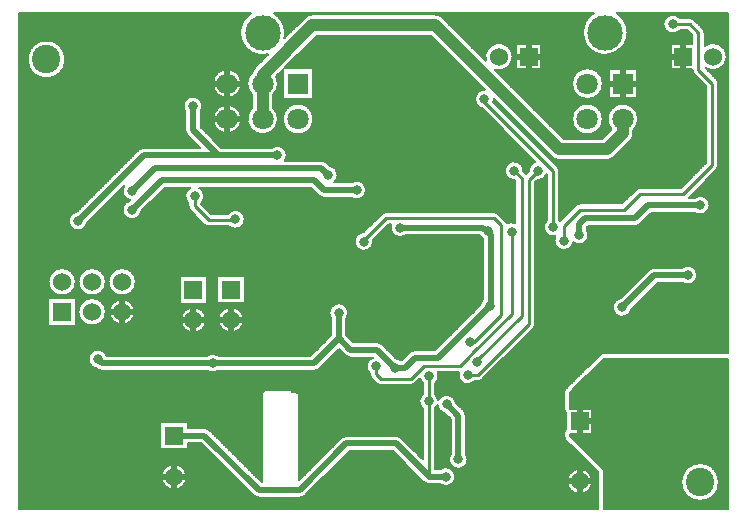
<source format=gbl>
G04 Layer_Physical_Order=2*
G04 Layer_Color=16711680*
%FSLAX24Y24*%
%MOIN*%
G70*
G01*
G75*
%ADD10C,0.0079*%
%ADD41C,0.0098*%
%ADD42C,0.0197*%
%ADD44C,0.0394*%
%ADD45R,0.0600X0.0600*%
%ADD46C,0.0600*%
%ADD47R,0.0600X0.0600*%
%ADD48C,0.0709*%
%ADD49R,0.0709X0.0709*%
%ADD50C,0.1181*%
%ADD51C,0.0945*%
%ADD52R,0.0709X0.0709*%
%ADD53C,0.0315*%
D10*
X43051Y46083D02*
G03*
X42990Y46229I-207J0D01*
G01*
X43051Y46083D02*
G03*
X42991Y46229I-207J0D01*
G01*
X42706Y46514D02*
G03*
X42559Y46575I-146J-146D01*
G01*
X42705Y46514D02*
G03*
X42559Y46575I-146J-146D01*
G01*
X43790Y45289D02*
G03*
X43051Y45650I-457J0D01*
G01*
X43084Y44906D02*
G03*
X43790Y45289I249J384D01*
G01*
X43514Y44390D02*
G03*
X43453Y44536I-207J0D01*
G01*
X43514Y44390D02*
G03*
X43453Y44536I-207J0D01*
G01*
X42638Y44852D02*
G03*
X42698Y44706I207J0D01*
G01*
X42638Y44852D02*
G03*
X42699Y44706I207J0D01*
G01*
X42226Y46575D02*
G03*
X42226Y46161I-238J-207D01*
G01*
X39350Y46732D02*
G03*
X40482Y46091I384J-642D01*
G01*
X39350Y46732D02*
G03*
X40482Y46091I384J-642D01*
G01*
D02*
G03*
X40119Y46732I-748J0D01*
G01*
X40482Y46091D02*
G03*
X40119Y46732I-748J0D01*
G01*
X39656Y44390D02*
G03*
X39656Y44390I-512J0D01*
G01*
X40679Y42839D02*
G03*
X40837Y43209I-354J369D01*
G01*
X43453Y41527D02*
G03*
X43514Y41673I-146J146D01*
G01*
X43453Y41527D02*
G03*
X43514Y41673I-146J146D01*
G01*
X40896Y40915D02*
G03*
X40750Y40855I0J-207D01*
G01*
X43218Y40335D02*
G03*
X42720Y40591I-315J0D01*
G01*
X40896Y40915D02*
G03*
X40749Y40855I0J-207D01*
G01*
X40837Y43209D02*
G03*
X39949Y42861I-512J0D01*
G01*
X39656Y43209D02*
G03*
X39656Y43209I-512J0D01*
G01*
X40575Y42486D02*
G03*
X40679Y42736I-251J251D01*
G01*
X40575Y42485D02*
G03*
X40679Y42736I-250J251D01*
G01*
X39783Y41841D02*
G03*
X40034Y41945I0J354D01*
G01*
X39783Y41841D02*
G03*
X40034Y41944I0J354D01*
G01*
X36652Y45285D02*
G03*
X35759Y45145I-457J0D01*
G01*
X36055Y44850D02*
G03*
X36652Y45285I140J435D01*
G01*
X34316Y46589D02*
G03*
X34065Y46693I-251J-251D01*
G01*
X34316Y46589D02*
G03*
X34065Y46693I-251J-250D01*
G01*
X37958Y41945D02*
G03*
X38209Y41841I251J250D01*
G01*
X37958Y41944D02*
G03*
X38209Y41841I251J251D01*
G01*
X38898Y40394D02*
G03*
X38751Y40333I0J-207D01*
G01*
X38898Y40394D02*
G03*
X38751Y40333I0J-207D01*
G01*
X38209Y41486D02*
G03*
X38148Y41632I-207J0D01*
G01*
X38209Y41486D02*
G03*
X38148Y41633I-207J0D01*
G01*
X37478Y41172D02*
G03*
X37795Y41377I22J314D01*
G01*
X36009Y43772D02*
G03*
X36024Y43868I-300J96D01*
G01*
X35720Y44183D02*
G03*
X35634Y43562I-11J-315D01*
G01*
X37408Y41788D02*
G03*
X37186Y41464I92J-301D01*
G01*
X37015Y41486D02*
G03*
X36722Y41172I-315J0D01*
G01*
X31766Y40841D02*
G03*
X31267Y41096I-315J0D01*
G01*
Y40585D02*
G03*
X31766Y40841I184J256D01*
G01*
X42720Y40079D02*
G03*
X43218Y40335I184J256D01*
G01*
X42805Y38002D02*
G03*
X42307Y38258I-315J0D01*
G01*
X41378D02*
G03*
X41197Y38183I0J-256D01*
G01*
X41378Y38258D02*
G03*
X41197Y38183I0J-256D01*
G01*
X40728Y39636D02*
G03*
X40910Y39711I0J256D01*
G01*
X40728Y39636D02*
G03*
X40909Y39711I0J256D01*
G01*
X42307Y37746D02*
G03*
X42805Y38002I184J256D01*
G01*
X38236Y39817D02*
G03*
X38209Y39844I-234J-211D01*
G01*
X39183Y39341D02*
G03*
X39124Y39524I-315J0D01*
G01*
X38666Y39099D02*
G03*
X39183Y39341I202J242D01*
G01*
X37795Y39844D02*
G03*
X38078Y39301I207J-238D01*
G01*
X36742Y39739D02*
G03*
X36461Y39725I-126J-289D01*
G01*
X38078Y39301D02*
G03*
X38666Y39099I279J-147D01*
G01*
X40254Y37240D02*
G03*
X40616Y36878I51J-311D01*
G01*
X39695Y35413D02*
G03*
X39556Y35356I0J-197D01*
G01*
X39695Y35413D02*
G03*
X39556Y35356I0J-197D01*
G01*
X38414Y34214D02*
G03*
X38356Y34075I139J-139D01*
G01*
X38414Y34214D02*
G03*
X38356Y34075I139J-139D01*
G01*
Y33548D02*
G03*
X38430Y33394I197J0D01*
G01*
X38356Y33548D02*
G03*
X38430Y33394I197J0D01*
G01*
X39306Y31130D02*
G03*
X39306Y31130I-418J0D01*
G01*
X38430Y32866D02*
G03*
X38356Y32712I123J-154D01*
G01*
X38430Y32866D02*
G03*
X38356Y32712I123J-154D01*
G01*
Y32658D02*
G03*
X38414Y32518I197J0D01*
G01*
X38356Y32658D02*
G03*
X38414Y32518I197J0D01*
G01*
X37351Y36235D02*
G03*
X37411Y36381I-146J146D01*
G01*
X37351Y36235D02*
G03*
X37411Y36381I-146J146D01*
G01*
X36180Y40048D02*
G03*
X36033Y40108I-146J-146D01*
G01*
X36180Y40047D02*
G03*
X36033Y40108I-146J-146D01*
G01*
X36461Y39725D02*
G03*
X36406Y39821I-201J-49D01*
G01*
X36461Y39725D02*
G03*
X36406Y39822I-201J-49D01*
G01*
X35549Y39331D02*
G03*
X35669Y39206I278J148D01*
G01*
Y37217D02*
G03*
X35572Y37014I217J-229D01*
G01*
X33386Y35502D02*
G03*
X33205Y35427I0J-256D01*
G01*
X33386Y35502D02*
G03*
X33205Y35427I0J-256D01*
G01*
X32598Y39695D02*
G03*
X33077Y39331I296J-108D01*
G01*
X32431Y40108D02*
G03*
X32285Y40048I0J-207D01*
G01*
X32431Y40108D02*
G03*
X32285Y40047I0J-207D01*
G01*
X32008Y39124D02*
G03*
X32003Y39181I-315J0D01*
G01*
X31676Y39439D02*
G03*
X32008Y39124I17J-314D01*
G01*
X32900Y35177D02*
G03*
X32768Y35232I-184J-256D01*
G01*
X32307Y35693D02*
G03*
X32126Y35768I-181J-181D01*
G01*
X32307Y35693D02*
G03*
X32126Y35768I-181J-181D01*
G01*
X31987Y35256D02*
G03*
X31890Y34723I110J-295D01*
G01*
X35500Y34470D02*
G03*
X35647Y34531I0J207D01*
G01*
X35500Y34470D02*
G03*
X35647Y34531I0J207D01*
G01*
X34850Y34774D02*
G03*
X35387Y34470I300J-97D01*
G01*
X34769Y33752D02*
G03*
X34172Y33831I-311J-51D01*
G01*
X35094Y33321D02*
G03*
X35019Y33502I-256J0D01*
G01*
X35094Y33321D02*
G03*
X35020Y33502I-256J0D01*
G01*
X34183Y34646D02*
G03*
X34156Y34774I-315J0D01*
G01*
X34075Y34408D02*
G03*
X34183Y34646I-207J238D01*
G01*
X34172Y33831D02*
G03*
X34075Y34028I-313J-31D01*
G01*
X34145Y33669D02*
G03*
X34408Y33390I313J31D01*
G01*
X34065Y33562D02*
G03*
X34145Y33669I-207J238D01*
G01*
X35154Y31864D02*
G03*
X35094Y32048I-315J0D01*
G01*
X34583D02*
G03*
X35154Y31864I256J-184D01*
G01*
X34744Y31289D02*
G03*
X34246Y31545I-315J0D01*
G01*
Y31033D02*
G03*
X34744Y31289I184J256D01*
G01*
X33565Y34562D02*
G03*
X33661Y34408I304J84D01*
G01*
X33258Y34341D02*
G03*
X33404Y34401I0J207D01*
G01*
X33258Y34341D02*
G03*
X33404Y34401I0J207D01*
G01*
X33661Y34045D02*
G03*
X33652Y33562I197J-246D01*
G01*
X32108Y34401D02*
G03*
X32254Y34341I146J146D01*
G01*
X32107Y34401D02*
G03*
X32254Y34341I146J146D01*
G01*
X31890Y34705D02*
G03*
X31950Y34559I207J0D01*
G01*
X31890Y34705D02*
G03*
X31951Y34558I207J0D01*
G01*
X32947Y32573D02*
G03*
X32766Y32648I-181J-181D01*
G01*
X32947Y32572D02*
G03*
X32766Y32648I-181J-181D01*
G01*
X33682Y31113D02*
G03*
X33868Y31033I186J176D01*
G01*
X29970Y46693D02*
G03*
X29720Y46589I0J-354D01*
G01*
X29970Y46693D02*
G03*
X29720Y46589I0J-354D01*
G01*
X29044Y45913D02*
G03*
X29065Y46091I-727J178D01*
G01*
X29044Y45913D02*
G03*
X29065Y46091I-727J178D01*
G01*
D02*
G03*
X28701Y46732I-748J0D01*
G01*
X29065Y46091D02*
G03*
X28701Y46732I-748J0D01*
G01*
X27933D02*
G03*
X28495Y45364I384J-642D01*
G01*
X27933Y46732D02*
G03*
X28495Y45364I384J-642D01*
G01*
X28067Y44936D02*
G03*
X27973Y44768I250J-251D01*
G01*
X28066Y44936D02*
G03*
X27973Y44768I251J-251D01*
G01*
X28829Y44390D02*
G03*
X28767Y44634I-512J0D01*
G01*
X27973Y44768D02*
G03*
X27963Y44020I344J-379D01*
G01*
X28671D02*
G03*
X28829Y44390I-354J369D01*
G01*
X27608D02*
G03*
X27608Y44390I-472J0D01*
G01*
X30010Y43209D02*
G03*
X30010Y43209I-512J0D01*
G01*
X28829D02*
G03*
X28671Y43578I-512J0D01*
G01*
X30460Y41746D02*
G03*
X30280Y41821I-181J-181D01*
G01*
X30461Y41746D02*
G03*
X30280Y41821I-181J-181D01*
G01*
X30819Y41341D02*
G03*
X30555Y41651I-315J0D01*
G01*
X30703Y41096D02*
G03*
X30819Y41341I-199J244D01*
G01*
X30179Y40660D02*
G03*
X30360Y40585I181J181D01*
G01*
X30179Y40660D02*
G03*
X30360Y40585I181J181D01*
G01*
X29069Y41821D02*
G03*
X29124Y41998I-260J177D01*
G01*
D02*
G03*
X28625Y42254I-315J0D01*
G01*
X27963Y43578D02*
G03*
X28829Y43209I354J-369D01*
G01*
X27608D02*
G03*
X27608Y43209I-472J0D01*
G01*
X27726Y39862D02*
G03*
X27151Y40039I-315J0D01*
G01*
X27203Y39626D02*
G03*
X27726Y39862I208J236D01*
G01*
X26250Y43458D02*
G03*
X26309Y43642I-256J184D01*
G01*
D02*
G03*
X25738Y43458I-315J0D01*
G01*
Y42844D02*
G03*
X25813Y42664I256J0D01*
G01*
X25738Y42844D02*
G03*
X25813Y42663I256J0D01*
G01*
X21742Y45197D02*
G03*
X21742Y45197I-630J0D01*
G01*
D02*
G03*
X21742Y45197I-630J0D01*
G01*
X26368Y40640D02*
G03*
X26206Y40915I-315J0D01*
G01*
X26260Y40402D02*
G03*
X26368Y40640I-207J238D01*
G01*
X25846Y40305D02*
G03*
X25907Y40159I207J0D01*
G01*
X25846Y40305D02*
G03*
X25907Y40159I207J0D01*
G01*
X25901Y40915D02*
G03*
X25846Y40402I152J-276D01*
G01*
X24360Y42254D02*
G03*
X24179Y42179I0J-256D01*
G01*
X24360Y42254D02*
G03*
X24179Y42179I0J-256D01*
G01*
X23702Y40978D02*
G03*
X23914Y40497I265J-171D01*
G01*
X26379Y39687D02*
G03*
X26526Y39626I146J146D01*
G01*
X26379Y39687D02*
G03*
X26526Y39626I146J146D01*
G01*
X23906Y40488D02*
G03*
X24267Y40126I51J-311D01*
G01*
X22114Y40114D02*
G03*
X22476Y39752I51J-311D01*
G01*
X31112Y36568D02*
G03*
X31171Y36752I-256J184D01*
G01*
D02*
G03*
X30600Y36568I-315J0D01*
G01*
X31059Y35331D02*
G03*
X31240Y35256I181J181D01*
G01*
X31059Y35331D02*
G03*
X31240Y35256I181J181D01*
G01*
X30020Y34803D02*
G03*
X30201Y34878I0J256D01*
G01*
X30020Y34803D02*
G03*
X30201Y34878I0J256D01*
G01*
X27682Y36520D02*
G03*
X27682Y36520I-418J0D01*
G01*
X31112Y32648D02*
G03*
X30931Y32573I0J-256D01*
G01*
X31112Y32648D02*
G03*
X30931Y32572I0J-256D01*
G01*
X29567Y30591D02*
G03*
X29748Y30666I0J256D01*
G01*
X29567Y30591D02*
G03*
X29748Y30666I0J256D01*
G01*
X28008Y30666D02*
G03*
X28189Y30591I181J181D01*
G01*
X28008Y30666D02*
G03*
X28189Y30591I181J181D01*
G01*
X24091Y37782D02*
G03*
X24091Y37782I-457J0D01*
G01*
X26432Y36510D02*
G03*
X26432Y36510I-418J0D01*
G01*
X24052Y36781D02*
G03*
X24052Y36781I-418J0D01*
G01*
X23091Y37782D02*
G03*
X23091Y37782I-457J0D01*
G01*
X22091D02*
G03*
X22091Y37782I-457J0D01*
G01*
X23091Y36781D02*
G03*
X23091Y36781I-457J0D01*
G01*
X26851Y35315D02*
G03*
X26446Y35315I-203J-241D01*
G01*
X26488Y34803D02*
G03*
X26810Y34803I161J271D01*
G01*
X26559Y32838D02*
G03*
X26378Y32913I-181J-181D01*
G01*
X26559Y32838D02*
G03*
X26378Y32913I-181J-181D01*
G01*
X25782Y31280D02*
G03*
X25782Y31280I-418J0D01*
G01*
X23121Y35315D02*
G03*
X22774Y34896I-296J-108D01*
G01*
X22791Y34878D02*
G03*
X22972Y34803I181J181D01*
G01*
X22791Y34878D02*
G03*
X22972Y34803I181J181D01*
G01*
X43531Y31109D02*
G03*
X43531Y31109I-630J0D01*
G01*
D02*
G03*
X43531Y31109I-630J0D01*
G01*
X43287Y45745D02*
Y46732D01*
X43346Y45747D02*
Y46732D01*
X42992Y46227D02*
Y46732D01*
X43051Y46089D02*
Y46732D01*
X43405Y45741D02*
Y46732D01*
X43464Y45727D02*
Y46732D01*
X43169Y45717D02*
Y46732D01*
X43228Y45735D02*
Y46732D01*
X42681Y46535D02*
X43819D01*
X42743Y46476D02*
X43819D01*
X42122Y46653D02*
X43819D01*
X42207Y46594D02*
X43819D01*
X42933Y46286D02*
Y46732D01*
X42706Y46514D02*
X42990Y46229D01*
X42815Y46405D02*
Y46732D01*
X42874Y46346D02*
Y46732D01*
X43051Y45945D02*
X43819D01*
X43051Y45886D02*
X43819D01*
X43051Y46063D02*
X43819D01*
X43051Y46004D02*
X43819D01*
X43051Y45827D02*
X43819D01*
X43051Y45768D02*
X43819D01*
X43051Y45709D02*
X43150D01*
X43516D02*
X43819D01*
X42920Y46299D02*
X43819D01*
X42979Y46240D02*
X43819D01*
X42802Y46417D02*
X43819D01*
X42861Y46358D02*
X43819D01*
X43026Y46181D02*
X43819D01*
X43047Y46122D02*
X43819D01*
X42579Y46574D02*
Y46732D01*
X42638Y46559D02*
Y46732D01*
X42461Y46575D02*
Y46732D01*
X42520Y46575D02*
Y46732D01*
X42756Y46464D02*
Y46732D01*
X42697Y46522D02*
Y46732D01*
X42165Y46629D02*
Y46732D01*
X42224Y46577D02*
Y46732D01*
X42047Y46677D02*
Y46732D01*
X42106Y46660D02*
Y46732D01*
X42401Y46575D02*
Y46732D01*
X42226Y46575D02*
X42559D01*
X42283D02*
Y46732D01*
X42342Y46575D02*
Y46732D01*
X42473Y46161D02*
X42638Y45997D01*
Y45707D02*
Y45997D01*
X42579Y45707D02*
Y46056D01*
X42638Y45707D02*
Y45997D01*
X42461Y45707D02*
Y46161D01*
X42520Y45707D02*
Y46115D01*
X42342Y45707D02*
Y46161D01*
X42401Y45707D02*
Y46161D01*
X42185Y46122D02*
X42513D01*
X42066Y46063D02*
X42572D01*
X42283Y45707D02*
Y46161D01*
X42226D02*
X42473D01*
X42224Y45707D02*
Y46160D01*
X42165Y45707D02*
Y46108D01*
X42106Y45707D02*
Y46076D01*
X43721Y45531D02*
X43819D01*
X43752Y45472D02*
X43819D01*
X43760Y45453D02*
Y46732D01*
X43773Y45413D02*
X43819D01*
X43776Y45177D02*
X43819D01*
X43757Y45118D02*
X43819D01*
X43786Y45354D02*
X43819D01*
X43787Y45236D02*
X43819D01*
X43642Y45627D02*
Y46732D01*
X43615Y45650D02*
X43819D01*
X43524Y45705D02*
Y46732D01*
X43583Y45672D02*
Y46732D01*
X43677Y45590D02*
X43819D01*
X43701Y45561D02*
Y46732D01*
X43629Y44941D02*
X43819D01*
X43541Y44882D02*
X43819D01*
X43728Y45059D02*
X43819D01*
X43687Y45000D02*
X43819D01*
X43461Y44527D02*
X43819D01*
X43498Y44468D02*
X43819D01*
X43513Y44409D02*
X43819D01*
X43514Y41673D02*
Y44390D01*
X43285Y44705D02*
X43819D01*
X43344Y44646D02*
X43819D01*
X43166Y44823D02*
X43819D01*
X43225Y44764D02*
X43819D01*
X43403Y44587D02*
X43819D01*
X43110Y45689D02*
Y46732D01*
X43084Y44906D02*
X43453Y44536D01*
X43051Y45650D02*
Y46083D01*
X42638Y41296D02*
Y44871D01*
X42520Y41178D02*
Y44871D01*
X42579Y41237D02*
Y44871D01*
X42401Y41060D02*
Y44871D01*
X42461Y41119D02*
Y44871D01*
X42283Y40942D02*
Y44871D01*
X42342Y41001D02*
Y44871D01*
X42165Y40915D02*
Y44871D01*
X42224Y40915D02*
Y44871D01*
X42047Y40915D02*
Y44871D01*
X42106Y40915D02*
Y44871D01*
X43287Y44702D02*
Y44834D01*
X43346Y44643D02*
Y44832D01*
X43169Y44820D02*
Y44862D01*
X43228Y44761D02*
Y44844D01*
X43464Y44524D02*
Y44851D01*
X43405Y44584D02*
Y44838D01*
X42933Y41591D02*
Y44472D01*
X42992Y41650D02*
Y44412D01*
X42699Y44706D02*
X43100Y44304D01*
X42874Y41532D02*
Y44531D01*
X42756Y41414D02*
Y44649D01*
X42815Y41473D02*
Y44590D01*
X42697Y41355D02*
Y44708D01*
X42047Y45707D02*
Y46059D01*
X41929Y46677D02*
Y46732D01*
X41988Y46683D02*
Y46732D01*
Y45707D02*
Y46053D01*
X41915Y45707D02*
X42638D01*
X41929D02*
Y46059D01*
X41915Y44871D02*
Y45707D01*
X40119Y46732D02*
X43819D01*
X40150Y46713D02*
X43819D01*
X40477Y46004D02*
X42631D01*
X40468Y45945D02*
X42638D01*
X40409Y45768D02*
X42638D01*
X40377Y45709D02*
X42638D01*
X40454Y45886D02*
X42638D01*
X40434Y45827D02*
X42638D01*
X40155Y45472D02*
X41915D01*
X40052Y45413D02*
X41915D01*
X40338Y45650D02*
X41915D01*
X40291Y45590D02*
X41915D01*
Y44871D02*
X42638D01*
X39866Y45354D02*
X41915D01*
X39285Y44882D02*
X41915D01*
X37613Y45177D02*
X41915D01*
X37613Y45118D02*
X41915D01*
X37613Y45295D02*
X41915D01*
X37613Y45236D02*
X41915D01*
X37613Y45000D02*
X41915D01*
X37613Y44941D02*
X41915D01*
X37613Y45059D02*
X41915D01*
X41811Y46628D02*
Y46732D01*
X41870Y46660D02*
Y46732D01*
X41693Y46477D02*
Y46732D01*
X41752Y46576D02*
Y46732D01*
X40689Y44862D02*
Y46732D01*
X40748Y44862D02*
Y46732D01*
X40512Y44862D02*
Y46732D01*
X40630Y44862D02*
Y46732D01*
X40335Y46537D02*
Y46732D01*
X40394Y46444D02*
Y46732D01*
X40216Y46662D02*
Y46732D01*
X40276Y46607D02*
Y46732D01*
X40453Y46299D02*
X41681D01*
X40467Y46240D02*
X41700D01*
X40453Y46299D02*
Y46732D01*
X40433Y46358D02*
X41673D01*
X40482Y46122D02*
X41792D01*
X40482Y46063D02*
X41910D01*
X40477Y46181D02*
X41735D01*
X40453Y44862D02*
Y45882D01*
X40227Y46653D02*
X41855D01*
X40287Y46594D02*
X41769D01*
X40336Y46535D02*
X41721D01*
X40375Y46476D02*
X41692D01*
X40407Y46417D02*
X41677D01*
X40231Y45531D02*
X41915D01*
X37613Y45354D02*
X39602D01*
X41398Y40915D02*
Y46732D01*
X41457Y40915D02*
Y46732D01*
X41279Y40915D02*
Y46732D01*
X41339Y40915D02*
Y46732D01*
X41634Y40915D02*
Y46732D01*
X41693Y40915D02*
Y46259D01*
X41516Y40915D02*
Y46732D01*
X41575Y40915D02*
Y46732D01*
X41161Y40915D02*
Y46732D01*
X41220Y40915D02*
Y46732D01*
X40807Y43380D02*
Y46732D01*
X41102Y40915D02*
Y46732D01*
X40984Y40915D02*
Y46732D01*
X41043Y40915D02*
Y46732D01*
X40866Y40913D02*
Y46732D01*
X40925Y40915D02*
Y46732D01*
X40797Y44823D02*
X42640D01*
X40797Y44764D02*
X42658D01*
X41929Y40915D02*
Y44871D01*
X40797Y43917D02*
Y44862D01*
X41870Y40915D02*
Y46076D01*
X41988Y40915D02*
Y44871D01*
X41752Y40915D02*
Y46160D01*
X41811Y40915D02*
Y46108D01*
X40797Y44587D02*
X42818D01*
X40797Y44527D02*
X42877D01*
X40797Y44705D02*
X42700D01*
X40797Y44646D02*
X42759D01*
X40797Y44468D02*
X42936D01*
X40797Y44409D02*
X42995D01*
X40216Y44862D02*
Y45519D01*
X40157Y44862D02*
Y45474D01*
X40098Y44862D02*
Y45437D01*
X40039Y44862D02*
Y45408D01*
X40571Y44862D02*
Y46732D01*
X40394Y44862D02*
Y45737D01*
X40335Y44862D02*
Y45644D01*
X40276Y44862D02*
Y45574D01*
X39980Y44862D02*
Y45384D01*
X39921Y44862D02*
Y45366D01*
X39508Y44749D02*
Y45378D01*
X39862Y44862D02*
Y45354D01*
X39803Y42716D02*
Y45346D01*
X39685Y42597D02*
Y45344D01*
X39567Y44678D02*
Y45361D01*
X39626Y44561D02*
Y45350D01*
X39852Y44862D02*
X40797D01*
X39649Y44468D02*
X39852D01*
X39655Y44409D02*
X39852D01*
X39744Y42657D02*
Y45343D01*
X39852Y43917D02*
Y44862D01*
X39547Y44705D02*
X39852D01*
X39587Y44646D02*
X39852D01*
X39417Y44823D02*
X39852D01*
X39493Y44764D02*
X39852D01*
X39616Y44587D02*
X39852D01*
X39637Y44527D02*
X39852D01*
X43514Y43642D02*
X43819D01*
X43514Y43583D02*
X43819D01*
X43514Y43760D02*
X43819D01*
X43514Y43701D02*
X43819D01*
X43514Y43405D02*
X43819D01*
X43514Y43346D02*
X43819D01*
X43514Y43524D02*
X43819D01*
X43514Y43464D02*
X43819D01*
X43514Y44114D02*
X43819D01*
X43514Y44055D02*
X43819D01*
X43514Y44350D02*
X43819D01*
X43514Y44232D02*
X43819D01*
X43514Y43878D02*
X43819D01*
X43514Y43819D02*
X43819D01*
X43514Y43996D02*
X43819D01*
X43514Y43937D02*
X43819D01*
X43514Y42579D02*
X43819D01*
X43514Y42520D02*
X43819D01*
X43514Y42697D02*
X43819D01*
X43514Y42638D02*
X43819D01*
X43514Y42342D02*
X43819D01*
X43514Y42283D02*
X43819D01*
X43514Y42461D02*
X43819D01*
X43514Y42401D02*
X43819D01*
X43514Y43169D02*
X43819D01*
X43514Y43110D02*
X43819D01*
X43514Y43287D02*
X43819D01*
X43514Y43228D02*
X43819D01*
X43514Y42815D02*
X43819D01*
X43514Y42756D02*
X43819D01*
X43514Y43051D02*
X43819D01*
X43514Y42992D02*
X43819D01*
X43514Y44291D02*
X43819D01*
X43514Y44173D02*
X43819D01*
X40797Y44350D02*
X43054D01*
X40797Y44291D02*
X43100D01*
X40797Y43405D02*
X43100D01*
X40818Y43346D02*
X43100D01*
X40797Y44173D02*
X43100D01*
X40797Y44114D02*
X43100D01*
X40797Y43996D02*
X43100D01*
X40797Y43937D02*
X43100D01*
X40797Y44232D02*
X43100D01*
X40797Y44055D02*
X43100D01*
X40728Y43524D02*
X43100D01*
X40768Y43464D02*
X43100D01*
X40689Y43568D02*
Y43917D01*
X40748Y43497D02*
Y43917D01*
X40835Y43169D02*
X43100D01*
X40827Y43110D02*
X43100D01*
X40831Y43287D02*
X43100D01*
X40836Y43228D02*
X43100D01*
X43514Y42933D02*
X43819D01*
X43514Y42874D02*
X43819D01*
X40812Y43051D02*
X43100D01*
X40789Y42992D02*
X43100D01*
X40756Y42933D02*
X43100D01*
X40712Y42874D02*
X43100D01*
X40679Y42815D02*
X43100D01*
X40679Y42756D02*
X43100D01*
X40677Y42697D02*
X43100D01*
X40679Y42736D02*
Y42839D01*
X43514Y42106D02*
X43819D01*
X43514Y42047D02*
X43819D01*
X43514Y42224D02*
X43819D01*
X43514Y42165D02*
X43819D01*
X43514Y41870D02*
X43819D01*
X43514Y41811D02*
X43819D01*
X43514Y41988D02*
X43819D01*
X43514Y41929D02*
X43819D01*
X43510Y41634D02*
X43819D01*
X43489Y41575D02*
X43819D01*
X43514Y41752D02*
X43819D01*
X43514Y41693D02*
X43819D01*
X43324Y41398D02*
X43819D01*
X43265Y41339D02*
X43819D01*
X43442Y41516D02*
X43819D01*
X43383Y41457D02*
X43819D01*
X43088Y41161D02*
X43819D01*
X43028Y41102D02*
X43819D01*
X43206Y41279D02*
X43819D01*
X43147Y41220D02*
X43819D01*
X43196Y40453D02*
X43819D01*
X43213Y40394D02*
X43819D01*
X43112Y40571D02*
X43819D01*
X43164Y40512D02*
X43819D01*
X42851Y40925D02*
X43819D01*
X42792Y40866D02*
X43819D01*
X42969Y41043D02*
X43819D01*
X42910Y40984D02*
X43819D01*
X42674Y40748D02*
X43819D01*
X43013Y40630D02*
X43819D01*
X42733Y40807D02*
X43819D01*
X43051Y41710D02*
Y44353D01*
X43100Y41759D02*
Y44304D01*
X43169Y40504D02*
Y41243D01*
X43110Y40572D02*
Y41184D01*
X43051Y40613D02*
Y41125D01*
X42992Y40637D02*
Y41066D01*
X42257Y40915D02*
X43100Y41759D01*
X40807Y40895D02*
Y43037D01*
X40748Y40853D02*
Y42921D01*
X42517Y40591D02*
X43453Y41527D01*
X42933Y40648D02*
Y41007D01*
X40689Y40794D02*
Y42849D01*
X42874Y40648D02*
Y40948D01*
X42815Y40637D02*
Y40889D01*
X42756Y40613D02*
Y40830D01*
X42697Y40591D02*
Y40771D01*
X43195Y40216D02*
X43819D01*
X43164Y40157D02*
X43819D01*
X43218Y40335D02*
X43819D01*
X43213Y40276D02*
X43819D01*
X42615Y40689D02*
X43819D01*
X42556Y40630D02*
X42794D01*
X40896Y40915D02*
X42257D01*
X42638Y40591D02*
Y40712D01*
X42517Y40591D02*
X42720D01*
X42579D02*
Y40652D01*
X40335Y43720D02*
Y43917D01*
X40394Y43716D02*
Y43917D01*
X40216Y43709D02*
Y43917D01*
X40276Y43718D02*
Y43917D01*
X40571Y43657D02*
Y43917D01*
X40630Y43620D02*
Y43917D01*
X40453Y43704D02*
Y43917D01*
X40512Y43685D02*
Y43917D01*
X37027Y43878D02*
X43100D01*
X37086Y43819D02*
X43100D01*
X40157Y43692D02*
Y43917D01*
X39852D02*
X40797D01*
X40039Y43633D02*
Y43917D01*
X40098Y43668D02*
Y43917D01*
X39921Y43523D02*
Y43917D01*
X39980Y43587D02*
Y43917D01*
X40466Y43701D02*
X43100D01*
X40598Y43642D02*
X43100D01*
X40674Y43583D02*
X43100D01*
X40642Y42579D02*
X43100D01*
X40605Y42520D02*
X43100D01*
X39921Y42834D02*
Y42894D01*
X40665Y42638D02*
X43100D01*
X37145Y43760D02*
X43100D01*
X39285Y43701D02*
X40184D01*
X39417Y43642D02*
X40052D01*
X39493Y43583D02*
X39975D01*
X39531Y42874D02*
X39938D01*
X39637Y42549D02*
X39949Y42861D01*
X39547Y43524D02*
X39921D01*
X39631Y44232D02*
X39852D01*
X39862Y43427D02*
Y43917D01*
X39654Y44350D02*
X39852D01*
X39646Y44291D02*
X39852D01*
X39616Y43405D02*
X39852D01*
X39637Y43346D02*
X39832D01*
X39626Y43380D02*
Y44218D01*
X39649Y43287D02*
X39819D01*
X39531Y44055D02*
X39852D01*
X39471Y43996D02*
X39852D01*
X39607Y44173D02*
X39852D01*
X39575Y44114D02*
X39852D01*
X39382Y43937D02*
X39852D01*
X39587Y43464D02*
X39882D01*
X39567Y43497D02*
Y44102D01*
X39646Y43110D02*
X39823D01*
X39631Y43051D02*
X39838D01*
X39655Y43228D02*
X39813D01*
X39654Y43169D02*
X39815D01*
X39862Y42775D02*
Y42990D01*
X39575Y42933D02*
X39894D01*
X39626Y42549D02*
Y43037D01*
X39607Y42992D02*
X39861D01*
X39471Y42815D02*
X39902D01*
X39382Y42756D02*
X39843D01*
X38208Y42697D02*
X39784D01*
X38267Y42638D02*
X39725D01*
X38326Y42579D02*
X39666D01*
X38355Y42549D02*
X39637D01*
X39567D02*
Y42921D01*
X40491Y42401D02*
X43100D01*
X40432Y42342D02*
X43100D01*
X40550Y42461D02*
X43100D01*
X40255Y42165D02*
X43100D01*
X40196Y42106D02*
X43100D01*
X40373Y42283D02*
X43100D01*
X40314Y42224D02*
X43100D01*
X40018Y41929D02*
X43100D01*
X39925Y41870D02*
X43100D01*
X40137Y42047D02*
X43100D01*
X40078Y41988D02*
X43100D01*
X37970Y41811D02*
X43100D01*
X38029Y41752D02*
X43093D01*
X38088Y41693D02*
X43034D01*
X38147Y41634D02*
X42975D01*
X38209Y41457D02*
X42798D01*
X38209Y41398D02*
X42739D01*
X38209Y41339D02*
X42680D01*
X38209Y41279D02*
X42621D01*
X38209Y41220D02*
X42562D01*
X38209Y41161D02*
X42503D01*
X38209Y40925D02*
X42267D01*
X40288Y40394D02*
X40749Y40855D01*
X38189Y41575D02*
X42916D01*
X38207Y41516D02*
X42857D01*
X38209Y41102D02*
X42444D01*
X38209Y41043D02*
X42385D01*
X38209Y40984D02*
X42326D01*
X38209Y40866D02*
X40762D01*
X38209Y40807D02*
X40702D01*
X40630Y40735D02*
Y42556D01*
X40571Y40676D02*
Y42481D01*
X40512Y40617D02*
Y42422D01*
X40453Y40558D02*
Y42363D01*
X40394Y40499D02*
Y42304D01*
X40335Y40440D02*
Y42245D01*
X40276Y40394D02*
Y42186D01*
X40034Y41945D02*
X40575Y42485D01*
X40157Y40394D02*
Y42068D01*
X40216Y40394D02*
Y42127D01*
X40098Y40394D02*
Y42009D01*
X40039Y40394D02*
Y41950D01*
X39980Y40394D02*
Y41900D01*
X39685Y40394D02*
Y41841D01*
X38898Y40394D02*
X40288D01*
X39567D02*
Y41841D01*
X39626Y40394D02*
Y41841D01*
X39921Y40394D02*
Y41868D01*
X39862Y40394D02*
Y41849D01*
X39803Y40394D02*
Y41841D01*
X39744Y40394D02*
Y41841D01*
X38209Y40748D02*
X40643D01*
X38209Y40689D02*
X40584D01*
X38209Y41841D02*
X39783D01*
X38209Y40630D02*
X40525D01*
X38209Y40571D02*
X40465D01*
X38209Y40512D02*
X40406D01*
X38209Y40453D02*
X40347D01*
X39213Y46627D02*
Y46732D01*
X39272Y46678D02*
Y46732D01*
X39094Y46478D02*
Y46732D01*
X39153Y46562D02*
Y46732D01*
X37559Y45704D02*
Y46732D01*
X39035Y46357D02*
Y46732D01*
X37441Y45704D02*
Y46732D01*
X37500Y45704D02*
Y46732D01*
X36909Y45704D02*
Y46732D01*
X36968Y45704D02*
Y46732D01*
X36791Y45704D02*
Y46732D01*
X36850Y45704D02*
Y46732D01*
X37323Y45704D02*
Y46732D01*
X37382Y45704D02*
Y46732D01*
X37027Y45704D02*
Y46732D01*
X37264Y45704D02*
Y46732D01*
X37613Y45650D02*
X39130D01*
X37613Y45590D02*
X39178D01*
X37146Y45704D02*
Y46732D01*
X37205Y45704D02*
Y46732D01*
X37613Y45472D02*
X39313D01*
X37613Y45413D02*
X39417D01*
X37613Y45531D02*
X39237D01*
X36369Y45709D02*
X39091D01*
X36777Y45704D02*
X37613D01*
X37087D02*
Y46732D01*
X36472Y45650D02*
X36777D01*
X36634Y45413D02*
X36777D01*
X36647Y45354D02*
X36777D01*
X36319Y45726D02*
Y46732D01*
X36378Y45705D02*
Y46732D01*
X36201Y45743D02*
Y46732D01*
X36260Y45738D02*
Y46732D01*
X36555Y45568D02*
Y46732D01*
X36614Y45469D02*
Y46732D01*
X36437Y45674D02*
Y46732D01*
X36496Y45630D02*
Y46732D01*
X36083Y45729D02*
Y46732D01*
X36142Y45740D02*
Y46732D01*
X35965Y45681D02*
Y46732D01*
X36024Y45710D02*
Y46732D01*
X35669Y45235D02*
Y46732D01*
X35728Y45176D02*
Y46732D01*
X35492Y45413D02*
Y46732D01*
X35610Y45294D02*
Y46732D01*
X36581Y45531D02*
X36777D01*
X36612Y45472D02*
X36777D01*
X35905Y45640D02*
Y46732D01*
X36536Y45590D02*
X36777D01*
X36639Y45177D02*
X36777D01*
X36621Y45118D02*
X36777D01*
X36652Y45295D02*
X36777D01*
X36650Y45236D02*
X36777D01*
X35787Y45493D02*
Y46732D01*
X35846Y45582D02*
Y46732D01*
X35551Y45354D02*
Y46732D01*
X35550Y45354D02*
X35743D01*
X35669Y45236D02*
X35740D01*
X35609Y45295D02*
X35738D01*
X38917Y44849D02*
Y46732D01*
X38976Y44873D02*
Y46732D01*
X38799Y44768D02*
Y46732D01*
X38858Y44815D02*
Y46732D01*
X38681Y44609D02*
Y46732D01*
X38740Y44704D02*
Y46732D01*
X38563Y42549D02*
Y46732D01*
X38622Y42549D02*
Y46732D01*
X37854Y43050D02*
Y46732D01*
X37913Y42991D02*
Y46732D01*
X37736Y43169D02*
Y46732D01*
X37795Y43109D02*
Y46732D01*
X38445Y42549D02*
Y46732D01*
X38504Y42549D02*
Y46732D01*
X37972Y42932D02*
Y46732D01*
X38386Y42549D02*
Y46732D01*
X39153Y44901D02*
Y45619D01*
X39213Y44897D02*
Y45554D01*
X39035Y44890D02*
Y45824D01*
X39094Y44899D02*
Y45703D01*
X39390Y44839D02*
Y45427D01*
X39449Y44801D02*
Y45399D01*
X39272Y44885D02*
Y45503D01*
X39331Y44866D02*
Y45461D01*
X38150Y42755D02*
Y46732D01*
X37613Y44882D02*
X39003D01*
X38031Y42873D02*
Y46732D01*
X38090Y42814D02*
Y46732D01*
X38268Y42637D02*
Y46732D01*
X38327Y42578D02*
Y46732D01*
X38209Y42696D02*
Y46732D01*
X37613Y44867D02*
Y45704D01*
X36777Y44867D02*
Y45704D01*
X36614Y44291D02*
Y45102D01*
X37618Y43287D02*
Y46732D01*
X37677Y43228D02*
Y46732D01*
X36673Y44231D02*
Y46732D01*
X36732Y44172D02*
Y46732D01*
X36496Y44941D02*
X36777D01*
X36410Y44882D02*
X36777D01*
X36592Y45059D02*
X36777D01*
X36552Y45000D02*
X36777D01*
X36555Y44350D02*
Y45003D01*
X36496Y44409D02*
Y44941D01*
X36437Y44468D02*
Y44897D01*
X37264Y43641D02*
Y44867D01*
X37323Y43582D02*
Y44867D01*
X37146Y43759D02*
Y44867D01*
X37205Y43700D02*
Y44867D01*
X37500Y43405D02*
Y44867D01*
X37559Y43346D02*
Y44867D01*
X37382Y43523D02*
Y44867D01*
X37441Y43464D02*
Y44867D01*
X36909Y43995D02*
Y44867D01*
X36777D02*
X37613D01*
X36791Y44113D02*
Y44867D01*
X36850Y44054D02*
Y44867D01*
X37027Y43877D02*
Y44867D01*
X37087Y43818D02*
Y44867D01*
X36968Y43936D02*
Y44867D01*
X34134Y46686D02*
Y46732D01*
X34193Y46669D02*
Y46732D01*
X34016Y46693D02*
Y46732D01*
X34075Y46693D02*
Y46732D01*
X34370Y46535D02*
Y46732D01*
X34429Y46476D02*
Y46732D01*
X34252Y46640D02*
Y46732D01*
X34311Y46594D02*
Y46732D01*
X33307Y46693D02*
Y46732D01*
X33720Y46693D02*
Y46732D01*
X33189Y46693D02*
Y46732D01*
X33248Y46693D02*
Y46732D01*
X33898Y46693D02*
Y46732D01*
X33957Y46693D02*
Y46732D01*
X33779Y46693D02*
Y46732D01*
X33839Y46693D02*
Y46732D01*
X34227Y46653D02*
X39242D01*
X34310Y46594D02*
X39181D01*
X33602Y46693D02*
Y46732D01*
X33661Y46693D02*
Y46732D01*
X34369Y46535D02*
X39133D01*
X34428Y46476D02*
X39093D01*
X33130Y46693D02*
Y46732D01*
X33366Y46693D02*
Y46732D01*
X33012Y46693D02*
Y46732D01*
X33071Y46693D02*
Y46732D01*
X33484Y46693D02*
Y46732D01*
X33543Y46693D02*
Y46732D01*
X33425Y46693D02*
Y46732D01*
X31772Y46693D02*
Y46732D01*
X31831Y46693D02*
Y46732D01*
X31653Y46693D02*
Y46732D01*
X31713Y46693D02*
Y46732D01*
X32008Y46693D02*
Y46732D01*
X32067Y46693D02*
Y46732D01*
X31890Y46693D02*
Y46732D01*
X31949Y46693D02*
Y46732D01*
X31299Y46693D02*
Y46732D01*
X31358Y46693D02*
Y46732D01*
X31181Y46693D02*
Y46732D01*
X31240Y46693D02*
Y46732D01*
X31535Y46693D02*
Y46732D01*
X31594Y46693D02*
Y46732D01*
X31417Y46693D02*
Y46732D01*
X31476Y46693D02*
Y46732D01*
X32657Y46693D02*
Y46732D01*
X32716Y46693D02*
Y46732D01*
X32539Y46693D02*
Y46732D01*
X32598Y46693D02*
Y46732D01*
X32894Y46693D02*
Y46732D01*
X32953Y46693D02*
Y46732D01*
X32776Y46693D02*
Y46732D01*
X32835Y46693D02*
Y46732D01*
X32244Y46693D02*
Y46732D01*
X32303Y46693D02*
Y46732D01*
X32126Y46693D02*
Y46732D01*
X32185Y46693D02*
Y46732D01*
X32421Y46693D02*
Y46732D01*
X32480Y46693D02*
Y46732D01*
X32362Y46693D02*
Y46732D01*
X35138Y45767D02*
Y46732D01*
X35197Y45708D02*
Y46732D01*
X35020Y45885D02*
Y46732D01*
X35079Y45826D02*
Y46732D01*
X35374Y45531D02*
Y46732D01*
X35433Y45472D02*
Y46732D01*
X35256Y45649D02*
Y46732D01*
X35315Y45590D02*
Y46732D01*
X34487Y46417D02*
X39061D01*
X34546Y46358D02*
X39036D01*
X34606Y46299D02*
X39016D01*
X34665Y46240D02*
X39001D01*
X34316Y46589D02*
X35759Y45145D01*
X34724Y46181D02*
X38992D01*
X34902Y46003D02*
Y46732D01*
X34961Y45944D02*
Y46732D01*
X35078Y45827D02*
X39034D01*
X35137Y45768D02*
X39060D01*
X35196Y45709D02*
X36021D01*
X35255Y45650D02*
X35918D01*
X35314Y45590D02*
X35854D01*
X35373Y45531D02*
X35809D01*
X35432Y45472D02*
X35777D01*
X35491Y45413D02*
X35756D01*
X34901Y46004D02*
X38991D01*
X34960Y45945D02*
X39001D01*
X34783Y46122D02*
X38987D01*
X34842Y46063D02*
X38987D01*
X33918Y45984D02*
X35720Y44183D01*
X35019Y45886D02*
X39015D01*
X35020Y40108D02*
Y44883D01*
X34606Y46298D02*
Y46732D01*
X34665Y46239D02*
Y46732D01*
X34488Y46417D02*
Y46732D01*
X34547Y46357D02*
Y46732D01*
X34783Y46121D02*
Y46732D01*
X34842Y46062D02*
Y46732D01*
X34724Y46180D02*
Y46732D01*
X33484Y40108D02*
Y45984D01*
X31476Y41154D02*
Y45984D01*
X31535Y41144D02*
Y45984D01*
X31358Y41142D02*
Y45984D01*
X31417Y41154D02*
Y45984D01*
X33366Y40108D02*
Y45984D01*
X33425Y40108D02*
Y45984D01*
X33130Y40108D02*
Y45984D01*
X33307Y40108D02*
Y45984D01*
X34193Y40108D02*
Y45710D01*
X34311Y40108D02*
Y45591D01*
X33957Y40108D02*
Y45946D01*
X34016Y40108D02*
Y45887D01*
X34724Y40108D02*
Y45178D01*
X34783Y40108D02*
Y45119D01*
X34606Y40108D02*
Y45296D01*
X34665Y40108D02*
Y45237D01*
X31299Y41117D02*
Y45984D01*
X31594Y41121D02*
Y45984D01*
X31181Y41096D02*
Y45984D01*
X31240Y41096D02*
Y45984D01*
X31713Y41016D02*
Y45984D01*
X32716Y40108D02*
Y45984D01*
X31653Y41082D02*
Y45984D01*
X39272Y43704D02*
Y43894D01*
X39213Y43716D02*
Y43883D01*
X39094Y43718D02*
Y43880D01*
X39153Y43720D02*
Y43878D01*
X39508Y43568D02*
Y44030D01*
X39449Y43620D02*
Y43979D01*
X39390Y43657D02*
Y43941D01*
X39331Y43685D02*
Y43913D01*
X38976Y43692D02*
Y43906D01*
X39035Y43709D02*
Y43890D01*
X38858Y43633D02*
Y43965D01*
X38917Y43668D02*
Y43931D01*
X38799Y43587D02*
Y44011D01*
X37322Y43583D02*
X38794D01*
X38740Y43523D02*
Y44075D01*
X37381Y43524D02*
X38740D01*
X39272Y42549D02*
Y42713D01*
X39213Y42549D02*
Y42702D01*
X39094Y42549D02*
Y42699D01*
X39153Y42549D02*
Y42697D01*
X39508Y42549D02*
Y42849D01*
X39449Y42549D02*
Y42798D01*
X39390Y42549D02*
Y42760D01*
X39331Y42549D02*
Y42732D01*
X38090Y42815D02*
X38817D01*
X38149Y42756D02*
X38905D01*
X38031Y42874D02*
X38757D01*
X38799Y42549D02*
Y42830D01*
X38976Y42549D02*
Y42725D01*
X39035Y42549D02*
Y42708D01*
X38858Y42549D02*
Y42784D01*
X38917Y42549D02*
Y42750D01*
X38681Y43427D02*
Y44171D01*
X37854Y43051D02*
X38657D01*
X37735Y43169D02*
X38633D01*
X37794Y43110D02*
X38641D01*
X37972Y42933D02*
X38712D01*
X38740Y42549D02*
Y42894D01*
X37913Y42992D02*
X38680D01*
X38681Y42549D02*
Y42990D01*
X37440Y43464D02*
X38700D01*
X37499Y43405D02*
X38671D01*
X37558Y43346D02*
X38651D01*
X37617Y43287D02*
X38638D01*
X37676Y43228D02*
X38632D01*
X37382Y42399D02*
Y42521D01*
X37264Y42517D02*
Y42639D01*
X37323Y42458D02*
Y42580D01*
X37615Y42165D02*
X37737D01*
X37674Y42106D02*
X37796D01*
X37559Y42222D02*
Y42343D01*
X37618Y42162D02*
Y42284D01*
X37733Y42047D02*
X37855D01*
X37792Y41988D02*
X37914D01*
X37677Y42103D02*
Y42225D01*
X37736Y42044D02*
Y42166D01*
X37379Y42401D02*
X37501D01*
X37438Y42342D02*
X37560D01*
X37441Y42340D02*
Y42462D01*
X37320Y42461D02*
X37442D01*
X37497Y42283D02*
X37619D01*
X37556Y42224D02*
X37678D01*
X37500Y42281D02*
Y42403D01*
X39213Y40394D02*
Y41841D01*
X39272Y40394D02*
Y41841D01*
X39094Y40394D02*
Y41841D01*
X39153Y40394D02*
Y41841D01*
X39449Y40394D02*
Y41841D01*
X39508Y40394D02*
Y41841D01*
X39331Y40394D02*
Y41841D01*
X39390Y40394D02*
Y41841D01*
X38090Y41690D02*
Y41861D01*
X38150Y41631D02*
Y41846D01*
X38976Y40394D02*
Y41841D01*
X39035Y40394D02*
Y41841D01*
X38858Y40390D02*
Y41841D01*
X38917Y40394D02*
Y41841D01*
X38740Y40322D02*
Y41841D01*
X38799Y40369D02*
Y41841D01*
X38622Y40204D02*
Y41841D01*
X38681Y40263D02*
Y41841D01*
X38563Y40145D02*
Y41841D01*
X38209Y40157D02*
X38576D01*
X38209Y40394D02*
X38892D01*
X38209Y41492D02*
Y41841D01*
X38209Y40335D02*
X38753D01*
X38209Y40276D02*
X38694D01*
X38209Y40216D02*
X38635D01*
X37851Y41929D02*
X37974D01*
X37910Y41870D02*
X38067D01*
X37795Y41985D02*
Y42107D01*
X37854Y41926D02*
Y42048D01*
X37972Y41808D02*
Y41931D01*
X38031Y41749D02*
Y41888D01*
X37913Y41867D02*
Y41989D01*
X37738Y41279D02*
X37795D01*
X37669Y41220D02*
X37795D01*
X37323Y41747D02*
Y41873D01*
X37382Y41778D02*
Y41814D01*
X37467Y41161D02*
X37795D01*
X37411Y41102D02*
X37795D01*
X37411Y41105D02*
X37478Y41172D01*
X37411Y41043D02*
X37795D01*
X37411Y40453D02*
X37795D01*
X37411Y40394D02*
X37795D01*
X37411Y40571D02*
X37795D01*
X37411Y40512D02*
X37795D01*
X37411Y40216D02*
X37795D01*
X37411Y40157D02*
X37795D01*
X37411Y40335D02*
X37795D01*
X37411Y40276D02*
X37795D01*
X37411Y40866D02*
X37795D01*
X37411Y40807D02*
X37795D01*
X37411Y40984D02*
X37795D01*
X37411Y40925D02*
X37795D01*
X37411Y40689D02*
X37795D01*
X37411Y40630D02*
X37795D01*
X37411Y40748D02*
X37795D01*
X36672Y44232D02*
X38657D01*
X36732Y44173D02*
X38680D01*
X36554Y44350D02*
X38633D01*
X36613Y44291D02*
X38641D01*
X36909Y43996D02*
X38817D01*
X36968Y43937D02*
X38905D01*
X36791Y44114D02*
X38712D01*
X36850Y44055D02*
X38757D01*
X36082Y44823D02*
X38871D01*
X36141Y44764D02*
X38794D01*
X36200Y44705D02*
X38740D01*
X36259Y44646D02*
X38700D01*
X36318Y44587D02*
X38671D01*
X36377Y44527D02*
X38651D01*
X36436Y44468D02*
X38638D01*
X36495Y44409D02*
X38632D01*
X37204Y43701D02*
X39003D01*
X37263Y43642D02*
X38871D01*
X36732Y43048D02*
Y43170D01*
X36788Y42992D02*
X36910D01*
X36848Y42933D02*
X36969D01*
X36907Y42874D02*
X37029D01*
X36791Y42989D02*
Y43111D01*
X36850Y42930D02*
Y43052D01*
X36552Y43228D02*
X36674D01*
X36611Y43169D02*
X36733D01*
X36614Y43166D02*
Y43288D01*
X36493Y43287D02*
X36615D01*
X36670Y43110D02*
X36792D01*
X36729Y43051D02*
X36851D01*
X36673Y43107D02*
Y43229D01*
X36319Y44586D02*
Y44845D01*
X36260Y44645D02*
Y44833D01*
X36142Y44763D02*
Y44831D01*
X36201Y44704D02*
Y44828D01*
X36378Y44527D02*
Y44866D01*
X36142Y43639D02*
Y43761D01*
X36024Y43757D02*
Y43861D01*
X36083Y43698D02*
Y43820D01*
X35610Y44167D02*
Y44292D01*
X35669Y44181D02*
Y44233D01*
X35492Y44097D02*
Y44410D01*
X35551Y44141D02*
Y44351D01*
X36020Y43819D02*
X36084D01*
X35433Y44020D02*
Y44469D01*
X36316Y43464D02*
X36438D01*
X36375Y43405D02*
X36497D01*
X36319Y43462D02*
Y43584D01*
X36378Y43403D02*
Y43525D01*
X36555Y43225D02*
Y43347D01*
X36434Y43346D02*
X36556D01*
X36437Y43344D02*
Y43466D01*
X36496Y43285D02*
Y43406D01*
X36139Y43642D02*
X36261D01*
X36198Y43583D02*
X36320D01*
X36021Y43760D02*
X36143D01*
X36080Y43701D02*
X36202D01*
X36260Y43521D02*
Y43643D01*
X36257Y43524D02*
X36379D01*
X36201Y43580D02*
Y43702D01*
X37084Y42697D02*
X37206D01*
X37143Y42638D02*
X37265D01*
X37027Y42753D02*
Y42875D01*
X37087Y42694D02*
Y42816D01*
X37202Y42579D02*
X37324D01*
X37261Y42520D02*
X37383D01*
X37146Y42635D02*
Y42757D01*
X37205Y42576D02*
Y42698D01*
X36055Y44850D02*
X38355Y42549D01*
X36023Y43879D02*
X37958Y41945D01*
X36966Y42815D02*
X37088D01*
X37025Y42756D02*
X37147D01*
X36009Y43772D02*
X38148Y41633D01*
X35634Y43562D02*
X37408Y41788D01*
X36968Y41651D02*
Y42227D01*
X37027Y41451D02*
Y42168D01*
X37264Y41694D02*
Y41932D01*
X37205Y41596D02*
Y41991D01*
X37022Y41457D02*
X37178D01*
X37146Y41424D02*
Y42050D01*
X37100Y41378D02*
X37186Y41464D01*
X37087Y41392D02*
Y42109D01*
X37081Y41398D02*
X37119D01*
X36869Y41752D02*
X37331D01*
X36938Y41693D02*
X37262D01*
X36978Y41634D02*
X37222D01*
X37002Y41575D02*
X37198D01*
X37014Y41516D02*
X37186D01*
X37014Y41464D02*
X37095Y41384D01*
X36909Y42871D02*
Y42993D01*
X36968Y42812D02*
Y42934D01*
X36673Y41800D02*
Y42523D01*
X36732Y41800D02*
Y42464D01*
X36555Y41766D02*
Y42641D01*
X36614Y41789D02*
Y42582D01*
X36437Y41659D02*
Y42759D01*
X36496Y41726D02*
Y42700D01*
X35728Y40108D02*
Y43468D01*
X35787Y40108D02*
Y43409D01*
X35610Y40108D02*
Y43569D01*
X35669Y40108D02*
Y43527D01*
X35965Y40108D02*
Y43231D01*
X36024Y40108D02*
Y43172D01*
X35846Y40108D02*
Y43349D01*
X35905Y40108D02*
Y43290D01*
X36850Y41763D02*
Y42346D01*
X36909Y41722D02*
Y42287D01*
X36791Y41788D02*
Y42405D01*
X31731Y40984D02*
X36742D01*
X31764Y40807D02*
X36742D01*
X31752Y40748D02*
X36742D01*
X31754Y40925D02*
X36742D01*
X31765Y40866D02*
X36742D01*
X31626Y41102D02*
X36742D01*
X31692Y41043D02*
X36742D01*
X31727Y40689D02*
X36742D01*
X31685Y40630D02*
X36742D01*
X31613Y40571D02*
X36742D01*
X43112Y40098D02*
X43819D01*
X43013Y40039D02*
X43819D01*
X42520Y38316D02*
Y40079D01*
X42697Y38240D02*
Y40079D01*
X42756Y38171D02*
Y40056D01*
X42579Y38304D02*
Y40079D01*
X42638Y38280D02*
Y40079D01*
X41179Y39980D02*
X43819D01*
X41120Y39921D02*
X43819D01*
X41277Y40079D02*
X42720D01*
X41238Y40039D02*
X42794D01*
X42461Y38316D02*
Y40079D01*
X41061Y39862D02*
X43819D01*
X42342Y38280D02*
Y40079D01*
X42401Y38304D02*
Y40079D01*
X42792Y38090D02*
X43819D01*
X42804Y38031D02*
X43819D01*
X42728Y38209D02*
X43819D01*
X42768Y38150D02*
X43819D01*
X42768Y37854D02*
X43819D01*
X42728Y37795D02*
X43819D01*
X42804Y37972D02*
X43819D01*
X42792Y37913D02*
X43819D01*
X40879Y39685D02*
X43819D01*
X42659Y38268D02*
X43819D01*
X41002Y39803D02*
X43819D01*
X40943Y39744D02*
X43819D01*
X42659Y37736D02*
X43819D01*
X41378Y38258D02*
X42307D01*
X41484Y37746D02*
X42307D01*
X41988Y38258D02*
Y40079D01*
X42047Y38258D02*
Y40079D01*
X41870Y38258D02*
Y40079D01*
X41929Y38258D02*
Y40079D01*
X42224Y38258D02*
Y40079D01*
X42283Y38258D02*
Y40079D01*
X42106Y38258D02*
Y40079D01*
X42165Y38258D02*
Y40079D01*
X41516Y38258D02*
Y40079D01*
X41575Y38258D02*
Y40079D01*
X41398Y38258D02*
Y40079D01*
X41457Y38258D02*
Y40079D01*
X41752Y38258D02*
Y40079D01*
X41811Y38258D02*
Y40079D01*
X41634Y38258D02*
Y40079D01*
X41693Y38258D02*
Y40079D01*
X41339Y38255D02*
Y40079D01*
X41279Y38238D02*
Y40079D01*
X41220Y38204D02*
Y40022D01*
X41161Y38147D02*
Y39963D01*
X41102Y38088D02*
Y39904D01*
X41043Y38029D02*
Y39845D01*
X40910Y39711D02*
X41277Y40079D01*
X40984Y37970D02*
Y39786D01*
X40925Y37911D02*
Y39727D01*
X40866Y37852D02*
Y39676D01*
X40807Y37793D02*
Y39648D01*
X43642Y35413D02*
Y44952D01*
X43583Y35413D02*
Y44906D01*
X43524Y35413D02*
Y44874D01*
X43464Y35413D02*
Y41539D01*
X43819Y35413D02*
Y46732D01*
X43819Y35413D02*
Y46732D01*
X43760Y35413D02*
Y45125D01*
X43701Y35413D02*
Y45018D01*
X43169Y35413D02*
Y40165D01*
X43110Y35413D02*
Y40097D01*
X43051Y35413D02*
Y40056D01*
X42815Y35413D02*
Y40032D01*
X43405Y35413D02*
Y41479D01*
X43346Y35413D02*
Y41420D01*
X43287Y35413D02*
Y41361D01*
X43228Y35413D02*
Y41302D01*
X42697Y35413D02*
Y37764D01*
X42342Y35413D02*
Y37724D01*
X42638Y35413D02*
Y37724D01*
X42992Y35413D02*
Y40032D01*
X42933Y35413D02*
Y40021D01*
X42874Y35413D02*
Y40021D01*
X42756Y35413D02*
Y37833D01*
X42106Y35413D02*
Y37746D01*
X41474Y37736D02*
X42321D01*
X41988Y35413D02*
Y37746D01*
X42047Y35413D02*
Y37746D01*
X42224Y35413D02*
Y37746D01*
X42283Y35413D02*
Y37746D01*
X42165Y35413D02*
Y37746D01*
X40748Y37734D02*
Y39637D01*
X40689Y37675D02*
Y39636D01*
X40571Y37557D02*
Y39636D01*
X40630Y37616D02*
Y39636D01*
X40453Y37439D02*
Y39636D01*
X40512Y37498D02*
Y39636D01*
X40335Y37320D02*
Y39636D01*
X40394Y37380D02*
Y39636D01*
X40216Y37231D02*
Y39636D01*
X40276Y37261D02*
Y39636D01*
X39862Y35413D02*
Y39636D01*
X40098Y37167D02*
Y39636D01*
X39744Y35413D02*
Y39636D01*
X39803Y35413D02*
Y39636D01*
X39626Y35401D02*
Y39636D01*
X39685Y35413D02*
Y39636D01*
X41634Y35413D02*
Y37746D01*
X41693Y35413D02*
Y37746D01*
X41516Y35413D02*
Y37746D01*
X41575Y35413D02*
Y37746D01*
X41870Y35413D02*
Y37746D01*
X41929Y35413D02*
Y37746D01*
X41752Y35413D02*
Y37746D01*
X41811Y35413D02*
Y37746D01*
X40254Y37240D02*
X41197Y38183D01*
X40616Y36878D02*
X41484Y37746D01*
X40039Y37098D02*
Y39636D01*
X40157Y37207D02*
Y39636D01*
X39980Y35413D02*
Y39636D01*
X41457Y35413D02*
Y37719D01*
X39921Y35413D02*
Y39636D01*
X38445Y40026D02*
Y41841D01*
X38504Y40086D02*
Y41841D01*
X38327Y39908D02*
Y41841D01*
X38386Y39967D02*
Y41841D01*
X39161Y39636D02*
X40728D01*
X39151Y39626D02*
X43819D01*
X39124Y39599D02*
X39161Y39636D01*
X39153Y39474D02*
Y39628D01*
X38209Y40098D02*
X38517D01*
X38209Y40039D02*
X38458D01*
X38209Y39980D02*
X38399D01*
X38209Y39921D02*
X38340D01*
X38236Y39817D02*
X38751Y40333D01*
X38209Y39862D02*
X38280D01*
X38268Y39849D02*
Y41841D01*
X39164Y39449D02*
X43819D01*
X39179Y39390D02*
X43819D01*
X39124Y39567D02*
X43819D01*
X39135Y39508D02*
X43819D01*
X39175Y39272D02*
X43819D01*
X39156Y39213D02*
X43819D01*
X39183Y39331D02*
X43819D01*
X39065Y39094D02*
X43819D01*
X38946Y39035D02*
X43819D01*
X39124Y39524D02*
Y39599D01*
X39121Y39153D02*
X43819D01*
X38617Y38976D02*
X43819D01*
X38648Y39035D02*
X38790D01*
X37795Y39844D02*
Y41377D01*
X37411Y39921D02*
X37795D01*
X37411Y40098D02*
X37795D01*
X37411Y40039D02*
X37795D01*
X38209Y39844D02*
Y41486D01*
X37795Y39844D02*
Y41376D01*
X37736Y39775D02*
Y41278D01*
X36097Y40098D02*
X36742D01*
X37411Y39980D02*
X37795D01*
X36188Y40039D02*
X36742D01*
X36247Y39980D02*
X36742D01*
X37411Y39862D02*
X37795D01*
X37411Y39803D02*
X37756D01*
X36365Y39862D02*
X36742D01*
X36422Y39803D02*
X36742D01*
X37411Y39272D02*
X38064D01*
X37411Y39213D02*
X38047D01*
X37411Y39390D02*
X37773D01*
X37411Y39331D02*
X37850D01*
X37411Y39035D02*
X38064D01*
X37411Y38976D02*
X38096D01*
X37411Y39153D02*
X38041D01*
X37411Y39094D02*
X38047D01*
X37411Y39744D02*
X37719D01*
X37411Y39685D02*
X37697D01*
X37411Y39626D02*
X37688D01*
X37411Y39508D02*
X37703D01*
X37411Y39449D02*
X37729D01*
X37411Y39567D02*
X37689D01*
X39508Y35308D02*
Y39636D01*
X39567Y35366D02*
Y39636D01*
X39390Y35190D02*
Y39636D01*
X39449Y35249D02*
Y39636D01*
X39272Y35072D02*
Y39636D01*
X39331Y35131D02*
Y39636D01*
X39213Y35013D02*
Y39636D01*
X39153Y34954D02*
Y39207D01*
X37411Y38799D02*
X43819D01*
X37411Y38740D02*
X43819D01*
X38565Y38917D02*
X43819D01*
X38466Y38858D02*
X43819D01*
X37411Y38681D02*
X43819D01*
X37411Y38622D02*
X43819D01*
X39094Y34895D02*
Y39121D01*
X39035Y34836D02*
Y39074D01*
X37411Y38150D02*
X41164D01*
X37411Y38090D02*
X41105D01*
X37411Y38031D02*
X41045D01*
X37411Y37972D02*
X40986D01*
X37411Y37913D02*
X40927D01*
X37411Y37854D02*
X40868D01*
X37411Y37795D02*
X40809D01*
X37411Y37736D02*
X40750D01*
X37411Y38445D02*
X43819D01*
X37411Y38386D02*
X43819D01*
X37411Y38563D02*
X43819D01*
X37411Y38504D02*
X43819D01*
X37411Y38327D02*
X43819D01*
X37411Y38268D02*
X42321D01*
X37411Y38209D02*
X41227D01*
X38740Y34540D02*
Y39053D01*
X38976Y34776D02*
Y39045D01*
X38681Y34481D02*
Y39087D01*
X37972Y30197D02*
Y39293D01*
X38031Y30197D02*
Y39293D01*
X37854Y30197D02*
Y39328D01*
X37913Y30197D02*
Y39304D01*
X37559Y30197D02*
Y41177D01*
X37500Y30197D02*
Y41171D01*
X37441Y30197D02*
Y41135D01*
X37411Y36381D02*
Y41105D01*
X37736Y30197D02*
Y39437D01*
X37795Y30197D02*
Y39369D01*
X37677Y30197D02*
Y41226D01*
X37618Y30197D02*
Y41194D01*
X38917Y34717D02*
Y39029D01*
X38858Y34658D02*
Y39026D01*
X38799Y34599D02*
Y39033D01*
X38622Y34422D02*
Y38984D01*
X38563Y34363D02*
Y38916D01*
X38504Y34304D02*
Y38875D01*
X38445Y34245D02*
Y38851D01*
X38386Y34179D02*
Y38840D01*
X38268Y30197D02*
Y38851D01*
X38327Y30197D02*
Y38840D01*
X37411Y38917D02*
X38148D01*
X37411Y38858D02*
X38247D01*
X38150Y30197D02*
Y38916D01*
X38209Y30197D02*
Y38875D01*
X38090Y30197D02*
Y38985D01*
X41415Y37677D02*
X43819D01*
X41356Y37618D02*
X43819D01*
X42579Y35413D02*
Y37700D01*
X42461Y35413D02*
Y37688D01*
X42401Y35413D02*
Y37700D01*
X42520Y35413D02*
Y37688D01*
X41398Y35413D02*
Y37660D01*
X41339Y35413D02*
Y37601D01*
X41179Y37441D02*
X43819D01*
X41120Y37382D02*
X43819D01*
X41297Y37559D02*
X43819D01*
X41238Y37500D02*
X43819D01*
X41061Y37323D02*
X43819D01*
X41002Y37264D02*
X43819D01*
X41279Y35413D02*
Y37542D01*
X41220Y35413D02*
Y37483D01*
X40824Y37087D02*
X43819D01*
X40765Y37027D02*
X43819D01*
X40943Y37205D02*
X43819D01*
X40883Y37146D02*
X43819D01*
X40706Y36968D02*
X43819D01*
X40647Y36909D02*
X43819D01*
X41161Y35413D02*
X42441D01*
X43819D01*
X40551Y36732D02*
X43819D01*
X40489Y36673D02*
X43819D01*
X40610Y36850D02*
X43819D01*
X40588Y36791D02*
X43819D01*
X37411Y36496D02*
X43819D01*
X37411Y36437D02*
X43819D01*
X37411Y36614D02*
X43819D01*
X37411Y36555D02*
X43819D01*
X40925Y35413D02*
Y37187D01*
X40866Y35413D02*
Y37128D01*
X40807Y35413D02*
Y37069D01*
X40748Y35413D02*
Y37010D01*
X41161Y35413D02*
Y37423D01*
X41102Y35413D02*
Y37364D01*
X41043Y35413D02*
Y37305D01*
X40984Y35413D02*
Y37246D01*
X40157Y35413D02*
Y36651D01*
X40039Y35413D02*
Y36760D01*
X40098Y35413D02*
Y36692D01*
X40689Y35413D02*
Y36951D01*
X40630Y35413D02*
Y36892D01*
X40571Y35413D02*
Y36760D01*
X40512Y35413D02*
Y36691D01*
X40453Y35413D02*
Y36651D01*
X40394Y35413D02*
Y36627D01*
X40276Y35413D02*
Y36616D01*
X40335Y35413D02*
Y36616D01*
X40216Y35413D02*
Y36627D01*
X39695Y35413D02*
X41161D01*
X38601Y34401D02*
X39556Y35356D01*
X38414Y34214D02*
X38601Y34401D01*
X38356Y33548D02*
Y34075D01*
X39238Y31358D02*
X39498D01*
X39270Y31299D02*
X39498D01*
X39213Y31393D02*
Y31720D01*
X39272Y31296D02*
Y31661D01*
X39449Y30197D02*
Y31484D01*
X39498Y30197D02*
Y31434D01*
X39331Y30197D02*
Y31602D01*
X39390Y30197D02*
Y31543D01*
X38990Y31535D02*
X39397D01*
X39122Y31476D02*
X39456D01*
X39035Y31521D02*
Y31897D01*
X39094Y31493D02*
Y31838D01*
X38689Y32243D02*
X39498Y31434D01*
X39192Y31417D02*
X39498D01*
X39153Y31453D02*
Y31779D01*
X39306Y31122D02*
X39498D01*
X39300Y31063D02*
X39498D01*
X39291Y31240D02*
X39498D01*
X39303Y31181D02*
X39498D01*
X39286Y31004D02*
X39498D01*
X39263Y30945D02*
X39498D01*
X39272Y30197D02*
Y30964D01*
X39227Y30886D02*
X39498D01*
X39176Y30827D02*
X39498D01*
X39097Y30768D02*
X39498D01*
X39035Y30197D02*
Y30739D01*
X39213Y30197D02*
Y30867D01*
X39153Y30197D02*
Y30807D01*
X39094Y30197D02*
Y30766D01*
X38740Y31521D02*
Y32192D01*
X38799Y31539D02*
Y32133D01*
X38430Y32866D02*
Y33394D01*
X38681Y31493D02*
Y32251D01*
X38563Y31393D02*
Y32369D01*
X38622Y31453D02*
Y32310D01*
X38445Y30197D02*
Y32487D01*
X38504Y31295D02*
Y32428D01*
X38386Y32815D02*
Y33444D01*
X38356Y32658D02*
Y32712D01*
X38414Y32518D02*
X38689Y32243D01*
X38386Y30197D02*
Y32554D01*
X38976Y31539D02*
Y31956D01*
X38858Y31547D02*
Y32074D01*
X38917Y31547D02*
Y32015D01*
X38976Y30197D02*
Y30721D01*
X38858Y30197D02*
Y30713D01*
X38917Y30197D02*
Y30713D01*
X38622Y30197D02*
Y30807D01*
X38504Y30197D02*
Y30964D01*
X38563Y30197D02*
Y30867D01*
X38740Y30197D02*
Y30739D01*
X38799Y30197D02*
Y30721D01*
X38681Y30197D02*
Y30767D01*
X37411Y37677D02*
X40691D01*
X37411Y37618D02*
X40632D01*
X37411Y37559D02*
X40573D01*
X37411Y37500D02*
X40514D01*
X37411Y37441D02*
X40455D01*
X37411Y37382D02*
X40396D01*
X37411Y37323D02*
X40337D01*
X37411Y37264D02*
X40278D01*
X37411Y37205D02*
X40153D01*
X37411Y37146D02*
X40076D01*
X37411Y37087D02*
X40032D01*
X37411Y36791D02*
X40022D01*
X37411Y36378D02*
X43819D01*
X37402Y36319D02*
X43819D01*
X37411Y36732D02*
X40059D01*
X37411Y36673D02*
X40122D01*
X37257Y36142D02*
X43819D01*
X37198Y36083D02*
X43819D01*
X37372Y36260D02*
X43819D01*
X37317Y36201D02*
X43819D01*
X37021Y35905D02*
X43819D01*
X36962Y35846D02*
X43819D01*
X37139Y36024D02*
X43819D01*
X37080Y35965D02*
X43819D01*
X36785Y35669D02*
X43819D01*
X36726Y35610D02*
X43819D01*
X36903Y35787D02*
X43819D01*
X36844Y35728D02*
X43819D01*
X36608Y35492D02*
X43819D01*
X36549Y35433D02*
X43819D01*
X36667Y35551D02*
X43819D01*
X37411Y37027D02*
X40006D01*
X37411Y36850D02*
X40000D01*
X37411Y36968D02*
X39993D01*
X37411Y36909D02*
X39991D01*
X36490Y35374D02*
X39577D01*
X36431Y35315D02*
X39515D01*
X36372Y35256D02*
X39456D01*
X36313Y35197D02*
X39397D01*
X36254Y35138D02*
X39338D01*
X36195Y35079D02*
X39279D01*
X36135Y35020D02*
X39219D01*
X36076Y34961D02*
X39160D01*
X35647Y34531D02*
X37351Y36235D01*
X36017Y34902D02*
X39101D01*
X35958Y34842D02*
X39042D01*
X35899Y34783D02*
X38983D01*
X35840Y34724D02*
X38924D01*
X35781Y34665D02*
X38865D01*
X35722Y34606D02*
X38806D01*
X35663Y34547D02*
X38747D01*
X35585Y34488D02*
X38688D01*
X35344Y34429D02*
X38629D01*
X35220Y34370D02*
X38570D01*
X34075Y34311D02*
X38511D01*
X34075Y34252D02*
X38452D01*
X34075Y34193D02*
X38396D01*
X34075Y34134D02*
X38365D01*
X34075Y34075D02*
X38356D01*
X34465Y34016D02*
X38356D01*
X35094Y32185D02*
X38747D01*
X35094Y32126D02*
X38806D01*
X35094Y32303D02*
X38629D01*
X35094Y32244D02*
X38688D01*
X35142Y31949D02*
X38983D01*
X35153Y31890D02*
X39043D01*
X35094Y32067D02*
X38865D01*
X35119Y32008D02*
X38924D01*
X35094Y33012D02*
X38430D01*
X35094Y32953D02*
X38430D01*
X35094Y33307D02*
X38430D01*
X35094Y33248D02*
X38430D01*
X35094Y32421D02*
X38511D01*
X35094Y32362D02*
X38570D01*
X35094Y32894D02*
X38430D01*
X35094Y32480D02*
X38452D01*
X35115Y31713D02*
X39220D01*
X35073Y31653D02*
X39279D01*
X35152Y31831D02*
X39102D01*
X35140Y31772D02*
X39161D01*
X35001Y31594D02*
X39338D01*
X34736Y31358D02*
X38538D01*
X34744Y31299D02*
X38505D01*
X34740Y31240D02*
X38484D01*
X34626Y31535D02*
X38786D01*
X34683Y31476D02*
X38654D01*
X34717Y31417D02*
X38584D01*
X34725Y31181D02*
X38473D01*
X34648Y31063D02*
X38475D01*
X34562Y31004D02*
X38489D01*
X34696Y31122D02*
X38470D01*
X37146Y30197D02*
Y36030D01*
X37087Y30197D02*
Y35971D01*
X37027Y30197D02*
Y35912D01*
X36968Y30197D02*
Y35853D01*
X37382Y30197D02*
Y36275D01*
X37323Y30197D02*
Y36207D01*
X37264Y30197D02*
Y36148D01*
X37205Y30197D02*
Y36089D01*
X34742Y33839D02*
X38356D01*
X34764Y33779D02*
X38356D01*
X34642Y33957D02*
X38356D01*
X34705Y33898D02*
X38356D01*
X36909Y30197D02*
Y35794D01*
X34801Y33720D02*
X38356D01*
X36850Y30197D02*
Y35734D01*
X36791Y30197D02*
Y35675D01*
X35094Y33130D02*
X38430D01*
X35094Y33071D02*
X38430D01*
X35094Y32835D02*
X38399D01*
X35094Y32776D02*
X38367D01*
X35094Y32598D02*
X38365D01*
X35094Y32539D02*
X38396D01*
X35094Y32716D02*
X38356D01*
X35094Y32657D02*
X38356D01*
X34978Y33543D02*
X38356D01*
X35036Y33484D02*
X38367D01*
X34860Y33661D02*
X38356D01*
X34919Y33602D02*
X38356D01*
X35090Y33366D02*
X38430D01*
X35094Y33189D02*
X38430D01*
X35072Y33425D02*
X38399D01*
X36614Y39766D02*
Y41183D01*
X36673Y39760D02*
Y41172D01*
X36378Y39849D02*
Y42818D01*
X36437Y39782D02*
Y41313D01*
X36732Y39743D02*
Y41162D01*
X36742Y39739D02*
Y41152D01*
X36496Y39742D02*
Y41246D01*
X36555Y39760D02*
Y41207D01*
X35551Y40108D02*
Y43595D01*
X36083Y40102D02*
Y43113D01*
X35433Y40108D02*
Y43716D01*
X35492Y40108D02*
Y43639D01*
X36260Y39968D02*
Y42936D01*
X36319Y39909D02*
Y42877D01*
X36142Y40078D02*
Y43054D01*
X36201Y40027D02*
Y42995D01*
X36180Y40047D02*
X36406Y39822D01*
X36306Y39921D02*
X36742D01*
X36455Y39744D02*
X36501D01*
X35669Y37217D02*
Y39206D01*
X35669Y37217D02*
Y39206D01*
X33077Y39331D02*
X35549D01*
X33077Y39331D02*
X35549D01*
X35610Y37141D02*
Y39250D01*
X35492Y36934D02*
Y39331D01*
X35551Y36993D02*
Y39326D01*
X33839Y40108D02*
Y45984D01*
X33898Y40108D02*
Y45984D01*
X33720Y40108D02*
Y45984D01*
X33779Y40108D02*
Y45984D01*
X34252Y40108D02*
Y45651D01*
X34370Y40108D02*
Y45532D01*
X34075Y40108D02*
Y45828D01*
X34134Y40108D02*
Y45769D01*
X33071Y40108D02*
Y45984D01*
X33189Y40108D02*
Y45984D01*
X32953Y40108D02*
Y45984D01*
X33012Y40108D02*
Y45984D01*
X33602Y40108D02*
Y45984D01*
X33661Y40108D02*
Y45984D01*
X33248Y40108D02*
Y45984D01*
X33543Y40108D02*
Y45984D01*
X35315Y40108D02*
Y44588D01*
X35374Y40108D02*
Y44528D01*
X35138Y40108D02*
Y44765D01*
X35256Y40108D02*
Y44647D01*
X35374Y36816D02*
Y39331D01*
X35433Y36875D02*
Y39331D01*
X35197Y40108D02*
Y44706D01*
X35315Y36757D02*
Y39331D01*
X34547Y40108D02*
Y45355D01*
X34842Y40108D02*
Y45060D01*
X34429Y40108D02*
Y45473D01*
X34488Y40108D02*
Y45414D01*
X34961Y40108D02*
Y44942D01*
X35079Y40108D02*
Y44824D01*
X34902Y40108D02*
Y45001D01*
X35197Y36639D02*
Y39331D01*
X35256Y36698D02*
Y39331D01*
X35079Y36521D02*
Y39331D01*
X35138Y36580D02*
Y39331D01*
X35020Y36462D02*
Y39331D01*
X36732Y30197D02*
Y35616D01*
X34902Y36344D02*
Y39331D01*
X34961Y36403D02*
Y39331D01*
X34783Y36225D02*
Y39331D01*
X34842Y36284D02*
Y39331D01*
X34665Y36107D02*
Y39331D01*
X34724Y36166D02*
Y39331D01*
X34606Y36048D02*
Y39331D01*
X34060Y35502D02*
X35572Y37014D01*
X34488Y35930D02*
Y39331D01*
X34547Y35989D02*
Y39331D01*
X36437Y30197D02*
Y35321D01*
X36378Y30197D02*
Y35262D01*
X36319Y30197D02*
Y35203D01*
X36260Y30197D02*
Y35144D01*
X36673Y30197D02*
Y35557D01*
X36614Y30197D02*
Y35498D01*
X36555Y30197D02*
Y35439D01*
X36496Y30197D02*
Y35380D01*
X36024Y30197D02*
Y34908D01*
X35965Y30197D02*
Y34849D01*
X35905Y30197D02*
Y34790D01*
X34724Y33870D02*
Y34774D01*
X36201Y30197D02*
Y35085D01*
X36142Y30197D02*
Y35026D01*
X36083Y30197D02*
Y34967D01*
X34370Y35812D02*
Y39331D01*
X34429Y35871D02*
Y39331D01*
X34252Y35694D02*
Y39331D01*
X34311Y35753D02*
Y39331D01*
X34134Y35576D02*
Y39331D01*
X34193Y35635D02*
Y39331D01*
X34016Y35502D02*
Y39331D01*
X34075Y35517D02*
Y39331D01*
X33898Y35502D02*
Y39331D01*
X33957Y35502D02*
Y39331D01*
X33779Y35502D02*
Y39331D01*
X33839Y35502D02*
Y39331D01*
X33661Y35502D02*
Y39331D01*
X33720Y35502D02*
Y39331D01*
X33307Y35490D02*
Y39331D01*
X33602Y35502D02*
Y39331D01*
X33543Y35502D02*
Y39331D01*
X33386Y35502D02*
X34060D01*
X33425D02*
Y39331D01*
X33484Y35502D02*
Y39331D01*
X34311Y33979D02*
Y34774D01*
X33248Y35462D02*
Y39331D01*
X33366Y35501D02*
Y39331D01*
X33189Y35411D02*
Y39331D01*
X33130Y35352D02*
Y39331D01*
X33071Y35293D02*
Y39326D01*
X33012Y35234D02*
Y39295D01*
X32955Y35177D02*
X33205Y35427D01*
X32953Y35177D02*
Y39277D01*
X32835Y40108D02*
Y45984D01*
X32894Y40108D02*
Y45984D01*
X32657Y40108D02*
Y45984D01*
X32776Y40108D02*
Y45984D01*
X32598Y40108D02*
Y45984D01*
X32517Y39695D02*
X32598D01*
X32507Y39685D02*
X32594D01*
X32431Y40108D02*
X36033D01*
X32330Y39508D02*
X32589D01*
X32448Y39626D02*
X32581D01*
X32389Y39567D02*
X32579D01*
X32152Y39331D02*
X32710D01*
X32093Y39272D02*
X35589D01*
X32271Y39449D02*
X32611D01*
X32212Y39390D02*
X32648D01*
X32006Y39094D02*
X35669D01*
X31995Y39035D02*
X35669D01*
X32034Y39213D02*
X35658D01*
X32006Y39153D02*
X35669D01*
X31971Y38976D02*
X35669D01*
X31930Y38917D02*
X35669D01*
X31862Y38858D02*
X35669D01*
X31208Y35905D02*
X34463D01*
X31129Y36909D02*
X35467D01*
X31156Y36850D02*
X35408D01*
X31169Y36791D02*
X35349D01*
X31171Y36732D02*
X35290D01*
X31161Y36673D02*
X35231D01*
X31139Y36614D02*
X35172D01*
X31149Y35965D02*
X34522D01*
X32480Y40108D02*
Y45984D01*
X32539Y40108D02*
Y45984D01*
X32362Y40096D02*
Y45984D01*
X32421Y40108D02*
Y45984D01*
X32244Y40007D02*
Y45984D01*
X32303Y40064D02*
Y45984D01*
X32126Y39889D02*
Y45984D01*
X32185Y39948D02*
Y45984D01*
X32008Y39771D02*
Y45984D01*
X32067Y39830D02*
Y45984D01*
X31890Y39652D02*
Y45984D01*
X31949Y39712D02*
Y45984D01*
X31772Y39534D02*
Y45984D01*
X31831Y39593D02*
Y45984D01*
X31713Y39475D02*
Y40665D01*
X31653Y39437D02*
Y40599D01*
X31594Y39423D02*
Y40560D01*
X31676Y39439D02*
X32285Y40047D01*
X32003Y39181D02*
X32517Y39695D01*
X31535Y39397D02*
Y40537D01*
X32008Y39130D02*
Y39186D01*
X31476Y39353D02*
Y40527D01*
X31122Y36921D02*
Y40585D01*
X31417Y39276D02*
Y40527D01*
X31181Y35933D02*
Y40585D01*
X31240Y35874D02*
Y40585D01*
X31122Y35992D02*
Y36583D01*
X32598Y35401D02*
Y39477D01*
X32657Y35342D02*
Y39378D01*
X32539Y35460D02*
Y39695D01*
X32480Y35519D02*
Y39658D01*
X32835Y35213D02*
Y39277D01*
X32894Y35182D02*
Y39272D01*
X32716Y35283D02*
Y39326D01*
X32776Y35231D02*
Y39295D01*
X31267Y35846D02*
X34404D01*
X31327Y35787D02*
X34345D01*
X32185Y35761D02*
Y39363D01*
X31346Y35768D02*
X32126D01*
X32421Y35578D02*
Y39599D01*
X32362Y35638D02*
Y39540D01*
X32303Y35697D02*
Y39481D01*
X32244Y35739D02*
Y39422D01*
X32508Y35492D02*
X33315D01*
X32567Y35433D02*
X33211D01*
X32626Y35374D02*
X33152D01*
X32685Y35315D02*
X33093D01*
X32744Y35256D02*
X33034D01*
X32869Y35197D02*
X32975D01*
X32900Y35177D02*
X32955D01*
X32262Y35728D02*
X34286D01*
X32330Y35669D02*
X34227D01*
X32390Y35610D02*
X34168D01*
X32449Y35551D02*
X34109D01*
X32307Y35693D02*
X32768Y35232D01*
X31890Y35768D02*
Y38878D01*
X31831Y35768D02*
Y38841D01*
X31772Y35768D02*
Y38819D01*
X31713Y35768D02*
Y38810D01*
X32126Y35768D02*
Y39304D01*
X32067Y35768D02*
Y39245D01*
X32008Y35768D02*
Y39118D01*
X31949Y35768D02*
Y38940D01*
X31594Y35768D02*
Y38825D01*
X31653Y35768D02*
Y38812D01*
X31299Y35815D02*
Y40564D01*
X31535Y35768D02*
Y38851D01*
X31417Y35768D02*
Y38972D01*
X31476Y35768D02*
Y38895D01*
X31358Y35768D02*
Y40539D01*
X31181Y32648D02*
Y35263D01*
X31890Y35198D02*
Y35256D01*
X31831Y35130D02*
Y35256D01*
Y32648D02*
Y34792D01*
X31713Y32648D02*
Y35256D01*
X31772Y32648D02*
Y35256D01*
X31594Y32648D02*
Y35256D01*
X31653Y32648D02*
Y35256D01*
X31535Y32648D02*
Y35256D01*
X31240D02*
X31987D01*
X31417Y32648D02*
Y35256D01*
X31476Y32648D02*
Y35256D01*
X31299Y32648D02*
Y35256D01*
X31358Y32648D02*
Y35256D01*
X31240Y32648D02*
Y35256D01*
X35387Y34470D02*
X35500D01*
X34842Y33679D02*
Y34606D01*
X34902Y33620D02*
Y34483D01*
X34665Y33939D02*
Y34774D01*
X34783Y33738D02*
Y34774D01*
X34156D02*
X34850D01*
X34181Y34606D02*
X34842D01*
X34173Y34724D02*
X34838D01*
X34182Y34665D02*
X34835D01*
X34141Y34488D02*
X34897D01*
X34097Y34429D02*
X34955D01*
X34606Y33979D02*
Y34774D01*
X34167Y34547D02*
X34862D01*
X34075Y34370D02*
X35078D01*
X34769Y33752D02*
X35019Y33502D01*
X34961Y33561D02*
Y34425D01*
X35020Y33502D02*
Y34390D01*
X35079Y33409D02*
Y34370D01*
X34065Y33071D02*
X34583D01*
X34065Y32657D02*
X34583D01*
X34065Y33189D02*
X34583D01*
X34065Y33130D02*
X34583D01*
X34065Y32185D02*
X34583D01*
X34065Y32126D02*
X34583D01*
X34065Y32598D02*
X34583D01*
X34065Y32539D02*
X34583D01*
X34488Y34014D02*
Y34774D01*
X34547Y34003D02*
Y34774D01*
X34429Y34014D02*
Y34774D01*
X34252Y33938D02*
Y34774D01*
X34370Y34003D02*
Y34774D01*
X34193Y33870D02*
Y34774D01*
X34157Y33898D02*
X34213D01*
X34087Y34016D02*
X34452D01*
X34131Y33957D02*
X34275D01*
X34075Y34028D02*
Y34408D01*
X34134Y33952D02*
Y34477D01*
X34065Y33484D02*
X34230D01*
X34065Y33425D02*
X34306D01*
X34104Y33602D02*
X34160D01*
X34065Y33543D02*
X34186D01*
X34408Y33390D02*
X34583Y33215D01*
X34065Y33248D02*
X34550D01*
X34065Y33366D02*
X34431D01*
X34065Y33307D02*
X34491D01*
X34065Y32894D02*
X34583D01*
X34065Y32835D02*
X34583D01*
X34065Y33012D02*
X34583D01*
X34065Y32953D02*
X34583D01*
X34065Y32716D02*
X34583D01*
X34065Y32244D02*
X34583D01*
X34065Y32776D02*
X34583D01*
X35610Y30197D02*
Y34502D01*
X35551Y30197D02*
Y34477D01*
X35433Y30197D02*
Y34470D01*
X35492Y30197D02*
Y34470D01*
X35846Y30197D02*
Y34731D01*
X35787Y30197D02*
Y34671D01*
X35728Y30197D02*
Y34612D01*
X35669Y30197D02*
Y34553D01*
X35138Y31963D02*
Y34362D01*
X35094Y32048D02*
Y33321D01*
X35374Y30197D02*
Y34456D01*
X35315Y30197D02*
Y34409D01*
X35256Y30197D02*
Y34380D01*
X35197Y30197D02*
Y34366D01*
X34902Y30197D02*
Y31556D01*
X34842Y30197D02*
Y31549D01*
X34724Y31399D02*
Y31571D01*
X34783Y30197D02*
Y31554D01*
X35138Y30197D02*
Y31766D01*
X35079Y30197D02*
Y31660D01*
X35020Y30197D02*
Y31606D01*
X34961Y30197D02*
Y31574D01*
X34665Y31498D02*
Y31601D01*
X34508Y31594D02*
X34676D01*
X34724Y30197D02*
Y31180D01*
X34665Y30197D02*
Y31081D01*
X34606Y30197D02*
Y31029D01*
X34547Y31984D02*
Y33250D01*
X34583Y32048D02*
Y33215D01*
X34429Y31604D02*
Y33368D01*
X34488Y31599D02*
Y33309D01*
X34311Y31581D02*
Y33423D01*
X34370Y31599D02*
Y33399D01*
X34193Y31545D02*
Y33532D01*
X34252Y31550D02*
Y33463D01*
X34065Y32067D02*
X34583D01*
X34065Y32008D02*
X34558D01*
X34065Y31949D02*
X34535D01*
X34065Y31890D02*
X34525D01*
X34134Y31545D02*
Y33647D01*
X34065Y31831D02*
X34525D01*
X34075Y31545D02*
Y33570D01*
X34065Y31545D02*
Y33562D01*
X34547Y31581D02*
Y31745D01*
X34606Y31550D02*
Y31652D01*
X34547Y30197D02*
Y30997D01*
X34488Y30197D02*
Y30980D01*
X34370Y30197D02*
Y30980D01*
X34429Y30197D02*
Y30974D01*
X34252Y30197D02*
Y31029D01*
X34311Y30197D02*
Y30997D01*
X34065Y31772D02*
X34538D01*
X34065Y31713D02*
X34563D01*
X34065Y31594D02*
X34351D01*
X34065Y31545D02*
X34246D01*
X34134Y30197D02*
Y31033D01*
X34193Y30197D02*
Y31033D01*
X34075Y30197D02*
Y31033D01*
X33432Y34429D02*
X33639D01*
X33404Y34401D02*
X33565Y34562D01*
X33491Y34488D02*
X33595D01*
X33661Y34045D02*
Y34408D01*
X33661Y34045D02*
Y34408D01*
X33602Y33983D02*
Y34477D01*
X33425Y32094D02*
Y34422D01*
X33364Y34370D02*
X33661D01*
X32254Y34341D02*
X33258D01*
X33366Y32153D02*
Y34371D01*
X33307Y32212D02*
Y34346D01*
X33130Y32390D02*
Y34341D01*
X33248Y32271D02*
Y34341D01*
X34065Y32421D02*
X34583D01*
X34065Y32362D02*
X34583D01*
X34065Y32480D02*
X34583D01*
X34065Y32303D02*
X34583D01*
X33275Y32244D02*
X33652D01*
X33334Y32185D02*
X33652D01*
X33393Y32126D02*
X33652D01*
X33039Y32480D02*
X33652D01*
X33098Y32421D02*
X33652D01*
X32917Y32598D02*
X33652D01*
X32980Y32539D02*
X33652D01*
X33157Y32362D02*
X33652D01*
X33216Y32303D02*
X33652D01*
X33189Y32330D02*
Y34341D01*
X32244Y32648D02*
Y34341D01*
X32126Y32648D02*
Y34385D01*
X32185Y32648D02*
Y34352D01*
X32835Y32638D02*
Y34341D01*
X32894Y32613D02*
Y34341D01*
X32716Y32648D02*
Y34341D01*
X32776Y32647D02*
Y34341D01*
X31951Y34558D02*
X32107Y34401D01*
X32008Y32648D02*
Y34501D01*
X32067Y32648D02*
Y34442D01*
X31890Y32648D02*
Y34723D01*
X31949Y32648D02*
Y34560D01*
X32657Y32648D02*
Y34341D01*
X32539Y32648D02*
Y34341D01*
X32598Y32648D02*
Y34341D01*
X33012Y32508D02*
Y34341D01*
X33071Y32449D02*
Y34341D01*
X32953Y32567D02*
Y34341D01*
X32421Y32648D02*
Y34341D01*
X32480Y32648D02*
Y34341D01*
X32303Y32648D02*
Y34341D01*
X32362Y32648D02*
Y34341D01*
X31208Y32126D02*
X32670D01*
X31149Y32067D02*
X32729D01*
X31218Y32136D02*
X32660D01*
X33453Y32067D02*
X33652D01*
X33512Y32008D02*
X33652D01*
X33543Y31976D02*
Y34540D01*
X33484Y32035D02*
Y34481D01*
X33571Y31949D02*
X33652D01*
X34065Y31653D02*
X34604D01*
X33602Y31917D02*
Y33616D01*
X33652Y31868D02*
Y33562D01*
X32947Y32572D02*
X33652Y31868D01*
X32660Y32136D02*
X33677Y31118D01*
X33130Y30197D02*
Y31666D01*
X33189Y30197D02*
Y31607D01*
X33071Y30197D02*
Y31725D01*
X33248Y30197D02*
Y31548D01*
X32953Y30197D02*
Y31843D01*
X33012Y30197D02*
Y31784D01*
X33957Y30197D02*
Y31033D01*
X33868D02*
X34246D01*
X33898Y30197D02*
Y31033D01*
X33839Y30197D02*
Y31035D01*
X34016Y30197D02*
Y31033D01*
X33720Y30197D02*
Y31080D01*
X33779Y30197D02*
Y31049D01*
X33425Y30197D02*
Y31370D01*
X33484Y30197D02*
Y31311D01*
X33307Y30197D02*
Y31489D01*
X33366Y30197D02*
Y31430D01*
X33602Y30197D02*
Y31193D01*
X33661Y30197D02*
Y31134D01*
X33543Y30197D02*
Y31252D01*
X32362Y30197D02*
Y32136D01*
X32421Y30197D02*
Y32136D01*
X32244Y30197D02*
Y32136D01*
X32303Y30197D02*
Y32136D01*
X32598Y30197D02*
Y32136D01*
X32657Y30197D02*
Y32136D01*
X32480Y30197D02*
Y32136D01*
X32539Y30197D02*
Y32136D01*
X31890Y30197D02*
Y32136D01*
X31949Y30197D02*
Y32136D01*
X31417Y30197D02*
Y32136D01*
X31476Y30197D02*
Y32136D01*
X32126Y30197D02*
Y32136D01*
X32185Y30197D02*
Y32136D01*
X32008Y30197D02*
Y32136D01*
X32067Y30197D02*
Y32136D01*
X31772Y30197D02*
Y32136D01*
X31831Y30197D02*
Y32136D01*
X31653Y30197D02*
Y32136D01*
X31713Y30197D02*
Y32136D01*
X32835Y30197D02*
Y31961D01*
X32894Y30197D02*
Y31902D01*
X32716Y30197D02*
Y32079D01*
X32776Y30197D02*
Y32020D01*
X31240Y30197D02*
Y32136D01*
X31299Y30197D02*
Y32136D01*
X31181Y30197D02*
Y32099D01*
X31122Y30197D02*
Y32040D01*
X31535Y30197D02*
Y32136D01*
X31594Y30197D02*
Y32136D01*
X31358Y30197D02*
Y32136D01*
X30827Y46693D02*
Y46732D01*
X30886Y46693D02*
Y46732D01*
X30709Y46693D02*
Y46732D01*
X30768Y46693D02*
Y46732D01*
X31063Y46693D02*
Y46732D01*
X31122Y46693D02*
Y46732D01*
X30945Y46693D02*
Y46732D01*
X31004Y46693D02*
Y46732D01*
X30118Y46693D02*
Y46732D01*
X30177Y46693D02*
Y46732D01*
X30000Y46693D02*
Y46732D01*
X30059Y46693D02*
Y46732D01*
X30590Y46693D02*
Y46732D01*
X30650Y46693D02*
Y46732D01*
X30236Y46693D02*
Y46732D01*
X30472Y46693D02*
Y46732D01*
X30413Y46693D02*
Y46732D01*
X30531Y46693D02*
Y46732D01*
X30295Y46693D02*
Y46732D01*
X30354Y46693D02*
Y46732D01*
X29970Y46693D02*
X34065D01*
X30019Y45886D02*
X34017D01*
X30117Y45984D02*
X33918D01*
X30078Y45945D02*
X33958D01*
X29842Y45709D02*
X34194D01*
X29783Y45650D02*
X34253D01*
X29960Y45827D02*
X34076D01*
X29901Y45768D02*
X34135D01*
X29605Y45472D02*
X34430D01*
X29546Y45413D02*
X34489D01*
X29723Y45590D02*
X34312D01*
X29664Y45531D02*
X34371D01*
X29882Y46682D02*
Y46732D01*
X29941Y46692D02*
Y46732D01*
X29764Y46626D02*
Y46732D01*
X29823Y46661D02*
Y46732D01*
X29646Y46515D02*
Y46732D01*
X29705Y46574D02*
Y46732D01*
X29527Y46397D02*
Y46732D01*
X29587Y46456D02*
Y46732D01*
X29409Y46279D02*
Y46732D01*
X29468Y46338D02*
Y46732D01*
X28996Y46404D02*
Y46732D01*
X29350Y46220D02*
Y46732D01*
X29232Y46101D02*
Y46732D01*
X29291Y46160D02*
Y46732D01*
X29114Y45983D02*
Y46732D01*
X29173Y46042D02*
Y46732D01*
X29055Y46212D02*
Y46732D01*
X29059Y46181D02*
X29312D01*
X29064Y46122D02*
X29253D01*
X29064Y46063D02*
X29194D01*
X29060Y46004D02*
X29135D01*
X29055Y45924D02*
Y45969D01*
X28990Y46417D02*
X29548D01*
X29015Y46358D02*
X29489D01*
X29035Y46299D02*
X29430D01*
X29050Y46240D02*
X29371D01*
X29044Y45913D02*
X29720Y46589D01*
X30827Y41096D02*
Y45984D01*
X30886Y41096D02*
Y45984D01*
X30709Y41580D02*
Y45984D01*
X30768Y41513D02*
Y45984D01*
X31063Y41096D02*
Y45984D01*
X31122Y41096D02*
Y45984D01*
X30945Y41096D02*
Y45984D01*
X31004Y41096D02*
Y45984D01*
X29369Y45236D02*
X34666D01*
X29310Y45177D02*
X34725D01*
X29487Y45354D02*
X34548D01*
X29428Y45295D02*
X34607D01*
X29133Y45000D02*
X34903D01*
X29074Y44941D02*
X34962D01*
X29251Y45118D02*
X34784D01*
X29192Y45059D02*
X34843D01*
X30010Y44350D02*
X35552D01*
X30010Y44291D02*
X35611D01*
X30010Y44468D02*
X35434D01*
X30010Y44409D02*
X35493D01*
X30010Y44232D02*
X35670D01*
X30010Y44173D02*
X35630D01*
X30010Y44114D02*
X35512D01*
X30010Y44055D02*
X35455D01*
X30010Y44764D02*
X35139D01*
X30010Y44705D02*
X35198D01*
X30010Y44882D02*
X35021D01*
X30010Y44823D02*
X35080D01*
X30010Y44587D02*
X35316D01*
X30010Y44527D02*
X35375D01*
X30010Y44646D02*
X35257D01*
X30354Y41810D02*
Y45984D01*
X30413Y41783D02*
Y45984D01*
X30236Y41821D02*
Y45984D01*
X30295Y41820D02*
Y45984D01*
X30590Y41643D02*
Y45984D01*
X30650Y41620D02*
Y45984D01*
X30472Y41734D02*
Y45984D01*
X30531Y41675D02*
Y45984D01*
X29035Y44902D02*
X30117Y45984D01*
X29941Y44902D02*
Y45808D01*
X29882Y44902D02*
Y45749D01*
X29823Y44902D02*
Y45690D01*
X30118Y41821D02*
Y45984D01*
X30177Y41821D02*
Y45984D01*
X30059Y41821D02*
Y45926D01*
X30000Y44902D02*
Y45867D01*
X29587Y44902D02*
Y45454D01*
X29527Y44902D02*
Y45395D01*
X29468Y44902D02*
Y45335D01*
X29409Y44902D02*
Y45276D01*
X29764Y44902D02*
Y45631D01*
X30010Y43878D02*
Y44902D01*
X29705D02*
Y45572D01*
X29646Y44902D02*
Y45513D01*
X29350Y44902D02*
Y45217D01*
X29291Y44902D02*
Y45158D01*
X29232Y44902D02*
Y45099D01*
X29173Y44902D02*
Y45040D01*
X29114Y44902D02*
Y44981D01*
X29035Y44902D02*
X30010D01*
X28986Y43878D02*
Y44853D01*
X28810Y46653D02*
X29808D01*
X28870Y46594D02*
X29725D01*
X28760Y46693D02*
Y46732D01*
X28819Y46645D02*
Y46732D01*
X28918Y46535D02*
X29666D01*
X28958Y46476D02*
X29607D01*
X28878Y46585D02*
Y46732D01*
X28937Y46509D02*
Y46732D01*
X28701D02*
X39350D01*
X28733Y46713D02*
X39319D01*
X28051Y44919D02*
Y45391D01*
X28110Y44979D02*
Y45372D01*
X28449Y45354D02*
X28485D01*
X28405Y45275D02*
Y45348D01*
X28346Y45216D02*
Y45343D01*
X21742Y45177D02*
X28308D01*
X28067Y44936D02*
X28495Y45364D01*
X28287Y45157D02*
Y45343D01*
X28169Y45038D02*
Y45357D01*
X28228Y45097D02*
Y45348D01*
X21734Y45295D02*
X28426D01*
X21741Y45236D02*
X28367D01*
X21722Y45354D02*
X28185D01*
X21737Y45118D02*
X28249D01*
X21727Y45059D02*
X28190D01*
X21711Y45000D02*
X28131D01*
X21688Y44941D02*
X28072D01*
X20197Y46732D02*
X27933D01*
X20197Y46713D02*
X27901D01*
X27815Y46645D02*
Y46732D01*
X27874Y46693D02*
Y46732D01*
X27697Y46509D02*
Y46732D01*
X27756Y46585D02*
Y46732D01*
X27579Y46211D02*
Y46732D01*
X27638Y46404D02*
Y46732D01*
X20197Y46653D02*
X27824D01*
X20197Y46594D02*
X27764D01*
X20197Y46535D02*
X27715D01*
X20197Y46476D02*
X27676D01*
X20197Y46417D02*
X27644D01*
X20197Y46358D02*
X27618D01*
X20197Y46299D02*
X27599D01*
X20197Y46240D02*
X27584D01*
X21550Y45650D02*
X27713D01*
X21604Y45590D02*
X27761D01*
X21379Y45768D02*
X27642D01*
X21480Y45709D02*
X27674D01*
X21704Y45413D02*
X27999D01*
X21658Y44882D02*
X28022D01*
X21646Y45531D02*
X27820D01*
X21679Y45472D02*
X27896D01*
X20197Y46181D02*
X27574D01*
X20197Y46004D02*
X27574D01*
X20197Y46122D02*
X27570D01*
X20197Y46063D02*
X27569D01*
X20197Y45886D02*
X27597D01*
X21123Y45827D02*
X27617D01*
X20197Y45945D02*
X27583D01*
X28986Y44853D02*
X29035Y44902D01*
X28956Y44823D02*
X28986D01*
X28897Y44764D02*
X28986D01*
X28838Y44705D02*
X28986D01*
X28937Y42286D02*
Y44804D01*
X28779Y44646D02*
X28986D01*
X28878Y42305D02*
Y44745D01*
X28819Y44490D02*
Y44686D01*
X27992Y44827D02*
Y45417D01*
X27325Y44823D02*
X27990D01*
X28767Y44634D02*
X28986Y44853D01*
X27425Y44764D02*
X27967D01*
X28823Y44468D02*
X28986D01*
X28828Y44409D02*
X28986D01*
X28789Y44587D02*
X28986D01*
X28810Y44527D02*
X28986D01*
X28827Y44350D02*
X28986D01*
X28819Y44291D02*
X28986D01*
X28819Y43309D02*
Y44290D01*
X28804Y44232D02*
X28986D01*
X28781Y44173D02*
X28986D01*
X28748Y44114D02*
X28986D01*
X28704Y44055D02*
X28986D01*
X28760Y43465D02*
Y44133D01*
X28701Y43547D02*
Y44051D01*
X28671Y43578D02*
Y44020D01*
X27874Y44646D02*
Y45488D01*
X27933Y44728D02*
Y45449D01*
X27815Y44489D02*
Y45536D01*
X27588Y44527D02*
X27824D01*
X27756Y42254D02*
Y45596D01*
X27602Y44468D02*
X27811D01*
X27638Y42254D02*
Y45777D01*
X27697Y42254D02*
Y45672D01*
X27520Y44665D02*
Y46732D01*
X27488Y44705D02*
X27913D01*
X27402Y44780D02*
Y46732D01*
X27461Y44733D02*
Y46732D01*
X27533Y44646D02*
X27874D01*
X27565Y44587D02*
X27844D01*
X27579Y44554D02*
Y45970D01*
X27598Y44291D02*
X27815D01*
X27581Y44232D02*
X27830D01*
X27608Y44409D02*
X27805D01*
X27607Y44350D02*
X27807D01*
X27933Y43547D02*
Y44051D01*
X27963Y43578D02*
Y44020D01*
X27815Y43308D02*
Y44290D01*
X27874Y43465D02*
Y44133D01*
X27520Y44114D02*
X27886D01*
X27469Y44055D02*
X27930D01*
X27556Y44173D02*
X27853D01*
X27579Y43373D02*
Y44225D01*
X27520Y43484D02*
Y44114D01*
X27461Y43552D02*
Y44047D01*
X30010Y43996D02*
X35421D01*
X30010Y43937D02*
X35401D01*
X29705Y43677D02*
Y43878D01*
X29764Y43646D02*
Y43878D01*
X29941Y43465D02*
Y43878D01*
X30000Y43309D02*
Y43878D01*
X29823Y43604D02*
Y43878D01*
X29882Y43547D02*
Y43878D01*
X28671Y43819D02*
X35398D01*
X28671Y43760D02*
X35413D01*
X28986Y43878D02*
X30010D01*
X28671Y43878D02*
X35394D01*
X29639Y43701D02*
X35442D01*
X29587Y43713D02*
Y43878D01*
X29646Y43699D02*
Y43878D01*
X30004Y43287D02*
X35909D01*
X30009Y43228D02*
X35968D01*
X29971Y43405D02*
X35790D01*
X29991Y43346D02*
X35850D01*
X29985Y43051D02*
X36145D01*
X29962Y42992D02*
X36204D01*
X30008Y43169D02*
X36027D01*
X30000Y43110D02*
X36086D01*
X29902Y43524D02*
X35672D01*
X29941Y43464D02*
X35731D01*
X29771Y43642D02*
X35490D01*
X29848Y43583D02*
X35576D01*
X29825Y42815D02*
X36381D01*
X29737Y42756D02*
X36440D01*
X29929Y42933D02*
X36263D01*
X29885Y42874D02*
X36322D01*
X29468Y43720D02*
Y43878D01*
X29527Y43720D02*
Y43878D01*
X29350Y43699D02*
Y43878D01*
X29409Y43713D02*
Y43878D01*
X29232Y43646D02*
Y43878D01*
X29291Y43677D02*
Y43878D01*
X29114Y43547D02*
Y43878D01*
X29173Y43604D02*
Y43878D01*
X28671Y43701D02*
X29357D01*
X28671Y43642D02*
X29225D01*
X28671Y43996D02*
X28986D01*
X28671Y43937D02*
X28986D01*
X29055Y43465D02*
Y43878D01*
X28671Y43583D02*
X29149D01*
X28996Y43308D02*
Y43878D01*
X28789Y43405D02*
X29026D01*
X28810Y43346D02*
X29005D01*
X28823Y43287D02*
X28992D01*
X28828Y43228D02*
X28987D01*
X28819Y43110D02*
X28996D01*
X28804Y43051D02*
X29011D01*
X28827Y43169D02*
X28988D01*
X28819Y42313D02*
Y43108D01*
X28720Y43524D02*
X29095D01*
X28748Y42933D02*
X29067D01*
X28760Y43464D02*
X29055D01*
X28781Y42992D02*
X29034D01*
X28644Y42815D02*
X29171D01*
X28555Y42756D02*
X29260D01*
X28704Y42874D02*
X29111D01*
X30350Y41811D02*
X37385D01*
X30454Y41752D02*
X36531D01*
X30514Y41693D02*
X36462D01*
X30619Y41634D02*
X36422D01*
X30461Y41746D02*
X30555Y41651D01*
X29076Y42165D02*
X37031D01*
X29105Y42106D02*
X37090D01*
X28942Y42283D02*
X36913D01*
X29028Y42224D02*
X36972D01*
X29116Y41929D02*
X37267D01*
X29097Y41870D02*
X37326D01*
X29120Y42047D02*
X37149D01*
X29124Y41988D02*
X37208D01*
X30814Y41398D02*
X36398D01*
X30819Y41339D02*
X36422D01*
X30766Y41516D02*
X36386D01*
X30797Y41457D02*
X36386D01*
X30795Y41220D02*
X36531D01*
X30763Y41161D02*
X36733D01*
X30813Y41279D02*
X36462D01*
X30768Y41096D02*
Y41168D01*
X30715Y41575D02*
X36398D01*
X30710Y41102D02*
X31276D01*
X30703Y41096D02*
X31267D01*
X30360Y40585D02*
X31267D01*
X29764Y41821D02*
Y42771D01*
X29705Y41821D02*
Y42740D01*
X29232Y41821D02*
Y42771D01*
X29291Y41821D02*
Y42740D01*
X30000Y41821D02*
Y43108D01*
X29941Y41821D02*
Y42952D01*
X29882Y41821D02*
Y42870D01*
X29823Y41821D02*
Y42813D01*
X28760Y42309D02*
Y42952D01*
X28701Y42294D02*
Y42870D01*
X28642Y42265D02*
Y42813D01*
X28583Y42254D02*
Y42771D01*
X29114Y42076D02*
Y42870D01*
X29173Y41821D02*
Y42813D01*
X28996Y42252D02*
Y43109D01*
X29055Y42195D02*
Y42952D01*
X29409Y41821D02*
Y42705D01*
X29468Y41821D02*
Y42698D01*
X29350Y41821D02*
Y42719D01*
X29114Y41821D02*
Y41920D01*
X29646Y41821D02*
Y42719D01*
X29924Y40915D02*
X30179Y40660D01*
X29587Y41821D02*
Y42705D01*
X29527Y41821D02*
Y42698D01*
X28524Y42254D02*
Y42740D01*
X28465Y42254D02*
Y42719D01*
X28405Y42254D02*
Y42705D01*
X28346Y42254D02*
Y42698D01*
X29069Y41821D02*
X30280D01*
X28051Y42254D02*
Y42771D01*
X27397Y42815D02*
X27990D01*
X27992Y42254D02*
Y42813D01*
X28228Y42254D02*
Y42705D01*
X28287Y42254D02*
Y42698D01*
X28110Y42254D02*
Y42740D01*
X28169Y42254D02*
Y42719D01*
X26504Y42697D02*
X36499D01*
X26563Y42638D02*
X36558D01*
X27325Y43642D02*
X27963D01*
X27270Y42756D02*
X28078D01*
X26740Y42461D02*
X36735D01*
X26799Y42401D02*
X36794D01*
X26622Y42579D02*
X36617D01*
X26681Y42520D02*
X36676D01*
X26858Y42342D02*
X36853D01*
X26349Y40748D02*
X30091D01*
X26917Y42283D02*
X28676D01*
X26947Y42254D02*
X28625D01*
X26360Y40571D02*
X31288D01*
X26375Y40276D02*
X36742D01*
X26364Y40689D02*
X30150D01*
X26368Y40630D02*
X30215D01*
X26320Y40807D02*
X30032D01*
X26341Y40512D02*
X36742D01*
X26206Y40915D02*
X29924D01*
X26272Y40866D02*
X29973D01*
X26260Y40394D02*
X36742D01*
X26316Y40335D02*
X36742D01*
X26307Y40453D02*
X36742D01*
X27397Y43996D02*
X27963D01*
X27425Y43583D02*
X27963D01*
X27402Y43599D02*
Y43999D01*
X27488Y43524D02*
X27913D01*
X27533Y43464D02*
X27874D01*
X27565Y43405D02*
X27844D01*
X27588Y43346D02*
X27824D01*
X27602Y43287D02*
X27811D01*
X26255Y43819D02*
X27963D01*
X26286Y43760D02*
X27963D01*
X27270Y43937D02*
X27963D01*
X26203Y43878D02*
X27963D01*
X26303Y43701D02*
X27963D01*
X27342Y43634D02*
Y43965D01*
X27598Y43110D02*
X27815D01*
X27581Y43051D02*
X27830D01*
X27608Y43228D02*
X27805D01*
X27607Y43169D02*
X27807D01*
X27874Y42254D02*
Y42952D01*
X27933Y42254D02*
Y42870D01*
X27815Y42254D02*
Y43109D01*
X27579Y42254D02*
Y43044D01*
X27520Y42933D02*
X27886D01*
X27469Y42874D02*
X27930D01*
X27556Y42992D02*
X27853D01*
X27520Y42254D02*
Y42933D01*
X27461Y42254D02*
Y42866D01*
X27402Y42254D02*
Y42818D01*
X27342Y42254D02*
Y42784D01*
X27620Y40098D02*
X32368D01*
X27672Y40039D02*
X32277D01*
X27703Y39980D02*
X32217D01*
X27721Y39921D02*
X32158D01*
X27726Y39862D02*
X32099D01*
X27721Y39803D02*
X32040D01*
X27703Y39744D02*
X31981D01*
X27672Y39685D02*
X31922D01*
X26434Y40216D02*
X36742D01*
X27521Y40157D02*
X36742D01*
X20197Y38799D02*
X35669D01*
X20197Y38740D02*
X35669D01*
X20197Y38563D02*
X35669D01*
X20197Y38504D02*
X35669D01*
X20197Y38681D02*
X35669D01*
X20197Y38622D02*
X35669D01*
X27721Y37913D02*
X35669D01*
X27721Y37854D02*
X35669D01*
X24017Y38031D02*
X35669D01*
X27721Y37972D02*
X35669D01*
X27721Y37677D02*
X35669D01*
X27721Y37618D02*
X35669D01*
X27721Y37795D02*
X35669D01*
X27721Y37736D02*
X35669D01*
X20197Y38327D02*
X35669D01*
X20197Y38268D02*
X35669D01*
X20197Y38445D02*
X35669D01*
X20197Y38386D02*
X35669D01*
X23906Y38150D02*
X35669D01*
X23971Y38090D02*
X35669D01*
X23798Y38209D02*
X35669D01*
X27697Y39995D02*
Y40915D01*
X27620Y39626D02*
X31863D01*
X27579Y40129D02*
Y40915D01*
X27638Y40081D02*
Y40915D01*
X27697Y37977D02*
Y39729D01*
X27521Y39567D02*
X31804D01*
X27638Y37977D02*
Y39643D01*
X27579Y37977D02*
Y39595D01*
X27461Y40173D02*
Y40915D01*
X27520Y40158D02*
Y40915D01*
X27342Y40170D02*
Y40915D01*
X27402Y40177D02*
Y40915D01*
X27520Y37977D02*
Y39566D01*
X27342Y37977D02*
Y39555D01*
X22275Y39508D02*
X31745D01*
X20197Y39449D02*
X31686D01*
X20197Y39390D02*
X31524D01*
X20197Y39331D02*
X31455D01*
X20197Y39272D02*
X31415D01*
X26806Y37977D02*
X27721D01*
X27461D02*
Y39551D01*
X27402Y37977D02*
Y39547D01*
X20197Y39213D02*
X31391D01*
X20197Y39035D02*
X31391D01*
X20197Y39153D02*
X31379D01*
X20197Y39094D02*
X31379D01*
X20197Y38917D02*
X31455D01*
X20197Y38858D02*
X31524D01*
X20197Y38976D02*
X31415D01*
X27165Y44861D02*
Y46732D01*
X27224Y44854D02*
Y46732D01*
X27047Y44854D02*
Y46732D01*
X27106Y44861D02*
Y46732D01*
X27283Y44839D02*
Y46732D01*
X27342Y44815D02*
Y46732D01*
X26929Y44815D02*
Y46732D01*
X26988Y44839D02*
Y46732D01*
X26811Y44733D02*
Y46732D01*
X26870Y44780D02*
Y46732D01*
X26929Y43633D02*
Y43965D01*
X26811Y43552D02*
Y44047D01*
X26870Y43599D02*
Y43999D01*
X27224Y43673D02*
Y43926D01*
X27165Y43680D02*
Y43918D01*
X27047Y43673D02*
Y43926D01*
X27106Y43680D02*
Y43918D01*
X27283Y43657D02*
Y43941D01*
X26988Y43657D02*
Y43941D01*
X26104Y43937D02*
X27001D01*
X26309Y43642D02*
X26947D01*
X26303Y43583D02*
X26847D01*
X26286Y43524D02*
X26784D01*
X26386Y42815D02*
X26875D01*
X26445Y42756D02*
X27001D01*
X26267Y42933D02*
X26752D01*
X26327Y42874D02*
X26802D01*
X26693Y44554D02*
Y46732D01*
X26752Y44665D02*
Y46732D01*
X26161Y43909D02*
Y46732D01*
X26220Y43861D02*
Y46732D01*
X26398Y42803D02*
Y46732D01*
X26693Y43373D02*
Y44226D01*
X26279Y43775D02*
Y46732D01*
X26339Y42862D02*
Y46732D01*
X26043Y43953D02*
Y46732D01*
X26102Y43938D02*
Y46732D01*
X25925Y43949D02*
Y46732D01*
X25984Y43957D02*
Y46732D01*
X25807Y43895D02*
Y46732D01*
X25866Y43930D02*
Y46732D01*
X25689Y43720D02*
Y46732D01*
X25748Y43838D02*
Y46732D01*
X26752Y43484D02*
Y44114D01*
X26254Y43464D02*
X26739D01*
X26250Y43405D02*
X26706D01*
X26250Y43346D02*
X26684D01*
X26250Y43110D02*
X26674D01*
X26279Y42921D02*
Y43508D01*
X26250Y42950D02*
Y43458D01*
Y43287D02*
X26670D01*
X26250Y43169D02*
X26665D01*
X26250Y43228D02*
X26664D01*
X26250Y43051D02*
X26690D01*
X26250Y42992D02*
X26716D01*
X25738Y42844D02*
Y43458D01*
X26575Y42626D02*
Y46732D01*
X26457Y42744D02*
Y46732D01*
X26516Y42685D02*
Y46732D01*
X26752Y42449D02*
Y42933D01*
X26811Y42390D02*
Y42866D01*
X26634Y42567D02*
Y46732D01*
X26693Y42508D02*
Y43044D01*
X25453Y42254D02*
Y46732D01*
X25512Y42254D02*
Y46732D01*
X25335Y42254D02*
Y46732D01*
X25394Y42254D02*
Y46732D01*
X25689Y42254D02*
Y43564D01*
X26250Y42950D02*
X26947Y42254D01*
X25571D02*
Y46732D01*
X25630Y42254D02*
Y46732D01*
X26988Y42254D02*
Y42760D01*
X27047Y42254D02*
Y42745D01*
X26870Y42330D02*
Y42818D01*
X26929Y42271D02*
Y42784D01*
X27283Y42254D02*
Y42760D01*
X27224Y42254D02*
Y42745D01*
X27106Y42254D02*
Y42737D01*
X27165Y42254D02*
Y42737D01*
X25866Y42254D02*
Y42611D01*
X25925Y42254D02*
Y42552D01*
X25807Y42254D02*
Y42670D01*
X25813Y42663D02*
X26223Y42254D01*
X25748D02*
Y42774D01*
X24331Y42252D02*
Y46732D01*
X24390Y42254D02*
Y46732D01*
X24213Y42207D02*
Y46732D01*
X24272Y42238D02*
Y46732D01*
X24094Y42094D02*
Y46732D01*
X24153Y42153D02*
Y46732D01*
X23976Y41976D02*
Y46732D01*
X24035Y42035D02*
Y46732D01*
X23858Y41858D02*
Y46732D01*
X23917Y41917D02*
Y46732D01*
X23740Y41740D02*
Y46732D01*
X23799Y41799D02*
Y46732D01*
X23622Y41622D02*
Y46732D01*
X23681Y41681D02*
Y46732D01*
X23504Y41504D02*
Y46732D01*
X23563Y41563D02*
Y46732D01*
X24980Y42254D02*
Y46732D01*
X25039Y42254D02*
Y46732D01*
X24862Y42254D02*
Y46732D01*
X24921Y42254D02*
Y46732D01*
X25216Y42254D02*
Y46732D01*
X25276Y42254D02*
Y46732D01*
X25098Y42254D02*
Y46732D01*
X25157Y42254D02*
Y46732D01*
X24567Y42254D02*
Y46732D01*
X24626Y42254D02*
Y46732D01*
X24449Y42254D02*
Y46732D01*
X24508Y42254D02*
Y46732D01*
X24744Y42254D02*
Y46732D01*
X24803Y42254D02*
Y46732D01*
X24685Y42254D02*
Y46732D01*
X21496Y45696D02*
Y46732D01*
X21555Y45645D02*
Y46732D01*
X21378Y45768D02*
Y46732D01*
X21437Y45737D02*
Y46732D01*
X21732Y45308D02*
Y46732D01*
X21619Y44823D02*
X26947D01*
X21614Y45577D02*
Y46732D01*
X21673Y45483D02*
Y46732D01*
X21142Y45826D02*
Y46732D01*
X21201Y45821D02*
Y46732D01*
X21083Y45826D02*
Y46732D01*
X20197Y45827D02*
X21102D01*
X21260Y45809D02*
Y46732D01*
X21319Y45792D02*
Y46732D01*
X21570Y44764D02*
X26847D01*
X21505Y44705D02*
X26784D01*
X21417Y44646D02*
X26739D01*
X21268Y44587D02*
X26706D01*
X20197Y44527D02*
X26684D01*
X20197Y44468D02*
X26670D01*
X20197Y44409D02*
X26664D01*
X20197Y44350D02*
X26665D01*
X20197Y44173D02*
X26716D01*
X20197Y44114D02*
X26752D01*
X20197Y44291D02*
X26674D01*
X20197Y44232D02*
X26690D01*
X20197Y44055D02*
X26802D01*
X20197Y43996D02*
X26875D01*
X20197Y43937D02*
X25884D01*
X20965Y45809D02*
Y46732D01*
X21024Y45821D02*
Y46732D01*
X20846Y45768D02*
Y46732D01*
X20905Y45792D02*
Y46732D01*
X20728Y45696D02*
Y46732D01*
X20787Y45737D02*
Y46732D01*
X20610Y45577D02*
Y46732D01*
X20669Y45645D02*
Y46732D01*
X20197Y45768D02*
X20846D01*
X20197Y45709D02*
X20745D01*
X20197Y45650D02*
X20674D01*
X20197Y45590D02*
X20620D01*
X20551Y45483D02*
Y46732D01*
X20197Y45531D02*
X20578D01*
X20492Y45308D02*
Y46732D01*
X20197Y45472D02*
X20546D01*
X20197Y44882D02*
X20567D01*
X20197Y44823D02*
X20605D01*
X20197Y45000D02*
X20514D01*
X20197Y44941D02*
X20537D01*
X20197Y44646D02*
X20807D01*
X20197Y44587D02*
X20956D01*
X20197Y44764D02*
X20655D01*
X20197Y44705D02*
X20719D01*
X20197Y45413D02*
X20521D01*
X20197Y45354D02*
X20502D01*
X20197Y45295D02*
X20490D01*
X20197Y45236D02*
X20484D01*
X20197Y45118D02*
X20487D01*
X20197Y45059D02*
X20498D01*
X20197Y45177D02*
X20483D01*
X23386Y41385D02*
Y46732D01*
X23445Y41445D02*
Y46732D01*
X23268Y41267D02*
Y46732D01*
X23327Y41326D02*
Y46732D01*
X23150Y41149D02*
Y46732D01*
X23209Y41208D02*
Y46732D01*
X23031Y41031D02*
Y46732D01*
X23091Y41090D02*
Y46732D01*
X20197Y43878D02*
X25786D01*
X20197Y43819D02*
X25734D01*
X20197Y43760D02*
X25702D01*
X20197Y43701D02*
X25685D01*
X20197Y43524D02*
X25702D01*
X20197Y43464D02*
X25734D01*
X20197Y43642D02*
X25679D01*
X20197Y43583D02*
X25685D01*
X20197Y42874D02*
X25738D01*
X20197Y42815D02*
X25740D01*
X20197Y42992D02*
X25738D01*
X20197Y42933D02*
X25738D01*
X20197Y42638D02*
X25839D01*
X20197Y42579D02*
X25898D01*
X20197Y42756D02*
X25754D01*
X20197Y42697D02*
X25785D01*
X20197Y43287D02*
X25738D01*
X20197Y43228D02*
X25738D01*
X20197Y43405D02*
X25738D01*
X20197Y43346D02*
X25738D01*
X20197Y43110D02*
X25738D01*
X20197Y43051D02*
X25738D01*
X20197Y43169D02*
X25738D01*
X22913Y40913D02*
Y46732D01*
X22972Y40972D02*
Y46732D01*
X22795Y40795D02*
Y46732D01*
X22854Y40854D02*
Y46732D01*
X22677Y40677D02*
Y46732D01*
X22736Y40736D02*
Y46732D01*
X22559Y40559D02*
Y46732D01*
X22618Y40618D02*
Y46732D01*
X22441Y40441D02*
Y46732D01*
X22500Y40500D02*
Y46732D01*
X22323Y40322D02*
Y46732D01*
X22382Y40382D02*
Y46732D01*
X22205Y40204D02*
Y46732D01*
X22264Y40263D02*
Y46732D01*
X22087Y40108D02*
Y46732D01*
X22146Y40145D02*
Y46732D01*
X21968Y40049D02*
Y46732D01*
X22028Y40086D02*
Y46732D01*
X21909Y39987D02*
Y46732D01*
X21614Y38239D02*
Y44816D01*
X21791Y38211D02*
Y46732D01*
X21850Y38185D02*
Y46732D01*
X21732Y38228D02*
Y45086D01*
X21673Y38237D02*
Y44910D01*
X21555Y38232D02*
Y44749D01*
X21496Y38218D02*
Y44697D01*
X21437Y38194D02*
Y44657D01*
X21378Y38161D02*
Y44626D01*
X21319Y38113D02*
Y44602D01*
X21260Y38045D02*
Y44584D01*
X21201Y37929D02*
Y44573D01*
X27224Y40116D02*
Y40915D01*
X27283Y40150D02*
Y40915D01*
X26988Y40039D02*
Y40915D01*
X27165Y40059D02*
Y40915D01*
X26870Y40039D02*
Y40915D01*
X26929Y40039D02*
Y40915D01*
X26693Y40039D02*
Y40915D01*
X26811Y40039D02*
Y40915D01*
X26102Y42254D02*
Y42374D01*
X24360Y42254D02*
X26223D01*
X25984D02*
Y42492D01*
X26043Y42254D02*
Y42433D01*
X26575Y40076D02*
Y40915D01*
X26634Y40039D02*
Y40915D01*
X26161Y42254D02*
Y42315D01*
X26516Y40135D02*
Y40915D01*
X26398Y40253D02*
Y40915D01*
X26339Y40312D02*
Y40507D01*
X26279Y40859D02*
Y40915D01*
X26339Y40773D02*
Y40915D01*
X26493Y40157D02*
X27302D01*
X26552Y40098D02*
X27203D01*
X26457Y40194D02*
Y40915D01*
X26611Y40039D02*
X27151D01*
X26279Y40371D02*
Y40421D01*
X26260Y40391D02*
X26611Y40039D01*
X24262Y40098D02*
X25968D01*
X24299Y40157D02*
X25909D01*
X25057Y40915D02*
X25901D01*
X25007Y40866D02*
X25834D01*
X25807Y40836D02*
Y40915D01*
X24948Y40807D02*
X25786D01*
X24889Y40748D02*
X25757D01*
X25748Y40718D02*
Y40915D01*
X24830Y40689D02*
X25742D01*
X23590Y40866D02*
X23657D01*
X23531Y40807D02*
X23652D01*
X24267Y40126D02*
X25057Y40915D01*
X23472Y40748D02*
X23657D01*
X23413Y40689D02*
X23675D01*
X24653Y40512D02*
X25765D01*
X24594Y40453D02*
X25800D01*
X24771Y40630D02*
X25738D01*
X24712Y40571D02*
X25746D01*
X25846Y40305D02*
Y40402D01*
X24417Y40276D02*
X25849D01*
X24535Y40394D02*
X25846D01*
X24476Y40335D02*
X25846D01*
X23799Y40450D02*
Y40540D01*
X23858Y40476D02*
Y40511D01*
X23354Y40630D02*
X23706D01*
X23295Y40571D02*
X23758D01*
X23740Y40406D02*
Y40588D01*
X24358Y40216D02*
X25866D01*
X23681Y40330D02*
Y40674D01*
X27047Y40039D02*
Y40915D01*
X27106Y40039D02*
Y40915D01*
X26752Y40039D02*
Y40915D01*
X26811Y37977D02*
Y39626D01*
X26870Y37977D02*
Y39626D01*
X26398Y37967D02*
Y39670D01*
X26457Y37967D02*
Y39638D01*
X25907Y40159D02*
X26379Y39687D01*
X24140Y39921D02*
X26145D01*
X26279Y37967D02*
Y39786D01*
X26220Y37967D02*
Y39846D01*
X26339Y37967D02*
Y39727D01*
X26102Y37967D02*
Y39964D01*
X26161Y37967D02*
Y39905D01*
X27047Y37977D02*
Y39626D01*
X26526D02*
X27203D01*
X26929Y37977D02*
Y39626D01*
X26988Y37977D02*
Y39626D01*
X27224Y37977D02*
Y39609D01*
X27283Y37977D02*
Y39574D01*
X27106Y37977D02*
Y39626D01*
X27165Y37977D02*
Y39626D01*
X24050Y37972D02*
X26806D01*
X26471Y37913D02*
X26806D01*
X25556Y37967D02*
X26471D01*
Y37854D02*
X26806D01*
X26471Y37736D02*
X26806D01*
X26471Y37677D02*
X26806D01*
X26471Y37795D02*
X26806D01*
X25689Y37967D02*
Y40915D01*
X25748Y37967D02*
Y40562D01*
X25571Y37967D02*
Y40915D01*
X25630Y37967D02*
Y40915D01*
X25925Y37967D02*
Y40141D01*
X25984Y37967D02*
Y40082D01*
X25807Y37967D02*
Y40443D01*
X25866Y37967D02*
Y40217D01*
X23622Y38239D02*
Y40898D01*
X23563Y38233D02*
Y40839D01*
X23504Y38220D02*
Y40780D01*
X23445Y38198D02*
Y40721D01*
X23386Y38166D02*
Y40662D01*
X23327Y38121D02*
Y40603D01*
X23268Y38056D02*
Y40544D01*
X26043Y37967D02*
Y40023D01*
X24202Y39980D02*
X26086D01*
X24240Y40039D02*
X26027D01*
X24072Y37913D02*
X25556D01*
X24089Y37736D02*
X25556D01*
X24079Y37677D02*
X25556D01*
X24086Y37854D02*
X25556D01*
X24091Y37795D02*
X25556D01*
X23799Y38208D02*
Y39904D01*
X23858Y38180D02*
Y39878D01*
X23681Y38237D02*
Y40025D01*
X23740Y38226D02*
Y39948D01*
X24035Y38001D02*
Y39872D01*
X23976Y38085D02*
Y39863D01*
X23917Y38141D02*
Y39865D01*
X20197Y42401D02*
X26075D01*
X20197Y42342D02*
X26134D01*
X20197Y42520D02*
X25957D01*
X20197Y42461D02*
X26016D01*
X20197Y42283D02*
X26193D01*
X20197Y42224D02*
X24241D01*
X22114Y40114D02*
X24179Y42179D01*
X20197Y42165D02*
X24166D01*
X20197Y42106D02*
X24107D01*
X20197Y42047D02*
X24047D01*
X20197Y41988D02*
X23988D01*
X20197Y41929D02*
X23929D01*
X20197Y41870D02*
X23870D01*
X20197Y41811D02*
X23811D01*
X20197Y41752D02*
X23752D01*
X20197Y41693D02*
X23693D01*
X23236Y40512D02*
X23857D01*
X23177Y40453D02*
X23804D01*
X23118Y40394D02*
X23728D01*
X23059Y40335D02*
X23684D01*
X23000Y40276D02*
X23657D01*
X22822Y40098D02*
X23652D01*
X22941Y40216D02*
X23644D01*
X22882Y40157D02*
X23642D01*
X22704Y39980D02*
X23711D01*
X22645Y39921D02*
X23773D01*
X20197Y41634D02*
X23634D01*
X22763Y40039D02*
X23674D01*
X22586Y39862D02*
X26204D01*
X22527Y39803D02*
X26263D01*
X22476Y39752D02*
X23702Y40978D01*
X20197Y41102D02*
X23103D01*
X20197Y41043D02*
X23044D01*
X20197Y40984D02*
X22984D01*
X20197Y40925D02*
X22925D01*
X20197Y40866D02*
X22866D01*
X20197Y40807D02*
X22807D01*
X20197Y40748D02*
X22748D01*
X20197Y40689D02*
X22689D01*
X20197Y41575D02*
X23575D01*
X20197Y41516D02*
X23516D01*
X20197Y41457D02*
X23457D01*
X20197Y41398D02*
X23398D01*
X20197Y41339D02*
X23339D01*
X20197Y41279D02*
X23280D01*
X20197Y41220D02*
X23221D01*
X20197Y41161D02*
X23162D01*
X20197Y40216D02*
X22217D01*
X20197Y40157D02*
X22158D01*
X20197Y40098D02*
X22056D01*
X20197Y40039D02*
X21957D01*
X20197Y39980D02*
X21905D01*
X20197Y39921D02*
X21873D01*
X20197Y39862D02*
X21856D01*
X20197Y39803D02*
X21850D01*
X20197Y40630D02*
X22630D01*
X20197Y40571D02*
X22571D01*
X20197Y40512D02*
X22512D01*
X20197Y40453D02*
X22453D01*
X20197Y40394D02*
X22394D01*
X20197Y40335D02*
X22335D01*
X20197Y40276D02*
X22276D01*
X22913Y38144D02*
Y40189D01*
X22854Y38182D02*
Y40130D01*
X22795Y38210D02*
Y40071D01*
X22736Y38227D02*
Y40012D01*
X23209Y37950D02*
Y40485D01*
X23091Y37809D02*
Y40366D01*
X23031Y38008D02*
Y40307D01*
X22972Y38089D02*
Y40248D01*
X22475Y39744D02*
X26322D01*
X22457Y39685D02*
X26381D01*
X22618Y38239D02*
Y39894D01*
X22677Y38237D02*
Y39953D01*
X22559Y38233D02*
Y39835D01*
X22500Y38219D02*
Y39776D01*
X22441Y38196D02*
Y39651D01*
X22971Y38090D02*
X23296D01*
X23017Y38031D02*
X23251D01*
X23050Y37972D02*
X23218D01*
X23072Y37913D02*
X23196D01*
X23086Y37854D02*
X23182D01*
X23079Y37677D02*
X23188D01*
X23091Y37795D02*
X23177D01*
X23089Y37736D02*
X23179D01*
X22426Y39626D02*
X27203D01*
X22374Y39567D02*
X27302D01*
X21798Y38209D02*
X22470D01*
X22798D02*
X23470D01*
X22382Y38163D02*
Y39574D01*
X22906Y38150D02*
X23362D01*
X21906D02*
X22362D01*
X22323Y38117D02*
Y39530D01*
X21971Y38090D02*
X22296D01*
X21909Y38147D02*
Y39620D01*
X21968Y38093D02*
Y39557D01*
X22264Y38050D02*
Y39504D01*
X22205Y37940D02*
Y39491D01*
X22028Y38015D02*
Y39520D01*
X22087Y37847D02*
Y39498D01*
X20197Y39626D02*
X21905D01*
X20197Y39567D02*
X21957D01*
X20197Y39744D02*
X21856D01*
X20197Y39685D02*
X21873D01*
X20197Y39508D02*
X22056D01*
X20197Y38209D02*
X21470D01*
X20197Y38150D02*
X21362D01*
X20197Y38090D02*
X21296D01*
X22017Y38031D02*
X22251D01*
X22050Y37972D02*
X22218D01*
X20197Y38031D02*
X21251D01*
X22072Y37913D02*
X22196D01*
X22086Y37854D02*
X22182D01*
X22079Y37677D02*
X22188D01*
X22091Y37795D02*
X22177D01*
X22089Y37736D02*
X22179D01*
X20197Y37972D02*
X21218D01*
X20197Y37913D02*
X21196D01*
X20197Y37854D02*
X21182D01*
X20197Y37795D02*
X21177D01*
X20197Y37677D02*
X21188D01*
X20197Y37618D02*
X21207D01*
X20197Y37736D02*
X21179D01*
X31004Y37030D02*
Y40585D01*
X31009Y37027D02*
X35573D01*
X30886Y37066D02*
Y40585D01*
X30945Y37054D02*
Y40585D01*
X31085Y36968D02*
X35526D01*
X31063Y36990D02*
Y40585D01*
X31112Y36002D02*
Y36568D01*
X30768Y37054D02*
Y40585D01*
X30827Y37066D02*
Y40585D01*
X30650Y36990D02*
Y40585D01*
X30709Y37030D02*
Y40585D01*
X30600Y36002D02*
Y36568D01*
X30590Y36921D02*
Y40585D01*
Y35992D02*
Y36583D01*
X31112Y36555D02*
X35113D01*
X31112Y36496D02*
X35054D01*
X31112Y36437D02*
X34995D01*
X31112Y36378D02*
X34936D01*
X31112Y36319D02*
X34877D01*
X31112Y36260D02*
X34818D01*
X31112Y36201D02*
X34759D01*
X31112Y36142D02*
X34700D01*
X31112Y36083D02*
X34641D01*
X31112Y36024D02*
X34582D01*
X31112Y36002D02*
X31346Y35768D01*
X30815Y35492D02*
X30898D01*
X30856Y35534D02*
X31059Y35331D01*
X30696Y35374D02*
X31016D01*
X29914Y35315D02*
X30600Y36002D01*
X30756Y35433D02*
X30957D01*
X29173Y35315D02*
Y40915D01*
X29232Y35315D02*
Y40915D01*
X29055Y35315D02*
Y40915D01*
X29114Y35315D02*
Y40915D01*
X29587Y35315D02*
Y40915D01*
X29646Y35315D02*
Y40915D01*
X29291Y35315D02*
Y40915D01*
X29527Y35315D02*
Y40915D01*
X28701Y35315D02*
Y40915D01*
X28760Y35315D02*
Y40915D01*
X28583Y35315D02*
Y40915D01*
X28642Y35315D02*
Y40915D01*
X28937Y35315D02*
Y40915D01*
X28996Y35315D02*
Y40915D01*
X28819Y35315D02*
Y40915D01*
X28878Y35315D02*
Y40915D01*
X30472Y35874D02*
Y40585D01*
X30531Y35933D02*
Y40585D01*
X30354Y35756D02*
Y40585D01*
X30413Y35815D02*
Y40585D01*
X30236Y35637D02*
Y40617D01*
X30295Y35696D02*
Y40593D01*
X30118Y35519D02*
Y40721D01*
X30177Y35578D02*
Y40662D01*
X30000Y35401D02*
Y40839D01*
X30059Y35460D02*
Y40780D01*
X29882Y35315D02*
Y40915D01*
X29941Y35342D02*
Y40898D01*
X29764Y35315D02*
Y40915D01*
X29823Y35315D02*
Y40915D01*
X29705Y35315D02*
Y40915D01*
X31063Y32643D02*
Y35327D01*
X31122Y32648D02*
Y35285D01*
X30945Y32585D02*
Y35445D01*
X31004Y32624D02*
Y35386D01*
X30886Y32527D02*
Y35504D01*
X30827Y32468D02*
Y35504D01*
X30637Y35315D02*
X31077D01*
X30578Y35256D02*
X31987D01*
X30201Y34878D02*
X30856Y35534D01*
X30768Y32409D02*
Y35445D01*
X30709Y32350D02*
Y35386D01*
X30650Y32291D02*
Y35327D01*
X30590Y32232D02*
Y35268D01*
X30531Y32173D02*
Y35209D01*
X30519Y35197D02*
X31888D01*
X30460Y35138D02*
X31836D01*
X30401Y35079D02*
X31804D01*
X30342Y35020D02*
X31787D01*
X30472Y32114D02*
Y35150D01*
X30413Y32055D02*
Y35091D01*
X30354Y31996D02*
Y35032D01*
X30295Y31937D02*
Y34973D01*
X30224Y34902D02*
X31787D01*
X30156Y34842D02*
X31805D01*
X30283Y34961D02*
X31781D01*
X30236Y31878D02*
Y34914D01*
X30177Y31819D02*
Y34857D01*
X30118Y31759D02*
Y34823D01*
X30059Y31700D02*
Y34806D01*
X29941Y31582D02*
Y34803D01*
X30000Y31641D02*
Y34803D01*
X29764Y31405D02*
Y34803D01*
X29882Y31523D02*
Y34803D01*
X29646Y31287D02*
Y34803D01*
X29705Y31346D02*
Y34803D01*
X29409Y35315D02*
Y40915D01*
X29468Y35315D02*
Y40915D01*
X29350Y35315D02*
Y40915D01*
X28524Y34173D02*
Y34803D01*
X29527Y34035D02*
Y34803D01*
X29587Y31228D02*
Y34803D01*
X29409Y34124D02*
Y34803D01*
X29468Y34094D02*
Y34803D01*
X29114Y34173D02*
Y34803D01*
X29173Y34173D02*
Y34803D01*
X28996Y34173D02*
Y34803D01*
X29055Y34173D02*
Y34803D01*
X29350Y34124D02*
Y34803D01*
X29823Y31464D02*
Y34803D01*
X29232Y34173D02*
Y34803D01*
X29291Y34144D02*
Y34803D01*
X28701Y34173D02*
Y34803D01*
X28760Y34173D02*
Y34803D01*
X28583Y34173D02*
Y34803D01*
X28642Y34173D02*
Y34803D01*
X28878Y34173D02*
Y34803D01*
X28937Y34173D02*
Y34803D01*
X28819Y34173D02*
Y34803D01*
X27721Y37441D02*
X35669D01*
X27721Y37382D02*
X35669D01*
X27721Y37559D02*
X35669D01*
X27721Y37500D02*
X35669D01*
X27721Y37323D02*
X35669D01*
X27721Y37264D02*
X35669D01*
X27721Y37205D02*
X35657D01*
X27721Y37146D02*
X35613D01*
X27721Y37087D02*
X35587D01*
X23972Y37027D02*
X30704D01*
X24008Y36968D02*
X30628D01*
X27415Y36909D02*
X30583D01*
X27520Y36850D02*
X30557D01*
X27653Y36673D02*
X30551D01*
X27582Y36791D02*
X30544D01*
X27624Y36732D02*
X30542D01*
X27681Y36496D02*
X30600D01*
X27674Y36437D02*
X30600D01*
X27671Y36614D02*
X30573D01*
X27680Y36555D02*
X30600D01*
X27591Y36260D02*
X30600D01*
X27534Y36201D02*
X30600D01*
X27657Y36378D02*
X30600D01*
X27630Y36319D02*
X30600D01*
X27442Y36142D02*
X30600D01*
X20197Y36083D02*
X30600D01*
X20197Y36024D02*
X30600D01*
X20197Y35965D02*
X30563D01*
X20197Y35905D02*
X30504D01*
X20197Y35846D02*
X30445D01*
X20197Y35787D02*
X30386D01*
X27721Y37062D02*
Y37977D01*
X27402Y36914D02*
Y37062D01*
X27283Y36937D02*
Y37062D01*
X27342Y36930D02*
Y37062D01*
X27579Y36795D02*
Y37062D01*
X27638Y36707D02*
Y37062D01*
X27461Y36889D02*
Y37062D01*
X27520Y36850D02*
Y37062D01*
X27224Y36936D02*
Y37062D01*
X26806D02*
X27721D01*
X27106Y36907D02*
Y37062D01*
X27165Y36926D02*
Y37062D01*
X26988Y36834D02*
Y37062D01*
X27047Y36877D02*
Y37062D01*
X26256Y36850D02*
X27008D01*
X26323Y36791D02*
X26946D01*
X26212Y36142D02*
X27085D01*
X26349Y36260D02*
X26936D01*
X26295Y36201D02*
X26993D01*
X20197Y35728D02*
X30327D01*
X20197Y35669D02*
X30268D01*
X26137Y36909D02*
X27112D01*
X20197Y35610D02*
X30209D01*
X20197Y35551D02*
X30150D01*
X22958Y35492D02*
X30091D01*
X23044Y35433D02*
X30032D01*
X28465Y35315D02*
Y40915D01*
X28524Y35315D02*
Y40915D01*
X28228Y35315D02*
Y40915D01*
X28405Y35315D02*
Y40915D01*
Y34173D02*
Y34803D01*
X28465Y34173D02*
Y34803D01*
X28287Y35315D02*
Y40915D01*
X28346Y35315D02*
Y40915D01*
X28169Y35315D02*
Y40915D01*
X26744Y35374D02*
X29973D01*
X28051Y35315D02*
Y40915D01*
X28110Y35315D02*
Y40915D01*
X26851Y35315D02*
X29914D01*
X26810Y34803D02*
X30020D01*
X27933Y35315D02*
Y40915D01*
X27992Y35315D02*
Y40915D01*
X28051Y31346D02*
Y34803D01*
X28346Y34124D02*
Y34803D01*
X27933Y31464D02*
Y34803D01*
X27992Y31405D02*
Y34803D01*
X28228Y31169D02*
Y34803D01*
X28287Y31110D02*
Y34803D01*
X28110Y31287D02*
Y34803D01*
X28169Y31228D02*
Y34803D01*
X20197Y34665D02*
X31894D01*
X20197Y34606D02*
X31915D01*
X26771Y34783D02*
X31836D01*
X20197Y34724D02*
X31888D01*
X20197Y34547D02*
X31962D01*
X20197Y34488D02*
X32021D01*
X27874Y31523D02*
Y34803D01*
X27638Y35315D02*
Y36333D01*
X27579Y35315D02*
Y36245D01*
X27520Y35315D02*
Y36189D01*
X27461Y35315D02*
Y36151D01*
X27815Y35315D02*
Y40915D01*
X27874Y35315D02*
Y40915D01*
X27756Y35315D02*
Y40915D01*
X27697Y35315D02*
Y37062D01*
X27106Y35315D02*
Y36132D01*
X27165Y35315D02*
Y36113D01*
X26988Y35315D02*
Y36205D01*
X27047Y35315D02*
Y36162D01*
X27402Y35315D02*
Y36125D01*
X27342Y35315D02*
Y36109D01*
X27224Y35315D02*
Y36103D01*
X27283Y35315D02*
Y36102D01*
X27520Y31878D02*
Y34803D01*
X27579Y31819D02*
Y34803D01*
X27402Y31996D02*
Y34803D01*
X27461Y31937D02*
Y34803D01*
X27756Y31641D02*
Y34803D01*
X27815Y31582D02*
Y34803D01*
X27638Y31760D02*
Y34803D01*
X27697Y31701D02*
Y34803D01*
X27106Y32291D02*
Y34803D01*
X27165Y32232D02*
Y34803D01*
X26988Y32409D02*
Y34803D01*
X27047Y32350D02*
Y34803D01*
X27283Y32114D02*
Y34803D01*
X27342Y32055D02*
Y34803D01*
X27224Y32173D02*
Y34803D01*
X29527Y33543D02*
X33652D01*
X29527Y33484D02*
X33652D01*
X29527Y33661D02*
X33575D01*
X29527Y33602D02*
X33612D01*
X29527Y33307D02*
X33652D01*
X29527Y33248D02*
X33652D01*
X29527Y33425D02*
X33652D01*
X29527Y33366D02*
X33652D01*
X29301Y34134D02*
X33661D01*
X29488Y34075D02*
X33661D01*
X29527Y34016D02*
X33629D01*
X29527Y33957D02*
X33585D01*
X29527Y33898D02*
X33559D01*
X29527Y33720D02*
X33553D01*
X29527Y33839D02*
X33546D01*
X29527Y33779D02*
X33544D01*
X29527Y33012D02*
X33652D01*
X29527Y32953D02*
X33652D01*
X30795Y31713D02*
X33083D01*
X30736Y31653D02*
X33142D01*
X30559Y31476D02*
X33319D01*
X30500Y31417D02*
X33378D01*
X30677Y31594D02*
X33201D01*
X30618Y31535D02*
X33260D01*
X29527Y33071D02*
X33652D01*
X29527Y32894D02*
X33652D01*
X29527Y33189D02*
X33652D01*
X29527Y33130D02*
X33652D01*
X29527Y32716D02*
X33652D01*
X29527Y32657D02*
X33652D01*
X29527Y32835D02*
X33652D01*
X29527Y32776D02*
X33652D01*
X31112Y32648D02*
X32766D01*
X29527Y32598D02*
X30961D01*
X29527Y32539D02*
X30898D01*
X29527Y32480D02*
X30839D01*
X29527Y32421D02*
X30780D01*
X29527Y32185D02*
X30544D01*
X29439Y34124D02*
X29527Y34035D01*
Y32362D02*
X30721D01*
X29262Y34173D02*
X29311Y34124D01*
X29439D01*
X29527Y32303D02*
X30662D01*
X29527Y32244D02*
X30603D01*
X29527Y32126D02*
X30484D01*
X29527Y32067D02*
X30425D01*
X31090Y32008D02*
X32788D01*
X31031Y31949D02*
X32847D01*
X29527Y32008D02*
X30366D01*
X29527Y31949D02*
X30307D01*
X30913Y31831D02*
X32965D01*
X30854Y31772D02*
X33024D01*
X29527Y31890D02*
X30248D01*
X30972D02*
X32906D01*
X29527Y31831D02*
X30189D01*
X29527Y31772D02*
X30130D01*
X29527Y31713D02*
X30071D01*
X29527Y31653D02*
X30012D01*
X29527Y31594D02*
X29953D01*
X29527Y31535D02*
X29894D01*
X29527Y31476D02*
X29835D01*
X30827Y30197D02*
Y31744D01*
X30768Y30197D02*
Y31685D01*
X30709Y30197D02*
Y31626D01*
X30650Y30197D02*
Y31567D01*
X31063Y30197D02*
Y31981D01*
X31004Y30197D02*
Y31922D01*
X30945Y30197D02*
Y31862D01*
X30886Y30197D02*
Y31803D01*
X30441Y31358D02*
X33437D01*
X30382Y31299D02*
X33496D01*
X29527Y31169D02*
X30931Y32572D01*
X29748Y30666D02*
X31218Y32136D01*
X30590Y30197D02*
Y31508D01*
X30531Y30197D02*
Y31449D01*
X30472Y30197D02*
Y31390D01*
X30413Y30197D02*
Y31331D01*
X30204Y31122D02*
X33674D01*
X30145Y31063D02*
X33749D01*
X30322Y31240D02*
X33555D01*
X30263Y31181D02*
X33615D01*
X30354Y30197D02*
Y31272D01*
X30295Y30197D02*
Y31213D01*
X30236Y30197D02*
Y31154D01*
X30177Y30197D02*
Y31095D01*
X29968Y30886D02*
X38548D01*
X29909Y30827D02*
X38600D01*
X30086Y31004D02*
X34296D01*
X30027Y30945D02*
X38513D01*
X29791Y30709D02*
X39498D01*
X29730Y30650D02*
X39498D01*
X29850Y30768D02*
X38679D01*
X29882Y30197D02*
Y30799D01*
X29823Y30197D02*
Y30740D01*
X29764Y30197D02*
Y30681D01*
X29705Y30197D02*
Y30631D01*
X30118Y30197D02*
Y31036D01*
X30059Y30197D02*
Y30977D01*
X30000Y30197D02*
Y30918D01*
X29941Y30197D02*
Y30859D01*
X29527Y31417D02*
X29776D01*
X29527Y31358D02*
X29717D01*
X29527Y31299D02*
X29658D01*
X29527Y31240D02*
X29599D01*
X29527Y31169D02*
Y34035D01*
Y31169D02*
Y34035D01*
X29350Y30197D02*
Y30591D01*
X29409Y30197D02*
Y30591D01*
X29232Y30197D02*
Y30591D01*
X29291Y30197D02*
Y30591D01*
X29646Y30197D02*
Y30603D01*
X29587Y30197D02*
Y30591D01*
X29468Y30197D02*
Y30591D01*
X29527Y30197D02*
Y30591D01*
X29173D02*
X29567D01*
X29173Y30197D02*
Y30591D01*
X29055Y30197D02*
Y30591D01*
X29114Y30197D02*
Y30591D01*
X28937Y30197D02*
Y30591D01*
X28996Y30197D02*
Y30591D01*
X28878Y30197D02*
Y30591D01*
X20197Y34311D02*
X33661D01*
X20197Y34252D02*
X33661D01*
X20197Y34429D02*
X32080D01*
X20197Y34370D02*
X32148D01*
X20197Y34193D02*
X33661D01*
X28396Y34173D02*
X29262D01*
X28297Y34075D02*
X28396Y34173D01*
X20197Y34134D02*
X28356D01*
X20197Y33957D02*
X28297D01*
X20197Y33898D02*
X28297D01*
X20197Y34075D02*
X28297D01*
X20197Y34016D02*
X28297D01*
X20197Y33720D02*
X28297D01*
X20197Y33661D02*
X28297D01*
X20197Y33839D02*
X28297D01*
X20197Y33779D02*
X28297D01*
X25822Y33071D02*
X28297D01*
X25822Y33012D02*
X28297D01*
X20197Y33189D02*
X28297D01*
X20197Y33130D02*
X28297D01*
X26563Y32835D02*
X28297D01*
X26622Y32776D02*
X28297D01*
X25822Y32953D02*
X28297D01*
X26477Y32894D02*
X28297D01*
X20197Y33484D02*
X28297D01*
X20197Y33425D02*
X28297D01*
X20197Y33602D02*
X28297D01*
X20197Y33543D02*
X28297D01*
X20197Y33307D02*
X28297D01*
X20197Y33248D02*
X28297D01*
X20197Y33366D02*
X28297D01*
X27271Y32126D02*
X28297D01*
X27330Y32067D02*
X28297D01*
X27153Y32244D02*
X28297D01*
X27212Y32185D02*
X28297D01*
X27508Y31890D02*
X28297D01*
X27567Y31831D02*
X28297D01*
X27390Y32008D02*
X28297D01*
X27449Y31949D02*
X28297D01*
X26799Y32598D02*
X28297D01*
X26858Y32539D02*
X28297D01*
X26681Y32716D02*
X28297D01*
X26740Y32657D02*
X28297D01*
X27035Y32362D02*
X28297D01*
X27094Y32303D02*
X28297D01*
X26917Y32480D02*
X28297D01*
X26976Y32421D02*
X28297D01*
X27744Y31653D02*
X28297D01*
X27803Y31594D02*
X28297D01*
X27626Y31772D02*
X28297D01*
X27685Y31713D02*
X28297D01*
X27980Y31417D02*
X28297D01*
X28039Y31358D02*
X28297D01*
X27862Y31535D02*
X28297D01*
X27921Y31476D02*
X28297D01*
X25639Y31594D02*
X27079D01*
X25695Y31535D02*
X27138D01*
X20197Y31713D02*
X26961D01*
X25551Y31653D02*
X27020D01*
X25759Y31417D02*
X27256D01*
X25775Y31358D02*
X27315D01*
X25733Y31476D02*
X27197D01*
X28583Y30197D02*
Y30591D01*
X28189D02*
X28652D01*
X28297Y31102D02*
Y34075D01*
X28216Y31181D02*
X28297D01*
X28524Y30197D02*
Y30591D01*
X28642Y30197D02*
Y30591D01*
X28287Y30197D02*
Y30591D01*
X28465Y30197D02*
Y30591D01*
X28098Y31299D02*
X28297D01*
X28157Y31240D02*
X28297D01*
X26559Y32838D02*
X28295Y31102D01*
X28169Y30197D02*
Y30591D01*
X28051Y30197D02*
Y30631D01*
X28110Y30197D02*
Y30603D01*
X28652Y30591D02*
X29173D01*
X20197Y30590D02*
X39498D01*
X28701Y30197D02*
Y30591D01*
X28760Y30197D02*
Y30591D01*
X28405Y30197D02*
Y30591D01*
X28819Y30197D02*
Y30591D01*
X28228Y30197D02*
Y30591D01*
X28346Y30197D02*
Y30591D01*
X20197Y30413D02*
X39498D01*
X20197Y30354D02*
X39498D01*
X20197Y30531D02*
X39498D01*
X20197Y30472D02*
X39498D01*
X20197Y30236D02*
X39498D01*
X20197Y30197D02*
X39498D01*
X20197Y30295D02*
X39498D01*
X27283Y30197D02*
Y31390D01*
X27342Y30197D02*
Y31331D01*
X27165Y30197D02*
Y31508D01*
X27224Y30197D02*
Y31449D01*
X27520Y30197D02*
Y31154D01*
X27579Y30197D02*
Y31095D01*
X27402Y30197D02*
Y31272D01*
X27461Y30197D02*
Y31213D01*
X25771Y31181D02*
X27492D01*
X25751Y31122D02*
X27552D01*
X25782Y31299D02*
X27374D01*
X25780Y31240D02*
X27433D01*
X26272Y32402D02*
X28008Y30666D01*
X27106Y30197D02*
Y31567D01*
X26988Y30197D02*
Y31685D01*
X27047Y30197D02*
Y31626D01*
X27697Y30197D02*
Y30977D01*
X27756Y30197D02*
Y30918D01*
X25722Y31063D02*
X27611D01*
X27638Y30197D02*
Y31036D01*
X27933Y30197D02*
Y30741D01*
X27992Y30197D02*
Y30681D01*
X27815Y30197D02*
Y30859D01*
X27874Y30197D02*
Y30800D01*
X25505Y30886D02*
X27788D01*
X20197Y30827D02*
X27847D01*
X25679Y31004D02*
X27670D01*
X25615Y30945D02*
X27729D01*
X20197Y30709D02*
X27965D01*
X20197Y30650D02*
X28026D01*
X20197Y30768D02*
X27906D01*
X26471Y37441D02*
X26806D01*
X26471Y37382D02*
X26806D01*
X26471Y37618D02*
X26806D01*
X26471Y37500D02*
X26806D01*
X26870Y36660D02*
Y37062D01*
X26929Y36770D02*
Y37062D01*
X26806D02*
Y37977D01*
X26471Y37052D02*
Y37967D01*
Y37264D02*
X26806D01*
X26471Y37205D02*
X26806D01*
X26471Y37559D02*
X26806D01*
X26471Y37323D02*
X26806D01*
X26471Y37146D02*
X26806D01*
X26471Y37087D02*
X26806D01*
X25748Y36833D02*
Y37052D01*
X25556D02*
X26471D01*
X26220Y36873D02*
Y37052D01*
X26279Y36833D02*
Y37052D01*
X26102Y36918D02*
Y37052D01*
X26161Y36901D02*
Y37052D01*
X26368Y36732D02*
X26904D01*
X26399Y36673D02*
X26875D01*
X26339Y36773D02*
Y37052D01*
X26398Y36676D02*
Y37052D01*
X25984Y36927D02*
Y37052D01*
X26043Y36927D02*
Y37052D01*
X25925Y36918D02*
Y37052D01*
X24032Y36909D02*
X25891D01*
X25807Y36873D02*
Y37052D01*
X25866Y36901D02*
Y37052D01*
X24046Y36850D02*
X25771D01*
X24052Y36791D02*
X25705D01*
X23994Y37500D02*
X25556D01*
X23939Y37441D02*
X25556D01*
X24061Y37618D02*
X25556D01*
X24034Y37559D02*
X25556D01*
Y37052D02*
Y37967D01*
X24035Y36898D02*
Y37562D01*
X23976Y37021D02*
Y37478D01*
X23917Y37089D02*
Y37422D01*
X23856Y37382D02*
X25556D01*
X23445Y37154D02*
Y37365D01*
X23799Y37166D02*
Y37355D01*
X23386Y37118D02*
Y37397D01*
X23858Y37134D02*
Y37383D01*
X23268Y36983D02*
Y37507D01*
X23327Y37065D02*
Y37442D01*
X23839Y37146D02*
X25556D01*
X23920Y37087D02*
X25556D01*
X23740Y37186D02*
Y37337D01*
X23681Y37197D02*
Y37326D01*
X25689Y36773D02*
Y37052D01*
X24049Y36732D02*
X25660D01*
X25630Y36675D02*
Y37052D01*
X24038Y36673D02*
X25629D01*
X23563Y37194D02*
Y37330D01*
X23622Y37199D02*
Y37324D01*
X23504Y37179D02*
Y37343D01*
X23091Y36791D02*
X23216D01*
X26693Y35386D02*
Y39626D01*
X26752Y35371D02*
Y39626D01*
X26575Y35380D02*
Y39626D01*
X26634Y35388D02*
Y39626D01*
X26516Y35359D02*
Y39626D01*
X26811Y35344D02*
Y37062D01*
X25571Y35315D02*
Y37052D01*
X26457Y35324D02*
Y37052D01*
X25216Y35315D02*
Y40915D01*
X25276Y35315D02*
Y40915D01*
X25098Y35315D02*
Y40915D01*
X25157Y35315D02*
Y40915D01*
X25453Y35315D02*
Y40915D01*
X25512Y35315D02*
Y40915D01*
X25335Y35315D02*
Y40915D01*
X25394Y35315D02*
Y40915D01*
X26419Y36614D02*
X26856D01*
X26429Y36555D02*
X26847D01*
X26432Y36496D02*
X26846D01*
X26870Y35315D02*
Y36379D01*
X26411Y36378D02*
X26870D01*
X26425Y36437D02*
X26854D01*
X24017Y36614D02*
X25609D01*
X23985Y36555D02*
X25598D01*
X23939Y36496D02*
X25596D01*
X23871Y36437D02*
X25602D01*
X24803Y35315D02*
Y40662D01*
X24744Y35315D02*
Y40603D01*
X24685Y35315D02*
Y40544D01*
X24626Y35315D02*
Y40484D01*
X25039Y35315D02*
Y40898D01*
X24980Y35315D02*
Y40839D01*
X24921Y35315D02*
Y40780D01*
X24862Y35315D02*
Y40721D01*
X24331Y35315D02*
Y40189D01*
X24272Y35315D02*
Y40130D01*
X23150Y35315D02*
Y40425D01*
X24213Y35315D02*
Y39993D01*
X24567Y35315D02*
Y40425D01*
X24508Y35315D02*
Y40366D01*
X24449Y35315D02*
Y40307D01*
X24390Y35315D02*
Y40248D01*
X23917Y35315D02*
Y36474D01*
X23858Y35315D02*
Y36429D01*
X23799Y35315D02*
Y36397D01*
X24153Y35315D02*
Y39931D01*
X24094Y35315D02*
Y39894D01*
X24035Y35315D02*
Y36665D01*
X23976Y35315D02*
Y36542D01*
X23504Y35315D02*
Y36384D01*
X23386Y35315D02*
Y36445D01*
X23445Y35315D02*
Y36409D01*
X23268Y35315D02*
Y36580D01*
X23327Y35315D02*
Y36498D01*
X23209Y35315D02*
Y37613D01*
X22994Y37500D02*
X23273D01*
X22939Y37441D02*
X23328D01*
X23061Y37618D02*
X23207D01*
X23034Y37559D02*
X23234D01*
X23031Y37008D02*
Y37555D01*
X22856Y37382D02*
X23411D01*
X22972Y37089D02*
Y37474D01*
X22913Y37144D02*
Y37419D01*
X22795Y37210D02*
Y37353D01*
X21939Y37441D02*
X22328D01*
X21856Y37382D02*
X22411D01*
X22854Y37182D02*
Y37381D01*
X22441Y37196D02*
Y37367D01*
X22323Y37117D02*
Y37446D01*
X22382Y37163D02*
Y37400D01*
X22736Y37227D02*
Y37336D01*
X22808Y37205D02*
X25556D01*
X22677Y37237D02*
Y37326D01*
X22618Y37239D02*
Y37324D01*
X22911Y37146D02*
X23428D01*
X22975Y37087D02*
X23348D01*
X23020Y37027D02*
X23296D01*
X23051Y36968D02*
X23260D01*
X20197Y37323D02*
X25556D01*
X20197Y37264D02*
X25556D01*
X22500Y37219D02*
Y37344D01*
X22559Y37233D02*
Y37330D01*
X22091Y37205D02*
X22460D01*
X22091Y37146D02*
X22357D01*
X22091Y37087D02*
X22293D01*
X22034Y37559D02*
X22234D01*
X21994Y37500D02*
X22273D01*
X22061Y37618D02*
X22207D01*
X21909Y37239D02*
Y37416D01*
X22087Y37239D02*
Y37716D01*
X22264Y37050D02*
Y37513D01*
X22028Y37239D02*
Y37548D01*
X21968Y37239D02*
Y37470D01*
X20197Y37441D02*
X21328D01*
X20197Y37559D02*
X21234D01*
X20197Y37500D02*
X21273D01*
X21319Y37239D02*
Y37450D01*
X21378Y37239D02*
Y37402D01*
X21201Y37239D02*
Y37634D01*
X21260Y37239D02*
Y37518D01*
X21673Y37239D02*
Y37326D01*
X21614Y37239D02*
Y37324D01*
X21496Y37239D02*
Y37345D01*
X21555Y37239D02*
Y37331D01*
X21850Y37239D02*
Y37378D01*
X22091Y37027D02*
X22248D01*
X21791Y37239D02*
Y37352D01*
X21732Y37239D02*
Y37335D01*
X21437Y37239D02*
Y37369D01*
X21176Y37239D02*
X22091D01*
X20197Y37382D02*
X21411D01*
X20197Y37205D02*
X21176D01*
X20197Y37087D02*
X21176D01*
X20197Y37027D02*
X21176D01*
X20197Y37146D02*
X21176D01*
X23073Y36909D02*
X23236D01*
X23086Y36850D02*
X23221D01*
X23091Y36809D02*
Y37754D01*
X23089Y36732D02*
X23219D01*
X23078Y36673D02*
X23230D01*
X23060Y36614D02*
X23251D01*
X23091Y35376D02*
Y36754D01*
X22205Y30197D02*
Y36623D01*
Y36940D02*
Y37623D01*
X22091Y36968D02*
X22216D01*
X22091Y36909D02*
X22195D01*
X22091Y36850D02*
X22182D01*
X22091Y36614D02*
X22208D01*
X22091Y36732D02*
X22179D01*
X22091Y36673D02*
X22189D01*
X22935Y36437D02*
X23397D01*
X22849Y36378D02*
X23525D01*
X23031Y36555D02*
X23282D01*
X22991Y36496D02*
X23328D01*
X23031Y35444D02*
Y36555D01*
X22972Y35485D02*
Y36474D01*
X22913Y35509D02*
Y36419D01*
X22854Y35520D02*
Y36381D01*
X22091Y36437D02*
X22333D01*
X22091Y36378D02*
X22418D01*
X22091Y36555D02*
X22236D01*
X22091Y36496D02*
X22276D01*
X22323Y30197D02*
Y36446D01*
X22382Y30197D02*
Y36400D01*
X22264Y30197D02*
Y36513D01*
X20787Y30197D02*
Y44657D01*
X20846Y30197D02*
Y44626D01*
X20669Y30197D02*
Y44749D01*
X20728Y30197D02*
Y44697D01*
X21024Y30197D02*
Y44573D01*
X21083Y30197D02*
Y44568D01*
X20905Y30197D02*
Y44602D01*
X20965Y30197D02*
Y44584D01*
X20315Y30197D02*
Y46732D01*
X20374Y30197D02*
Y46732D01*
X20197Y30197D02*
Y46732D01*
X20256Y30197D02*
Y46732D01*
X20551Y30197D02*
Y44910D01*
X20610Y30197D02*
Y44816D01*
X20433Y30197D02*
Y46732D01*
X20492Y30197D02*
Y45086D01*
X20197Y36850D02*
X21176D01*
X22091Y36791D02*
X22176D01*
X20197Y36968D02*
X21176D01*
X20197Y36909D02*
X21176D01*
X22146Y30197D02*
Y39489D01*
X22091Y36324D02*
Y37239D01*
X21142Y30197D02*
Y44568D01*
X21176Y36324D02*
Y37239D01*
X20197Y36673D02*
X21176D01*
X20197Y36614D02*
X21176D01*
X20197Y36791D02*
X21176D01*
X20197Y36732D02*
X21176D01*
X20197Y36496D02*
X21176D01*
X20197Y36437D02*
X21176D01*
X20197Y36555D02*
X21176D01*
X26929Y35315D02*
Y36269D01*
X26398Y35315D02*
Y36344D01*
X26870Y32527D02*
Y34803D01*
X26929Y32468D02*
Y34803D01*
X26457Y32901D02*
Y34803D01*
X26811Y32586D02*
Y34803D01*
X26386Y36319D02*
X26897D01*
X26339Y35315D02*
Y36246D01*
X26279Y35315D02*
Y36187D01*
X26220Y35315D02*
Y36146D01*
X26161Y35315D02*
Y36119D01*
X26279Y32913D02*
Y34803D01*
X26102Y35315D02*
Y36101D01*
Y32913D02*
Y34803D01*
X26398Y32913D02*
Y34803D01*
X26516Y32873D02*
Y34788D01*
X26752Y32645D02*
Y34776D01*
X26693Y32704D02*
Y34762D01*
X26575Y32823D02*
Y34768D01*
X26634Y32764D02*
Y34759D01*
X26339Y32913D02*
Y34803D01*
X25822Y32913D02*
X26378D01*
X26161D02*
Y34803D01*
X26220Y32913D02*
Y34803D01*
X25822Y32303D02*
X26370D01*
X25822Y32244D02*
X26430D01*
X25822Y32402D02*
X26272D01*
X25822Y32362D02*
X26311D01*
X25984Y35315D02*
Y36093D01*
X26043Y35315D02*
Y36093D01*
X25866Y35315D02*
Y36119D01*
X25925Y35315D02*
Y36101D01*
X25984Y32913D02*
Y34803D01*
X26043Y32913D02*
Y34803D01*
X25866Y32913D02*
Y34803D01*
X25925Y32913D02*
Y34803D01*
X25748Y35315D02*
Y36187D01*
X25807Y35315D02*
Y36146D01*
X25630Y35315D02*
Y36344D01*
X25689Y35315D02*
Y36247D01*
X25748Y33115D02*
Y34803D01*
X25807Y33115D02*
Y34803D01*
X24921Y33115D02*
Y34803D01*
X25039Y33115D02*
Y34803D01*
X25630Y33115D02*
Y34803D01*
X25689Y33115D02*
Y34803D01*
X25394Y33115D02*
Y34803D01*
X25571Y33115D02*
Y34803D01*
X25822Y32913D02*
Y33115D01*
Y32200D02*
Y32402D01*
X25453Y33115D02*
Y34803D01*
X25512Y33115D02*
Y34803D01*
X25157Y33115D02*
Y34803D01*
X24907Y33115D02*
X25822D01*
X24980D02*
Y34803D01*
X25098Y33115D02*
Y34803D01*
X25276Y33115D02*
Y34803D01*
X25335Y33115D02*
Y34803D01*
X25216Y33115D02*
Y34803D01*
X26161Y30197D02*
Y32402D01*
X26220Y30197D02*
Y32402D01*
X26043Y30197D02*
Y32402D01*
X26102Y30197D02*
Y32402D01*
X26398Y30197D02*
Y32276D01*
X26457Y30197D02*
Y32217D01*
X26279Y30197D02*
Y32394D01*
X26339Y30197D02*
Y32335D01*
X25689Y31543D02*
Y32200D01*
X24907D02*
X25822D01*
X25571Y31643D02*
Y32200D01*
X25630Y31602D02*
Y32200D01*
X25925Y30197D02*
Y32402D01*
X25984Y30197D02*
Y32402D01*
X25866Y30197D02*
Y32402D01*
X25807Y30197D02*
Y32200D01*
X26634Y30197D02*
Y32040D01*
X26693Y30197D02*
Y31981D01*
X26516Y30197D02*
Y32158D01*
X26575Y30197D02*
Y32099D01*
X26870Y30197D02*
Y31804D01*
X26929Y30197D02*
Y31744D01*
X26752Y30197D02*
Y31922D01*
X26811Y30197D02*
Y31863D01*
X25748Y31445D02*
Y32200D01*
Y30197D02*
Y31114D01*
X25689Y30197D02*
Y31016D01*
X25630Y30197D02*
Y30957D01*
X25571Y30197D02*
Y30916D01*
X25394Y31697D02*
Y32200D01*
X25453Y31688D02*
Y32200D01*
X25276Y31688D02*
Y32200D01*
X25335Y31697D02*
Y32200D01*
X25216Y31671D02*
Y32200D01*
X25512Y31671D02*
Y32200D01*
X25039Y31543D02*
Y32200D01*
X25157Y31643D02*
Y32200D01*
X24907D02*
Y33115D01*
X24980Y31445D02*
Y32200D01*
X24803Y30197D02*
Y34803D01*
X24862Y30197D02*
Y34803D01*
X24685Y30197D02*
Y34803D01*
X24744Y30197D02*
Y34803D01*
X24567Y30197D02*
Y34803D01*
X24626Y30197D02*
Y34803D01*
X25453Y30197D02*
Y30871D01*
X25394Y30197D02*
Y30862D01*
X25512Y30197D02*
Y30888D01*
X25335Y30197D02*
Y30862D01*
X25216Y30197D02*
Y30888D01*
X25276Y30197D02*
Y30871D01*
X25157Y30197D02*
Y30916D01*
X25098Y31602D02*
Y32200D01*
Y30197D02*
Y30957D01*
X24980Y30197D02*
Y31114D01*
X25039Y30197D02*
Y31016D01*
X24921Y30197D02*
Y32200D01*
X20197Y36142D02*
X25816D01*
X23092Y35374D02*
X26553D01*
X23743Y36378D02*
X25617D01*
X20197Y36201D02*
X25732D01*
X23121Y35315D02*
X26446D01*
X22972Y34803D02*
X26488D01*
X20197Y32480D02*
X24907D01*
X20197Y32421D02*
X24907D01*
X20197Y36260D02*
X25679D01*
X20197Y34783D02*
X26527D01*
X20197Y36319D02*
X25642D01*
X20197Y33071D02*
X24907D01*
X20197Y32598D02*
X24907D01*
X20197Y32539D02*
X24907D01*
X20197Y33012D02*
X24907D01*
X20197Y32953D02*
X24907D01*
X20197Y31831D02*
X26843D01*
X20197Y31772D02*
X26902D01*
X20197Y31949D02*
X26725D01*
X20197Y31890D02*
X26784D01*
X20197Y31653D02*
X25177D01*
X20197Y31594D02*
X25089D01*
X20197Y31535D02*
X25033D01*
X20197Y31476D02*
X24995D01*
X20197Y32244D02*
X24907D01*
X20197Y32185D02*
X26489D01*
X20197Y32362D02*
X24907D01*
X20197Y32303D02*
X24907D01*
X20197Y32067D02*
X26607D01*
X20197Y32008D02*
X26666D01*
X20197Y32126D02*
X26548D01*
X22795Y35520D02*
Y36353D01*
X22736Y35509D02*
Y36336D01*
X22677Y35485D02*
Y36326D01*
X22618Y35444D02*
Y36324D01*
X23740Y35315D02*
Y36377D01*
X23681Y35315D02*
Y36366D01*
X23563Y35315D02*
Y36369D01*
X23622Y35315D02*
Y36364D01*
X20197Y35492D02*
X22692D01*
X20197Y35433D02*
X22606D01*
X20197Y36378D02*
X21176D01*
Y36324D02*
X22091D01*
X22559Y35376D02*
Y36330D01*
X20197Y35374D02*
X22558D01*
X20197Y35315D02*
X22529D01*
X20197Y35138D02*
X22517D01*
X20197Y35079D02*
X22537D01*
X20197Y35256D02*
X22514D01*
X20197Y35197D02*
X22510D01*
X20197Y35020D02*
X22571D01*
X20197Y34961D02*
X22628D01*
X20197Y32894D02*
X24907D01*
X20197Y32835D02*
X24907D01*
X20197Y34902D02*
X22747D01*
X20197Y34842D02*
X22836D01*
X20197Y32716D02*
X24907D01*
X20197Y32657D02*
X24907D01*
X20197Y32776D02*
X24907D01*
X24213Y30197D02*
Y34803D01*
X24272Y30197D02*
Y34803D01*
X24094Y30197D02*
Y34803D01*
X24153Y30197D02*
Y34803D01*
X24449Y30197D02*
Y34803D01*
X24508Y30197D02*
Y34803D01*
X24331Y30197D02*
Y34803D01*
X24390Y30197D02*
Y34803D01*
X23445Y30197D02*
Y34803D01*
X23504Y30197D02*
Y34803D01*
X23327Y30197D02*
Y34803D01*
X23386Y30197D02*
Y34803D01*
X23976Y30197D02*
Y34803D01*
X24035Y30197D02*
Y34803D01*
X23563Y30197D02*
Y34803D01*
X23917Y30197D02*
Y34803D01*
X20197Y31417D02*
X24969D01*
X20197Y31358D02*
X24954D01*
X23799Y30197D02*
Y34803D01*
X20197Y31299D02*
X24947D01*
X23740Y30197D02*
Y34803D01*
X23858Y30197D02*
Y34803D01*
X23622Y30197D02*
Y34803D01*
X23681Y30197D02*
Y34803D01*
X20197Y31122D02*
X24977D01*
X20197Y31063D02*
X25007D01*
X20197Y31240D02*
X24948D01*
X20197Y31181D02*
X24958D01*
X20197Y30945D02*
X25114D01*
X20197Y30886D02*
X25224D01*
X20197Y31004D02*
X25050D01*
X21909Y30197D02*
Y36324D01*
X21968Y30197D02*
Y36324D01*
X21791Y30197D02*
Y36324D01*
X21850Y30197D02*
Y36324D01*
X22441Y30197D02*
Y36367D01*
X22500Y30197D02*
Y36344D01*
X22028Y30197D02*
Y36324D01*
X22087Y30197D02*
Y36324D01*
X21319Y30197D02*
Y36324D01*
X21378Y30197D02*
Y36324D01*
X21201Y30197D02*
Y36324D01*
X21260Y30197D02*
Y36324D01*
X21673Y30197D02*
Y36324D01*
X21732Y30197D02*
Y36324D01*
X21437Y30197D02*
Y36324D01*
X21614Y30197D02*
Y36324D01*
X22972Y30197D02*
Y34803D01*
X23031Y30197D02*
Y34803D01*
X22854Y30197D02*
Y34832D01*
X22913Y30197D02*
Y34810D01*
X23209Y30197D02*
Y34803D01*
X23268Y30197D02*
Y34803D01*
X23091Y30197D02*
Y34803D01*
X23150Y30197D02*
Y34803D01*
X22559Y30197D02*
Y35038D01*
X22618Y30197D02*
Y34969D01*
X21496Y30197D02*
Y36324D01*
X21555Y30197D02*
Y36324D01*
X22736Y30197D02*
Y34904D01*
X22795Y30197D02*
Y34874D01*
X22677Y30197D02*
Y34929D01*
X43365Y31535D02*
X43819D01*
X43413Y31476D02*
X43819D01*
X43405Y31486D02*
Y35217D01*
X43450Y31417D02*
X43819D01*
X43701Y30197D02*
Y35217D01*
X43479Y31358D02*
X43819D01*
X43464Y31390D02*
Y35217D01*
X43524Y31204D02*
Y35217D01*
X42441D02*
X43819D01*
X43081Y31713D02*
X43819D01*
X43287Y31606D02*
Y35217D01*
X43218Y31653D02*
X43819D01*
X43302Y31594D02*
X43819D01*
X43346Y31554D02*
Y35217D01*
X43527Y31181D02*
X43819D01*
X43531Y31122D02*
X43819D01*
X43501Y31299D02*
X43819D01*
X43517Y31240D02*
X43819D01*
X43509Y30945D02*
X43819D01*
X43490Y30886D02*
X43819D01*
X43529Y31063D02*
X43819D01*
X43522Y31004D02*
X43819D01*
X43387Y30709D02*
X43819D01*
X43332Y30650D02*
X43819D01*
X43464Y30827D02*
X43819D01*
X43430Y30768D02*
X43819D01*
X39695Y30295D02*
X43819D01*
X39695Y30197D02*
X43819D01*
X43258Y30590D02*
X43819D01*
X43152Y30531D02*
X43819D01*
X42933Y31738D02*
Y35217D01*
X42992Y31732D02*
Y35217D01*
X42815Y31733D02*
Y35217D01*
X42874Y31738D02*
Y35217D01*
X43169Y31679D02*
Y35217D01*
X43228Y31647D02*
Y35217D01*
X43051Y31721D02*
Y35217D01*
X43110Y31703D02*
Y35217D01*
X42697Y31705D02*
Y35217D01*
X42756Y31722D02*
Y35217D01*
X39695D02*
X41161D01*
X42638Y31681D02*
Y35217D01*
X42520Y31611D02*
Y35217D01*
X42579Y31650D02*
Y35217D01*
X39744Y30197D02*
Y35217D01*
X42283Y31234D02*
Y35217D01*
X42461Y31560D02*
Y35217D01*
X43051Y30197D02*
Y30497D01*
X42342Y31401D02*
Y35217D01*
X42401Y31493D02*
Y35217D01*
X43110Y30197D02*
Y30515D01*
X42992Y30197D02*
Y30486D01*
X42933Y30197D02*
Y30480D01*
X42874Y30197D02*
Y30480D01*
X41161Y35217D02*
X42441D01*
X39695Y31299D02*
X42300D01*
X39695Y31240D02*
X42285D01*
X39695Y31181D02*
X42275D01*
X39695Y31122D02*
X42271D01*
X39695Y30827D02*
X42338D01*
X39803Y30197D02*
Y35217D01*
X43583Y30197D02*
Y35217D01*
X43524Y30197D02*
Y31014D01*
X42165Y30197D02*
Y35217D01*
X42224Y30197D02*
Y35217D01*
X43819Y30197D02*
Y35217D01*
X43819Y30197D02*
Y35217D01*
X43642Y30197D02*
Y35217D01*
X43760Y30197D02*
Y35217D01*
X41811Y30197D02*
Y35217D01*
X41870Y30197D02*
Y35217D01*
X41693Y30197D02*
Y35217D01*
X41752Y30197D02*
Y35217D01*
X42047Y30197D02*
Y35217D01*
X42106Y30197D02*
Y35217D01*
X41929Y30197D02*
Y35217D01*
X41988Y30197D02*
Y35217D01*
X43228Y30197D02*
Y30571D01*
X43169Y30197D02*
Y30539D01*
X42756Y30197D02*
Y30496D01*
X42815Y30197D02*
Y30485D01*
X43464Y30197D02*
Y30828D01*
X43405Y30197D02*
Y30732D01*
X43346Y30197D02*
Y30664D01*
X43287Y30197D02*
Y30612D01*
X42401Y30197D02*
Y30725D01*
X42461Y30197D02*
Y30659D01*
X42283Y30197D02*
Y30984D01*
X42342Y30197D02*
Y30817D01*
X42638Y30197D02*
Y30537D01*
X42697Y30197D02*
Y30513D01*
X42520Y30197D02*
Y30608D01*
X42579Y30197D02*
Y30568D01*
X40453Y30197D02*
Y35217D01*
X40512Y30197D02*
Y35217D01*
X40335Y30197D02*
Y35217D01*
X40394Y30197D02*
Y35217D01*
X40689Y30197D02*
Y35217D01*
X40748Y30197D02*
Y35217D01*
X40571Y30197D02*
Y35217D01*
X40630Y30197D02*
Y35217D01*
X39980Y30197D02*
Y35217D01*
X40039Y30197D02*
Y35217D01*
X39862Y30197D02*
Y35217D01*
X39921Y30197D02*
Y35217D01*
X40216Y30197D02*
Y35217D01*
X40276Y30197D02*
Y35217D01*
X40098Y30197D02*
Y35217D01*
X40157Y30197D02*
Y35217D01*
X41339Y30197D02*
Y35217D01*
X41398Y30197D02*
Y35217D01*
X41220Y30197D02*
Y35217D01*
X41279Y30197D02*
Y35217D01*
X41575Y30197D02*
Y35217D01*
X41634Y30197D02*
Y35217D01*
X41457Y30197D02*
Y35217D01*
X41516Y30197D02*
Y35217D01*
X40925Y30197D02*
Y35217D01*
X40984Y30197D02*
Y35217D01*
X40807Y30197D02*
Y35217D01*
X40866Y30197D02*
Y35217D01*
X41102Y30197D02*
Y35217D01*
X41161Y30197D02*
Y35217D01*
X41043Y30197D02*
Y35217D01*
X39321Y34842D02*
X43819D01*
X39262Y34783D02*
X43819D01*
X39439Y34961D02*
X43819D01*
X39380Y34902D02*
X43819D01*
X39084Y34606D02*
X43819D01*
X39025Y34547D02*
X43819D01*
X39203Y34724D02*
X43819D01*
X39144Y34665D02*
X43819D01*
X38848Y34370D02*
X43819D01*
X38789Y34311D02*
X43819D01*
X38966Y34488D02*
X43819D01*
X38907Y34429D02*
X43819D01*
X38612Y34134D02*
X43819D01*
X38553Y34075D02*
X43819D01*
X38730Y34252D02*
X43819D01*
X38671Y34193D02*
X43819D01*
X39306Y33189D02*
X43819D01*
X39306Y33130D02*
X43819D01*
X39306Y33307D02*
X43819D01*
X39306Y33248D02*
X43819D01*
X39306Y32776D02*
X43819D01*
X39306Y32716D02*
X43819D01*
X39306Y33071D02*
X43819D01*
X39306Y32835D02*
X43819D01*
X38553Y33898D02*
X43819D01*
X38553Y33839D02*
X43819D01*
X38553Y34016D02*
X43819D01*
X38553Y33957D02*
X43819D01*
X38553Y33661D02*
X43819D01*
X38553Y33602D02*
X43819D01*
X38553Y33779D02*
X43819D01*
X38553Y33720D02*
X43819D01*
X39557Y35079D02*
X43819D01*
X39498Y35020D02*
X43819D01*
X39675Y35197D02*
X43819D01*
X39616Y35138D02*
X43819D01*
X39272Y33548D02*
Y34793D01*
X39213Y33548D02*
Y34734D01*
X39153Y33548D02*
Y34675D01*
X39094Y33548D02*
Y34616D01*
X38740Y34262D02*
X39695Y35217D01*
X38976Y33548D02*
Y34498D01*
X38917Y33548D02*
Y34439D01*
X38553Y34075D02*
X38740Y34262D01*
X39035Y33548D02*
Y34557D01*
X38858Y33548D02*
Y34380D01*
X38799Y33548D02*
Y34321D01*
X38740Y33548D02*
Y34262D01*
X39306Y33425D02*
X43819D01*
X39306Y33366D02*
X43819D01*
X39306Y33543D02*
X43819D01*
X39306Y33484D02*
X43819D01*
X39306Y32953D02*
X43819D01*
X39306Y32894D02*
X43819D01*
X39306Y33012D02*
X43819D01*
X38681Y33548D02*
Y34203D01*
X38622Y33548D02*
Y34144D01*
X38563Y33548D02*
Y34085D01*
X38553Y33548D02*
Y34075D01*
Y33548D02*
X39306D01*
X38553Y32712D02*
X39306D01*
X39144Y32067D02*
X43819D01*
X39203Y32008D02*
X43819D01*
X39026Y32185D02*
X43819D01*
X39085Y32126D02*
X43819D01*
X39380Y31831D02*
X43819D01*
X39439Y31772D02*
X43819D01*
X39262Y31949D02*
X43819D01*
X39321Y31890D02*
X43819D01*
X38671Y32539D02*
X43819D01*
X38730Y32480D02*
X43819D01*
X38553Y32657D02*
X43819D01*
X38612Y32598D02*
X43819D01*
X38908Y32303D02*
X43819D01*
X38967Y32244D02*
X43819D01*
X38789Y32421D02*
X43819D01*
X38848Y32362D02*
X43819D01*
X39695Y30590D02*
X42543D01*
X39695Y30531D02*
X42649D01*
X39695Y30709D02*
X42415D01*
X39695Y30650D02*
X42470D01*
X39695Y30354D02*
X43819D01*
X39695Y30236D02*
X43819D01*
X39695Y30472D02*
X43819D01*
X39695Y30413D02*
X43819D01*
X39498Y31713D02*
X42720D01*
X39557Y31653D02*
X42584D01*
X39616Y31594D02*
X42499D01*
X39675Y31535D02*
X42437D01*
X39695Y31476D02*
X42389D01*
X39695Y30768D02*
X42371D01*
X39695Y31417D02*
X42351D01*
X39449Y31762D02*
Y34971D01*
X39390Y31821D02*
Y34911D01*
X39331Y31880D02*
Y34852D01*
X39306Y32712D02*
Y33548D01*
X39685Y31526D02*
Y35207D01*
X39626Y31585D02*
Y35148D01*
X39567Y31644D02*
Y35089D01*
X39508Y31703D02*
Y35030D01*
X38740Y32471D02*
Y32712D01*
X38622Y32589D02*
Y32712D01*
X38681Y32530D02*
Y32712D01*
X39213Y31998D02*
Y32712D01*
X39272Y31939D02*
Y32712D01*
X39094Y32116D02*
Y32712D01*
X39153Y32057D02*
Y32712D01*
X39695Y31358D02*
X42322D01*
X39695Y31063D02*
X42273D01*
X38976Y32234D02*
Y32712D01*
X39035Y32175D02*
Y32712D01*
X39695Y30945D02*
X42293D01*
X39695Y30886D02*
X42312D01*
X39695Y30197D02*
Y31516D01*
Y31004D02*
X42280D01*
X38799Y32411D02*
Y32712D01*
X38553Y32658D02*
X38829Y32382D01*
X38553Y32658D02*
Y32712D01*
X38563Y32648D02*
Y32712D01*
X38917Y32293D02*
Y32712D01*
X38829Y32382D02*
X39695Y31516D01*
X38858Y32352D02*
Y32712D01*
D41*
X35340Y35435D02*
X35343D01*
X35149Y35245D02*
X35340Y35435D01*
X35149Y35241D02*
Y35245D01*
X34888Y34980D02*
X35149Y35241D01*
X33691Y34980D02*
X34888D01*
X37205Y41191D02*
X37500Y41486D01*
X37205Y36381D02*
Y41191D01*
X35500Y34677D02*
X37205Y36381D01*
X35149Y34677D02*
X35500D01*
X36949Y36654D02*
Y41237D01*
X35474Y35179D02*
X36949Y36654D01*
X36616Y36708D02*
Y39451D01*
X35343Y35435D02*
X36616Y36708D01*
X36260Y36674D02*
Y39675D01*
X35373Y35787D02*
X36260Y36674D01*
X35236Y35787D02*
X35373D01*
X36616Y39451D02*
X36646D01*
X36654Y39459D01*
X36700Y41486D02*
X36949Y41237D01*
X35474Y35110D02*
Y35179D01*
X33258Y34547D02*
X33691Y34980D01*
X32254Y34547D02*
X33258D01*
X32096Y34705D02*
X32254Y34547D01*
X35709Y43780D02*
Y43868D01*
Y43780D02*
X38002Y41486D01*
Y39606D02*
Y41486D01*
X41988Y46368D02*
X42559D01*
X42844Y46083D01*
Y44852D02*
Y46083D01*
Y44852D02*
X43307Y44390D01*
Y41673D02*
Y44390D01*
X42343Y40709D02*
X43307Y41673D01*
X40896Y40709D02*
X42343D01*
X40374Y40187D02*
X40896Y40709D01*
X38898Y40187D02*
X40374D01*
X38356Y39646D02*
X38898Y40187D01*
X38356Y39154D02*
Y39646D01*
X31693Y39124D02*
Y39163D01*
X32431Y39902D01*
X27382Y39833D02*
X27411Y39862D01*
X26526Y39833D02*
X27382D01*
X26053Y40305D02*
Y40640D01*
Y40305D02*
X26526Y39833D01*
X36033Y39902D02*
X36260Y39675D01*
X32431Y39902D02*
X36033D01*
X32096Y34705D02*
Y34961D01*
X33868Y33809D02*
Y34646D01*
X33858Y33799D02*
X33868Y33809D01*
X33858Y31299D02*
Y33799D01*
Y31299D02*
X33868Y31289D01*
D42*
X42333Y45289D02*
Y45668D01*
Y44911D02*
Y45289D01*
X41954D02*
X42333D01*
X40325Y44390D02*
X40758D01*
X39892D02*
X40325D01*
Y44823D01*
Y43957D02*
Y44390D01*
X37195Y45285D02*
X37574D01*
X37195D02*
Y45664D01*
X36816Y45285D02*
X37195D01*
Y44907D02*
Y45285D01*
X38888Y31130D02*
X39267D01*
X38888D02*
Y31509D01*
Y30751D02*
Y31130D01*
X38509D02*
X38888D01*
X27136Y44390D02*
X27569D01*
X27136Y43209D02*
X27569D01*
X27136Y44390D02*
Y44823D01*
Y43957D02*
Y44390D01*
X26703D02*
X27136D01*
Y43209D02*
Y43642D01*
X26703Y43209D02*
X27136D01*
Y42776D02*
Y43209D01*
X27264Y36520D02*
Y36898D01*
X26885Y36520D02*
X27264D01*
X27643D01*
X27264Y36141D02*
Y36520D01*
X23255Y36781D02*
X23634D01*
X24013D01*
X23634D02*
Y37160D01*
X26014Y36510D02*
X26393D01*
X26014Y36131D02*
Y36510D01*
Y36889D01*
X25635Y36510D02*
X26014D01*
X23634Y36403D02*
Y36781D01*
X25364Y31280D02*
X25743D01*
X25364D02*
Y31658D01*
Y30901D02*
Y31280D01*
X24985D02*
X25364D01*
X38888Y33130D02*
Y33509D01*
Y33130D02*
X39267D01*
X38888Y32751D02*
Y33130D01*
X30020Y35059D02*
X30856Y35896D01*
X35669Y39587D02*
X35925Y39331D01*
Y36988D02*
Y39331D01*
X33386Y35246D02*
X34166D01*
X33061Y34921D02*
X33386Y35246D01*
X34166D02*
X35883Y36964D01*
X35910D01*
X30280Y41565D02*
X30504Y41341D01*
X24724Y41565D02*
X30280D01*
X23967Y40807D02*
X24724Y41565D01*
X30030Y41171D02*
X30360Y40841D01*
X24951Y41171D02*
X30030D01*
X23957Y40177D02*
X24951Y41171D01*
X22972Y35059D02*
X30020D01*
X22825Y35207D02*
X22972Y35059D01*
X24360Y41998D02*
X26841D01*
X22165Y39803D02*
X24360Y41998D01*
X25994Y42844D02*
Y43642D01*
Y42844D02*
X26841Y41998D01*
X28809D01*
X30360Y40841D02*
X31451D01*
X32894Y39587D02*
X35669D01*
X32717Y34921D02*
X33061D01*
X32126Y35512D02*
X32717Y34921D01*
X31240Y35512D02*
X32126D01*
X30856Y35896D02*
X31240Y35512D01*
X30856Y35896D02*
Y36752D01*
X32766Y32392D02*
X33858Y31299D01*
X31112Y32392D02*
X32766D01*
X29567Y30846D02*
X31112Y32392D01*
X28189Y30846D02*
X29567D01*
X25364Y32657D02*
X26378D01*
X28189Y30846D01*
X33868Y31289D02*
X34429D01*
X34459Y33701D02*
X34839Y33321D01*
Y31864D02*
Y33321D01*
X38868Y39341D02*
Y39705D01*
X39055Y39892D01*
X40728D01*
X41171Y40335D01*
X42904D01*
X40305Y36929D02*
X41378Y38002D01*
X42490D01*
D44*
X38209Y42195D02*
X39783D01*
X34065Y46339D02*
X38209Y42195D01*
X29970Y46339D02*
X34065D01*
X28317Y44685D02*
X29970Y46339D01*
X40325Y42736D02*
Y43209D01*
X39783Y42195D02*
X40325Y42736D01*
X28317Y43209D02*
Y44390D01*
Y44685D01*
D45*
X27264Y37520D02*
D03*
X26014Y37510D02*
D03*
X25364Y32657D02*
D03*
X38888Y33130D02*
D03*
D46*
X27264Y36520D02*
D03*
X26014Y36510D02*
D03*
X25364Y31280D02*
D03*
X38888Y31130D02*
D03*
X43333Y45289D02*
D03*
X36195Y45285D02*
D03*
X23634Y37782D02*
D03*
Y36781D02*
D03*
X22634Y37782D02*
D03*
X21634D02*
D03*
X22634Y36781D02*
D03*
D47*
X42333Y45289D02*
D03*
X37195Y45285D02*
D03*
X21634Y36781D02*
D03*
D48*
X39144Y44390D02*
D03*
Y43209D02*
D03*
X40325D02*
D03*
X29498D02*
D03*
X27136Y44390D02*
D03*
X28317D02*
D03*
X27136Y43209D02*
D03*
X28317D02*
D03*
D49*
X40325Y44390D02*
D03*
D50*
X39734Y46091D02*
D03*
X28317D02*
D03*
D51*
X42901Y31109D02*
D03*
X21112Y45197D02*
D03*
D52*
X29498Y44390D02*
D03*
D53*
X34941Y41821D02*
D03*
X30325Y45581D02*
D03*
X30335Y45000D02*
D03*
X30364Y43740D02*
D03*
X34557Y40433D02*
D03*
X30148Y30541D02*
D03*
X27047Y31142D02*
D03*
X27815Y30517D02*
D03*
X22785Y39488D02*
D03*
X23681Y39469D02*
D03*
X24400Y43032D02*
D03*
X23957Y42451D02*
D03*
X20502Y46457D02*
D03*
X22234Y46319D02*
D03*
X23661Y46230D02*
D03*
X24459Y45768D02*
D03*
X23553Y45128D02*
D03*
X23051Y44183D02*
D03*
X22096Y44252D02*
D03*
X21024Y43789D02*
D03*
X20472Y43081D02*
D03*
X20984Y42441D02*
D03*
X20453Y41850D02*
D03*
X20856Y41260D02*
D03*
X20463Y40600D02*
D03*
X20423Y39823D02*
D03*
X38907Y40640D02*
D03*
X34754Y41122D02*
D03*
X35335Y43337D02*
D03*
X35453Y42736D02*
D03*
Y42156D02*
D03*
X35541Y41526D02*
D03*
X35965Y41112D02*
D03*
X35778Y40522D02*
D03*
X38524Y43789D02*
D03*
X37598Y43878D02*
D03*
X35669Y45787D02*
D03*
X31772Y45492D02*
D03*
X34360Y43868D02*
D03*
X34508Y43150D02*
D03*
X34469Y42490D02*
D03*
X34331Y41850D02*
D03*
X33858Y41417D02*
D03*
X33051Y41211D02*
D03*
X32441Y40689D02*
D03*
X31654Y40305D02*
D03*
X30965Y40285D02*
D03*
X30374Y40295D02*
D03*
X28839Y40266D02*
D03*
X28593Y40669D02*
D03*
X28159Y35768D02*
D03*
X28202Y38622D02*
D03*
X28199Y38012D02*
D03*
X28858Y37146D02*
D03*
X30118Y37136D02*
D03*
X29557D02*
D03*
X27618Y35600D02*
D03*
X25600Y35650D02*
D03*
X24252Y37264D02*
D03*
X25797Y39636D02*
D03*
X25049Y38829D02*
D03*
X24862Y38061D02*
D03*
X22156Y38327D02*
D03*
X20581Y35315D02*
D03*
X21821Y35748D02*
D03*
X23179Y35659D02*
D03*
X24449Y35551D02*
D03*
X26240Y34262D02*
D03*
X27844Y34242D02*
D03*
X28533Y34449D02*
D03*
X29862Y34341D02*
D03*
X30374Y34114D02*
D03*
X30728Y33671D02*
D03*
X31644Y33258D02*
D03*
X32421Y33140D02*
D03*
X31890Y33691D02*
D03*
X34823Y38898D02*
D03*
X36142Y34380D02*
D03*
X37333Y35069D02*
D03*
X37766Y35797D02*
D03*
X38425Y36476D02*
D03*
X38622Y37303D02*
D03*
X39429Y38937D02*
D03*
X40256Y38917D02*
D03*
X41388Y42972D02*
D03*
X40945Y42323D02*
D03*
X42411Y41496D02*
D03*
X42776Y43376D02*
D03*
X42185Y43396D02*
D03*
X40226Y40728D02*
D03*
X39469Y37569D02*
D03*
X40925Y36772D02*
D03*
X40620Y36289D02*
D03*
X39783Y35758D02*
D03*
X40591Y35778D02*
D03*
X39183Y35413D02*
D03*
X38642Y35089D02*
D03*
X38268Y34528D02*
D03*
X37648Y34380D02*
D03*
X37165Y33986D02*
D03*
X39222Y30472D02*
D03*
X37008Y30512D02*
D03*
X38278Y30600D02*
D03*
X37598Y31161D02*
D03*
X34291Y32126D02*
D03*
X33701Y30531D02*
D03*
X30630Y30856D02*
D03*
X27343Y30728D02*
D03*
X26201Y31565D02*
D03*
X24341Y31821D02*
D03*
X22667Y32608D02*
D03*
X22057Y32077D02*
D03*
X21427Y32589D02*
D03*
X20925Y32067D02*
D03*
X20443Y31516D02*
D03*
X20630Y30886D02*
D03*
X21073Y30502D02*
D03*
X23484Y32234D02*
D03*
X23455Y31673D02*
D03*
X23150Y31024D02*
D03*
X22638Y30502D02*
D03*
X21890Y30472D02*
D03*
X35149Y34677D02*
D03*
X36616Y39451D02*
D03*
X35474Y35110D02*
D03*
X34134Y36280D02*
D03*
X32274Y36329D02*
D03*
X33327Y36457D02*
D03*
X33829Y36890D02*
D03*
X32559Y36919D02*
D03*
X32343Y37559D02*
D03*
X33150Y37323D02*
D03*
X33917Y38110D02*
D03*
X33976Y37569D02*
D03*
X33022Y38051D02*
D03*
X26649Y35074D02*
D03*
X35709Y43868D02*
D03*
X38002Y39606D02*
D03*
X41988Y46368D02*
D03*
X38356Y39154D02*
D03*
X22825Y35207D02*
D03*
X22165Y39803D02*
D03*
X25994Y43642D02*
D03*
X31693Y39124D02*
D03*
X23967Y40807D02*
D03*
X23957Y40177D02*
D03*
X28809Y41998D02*
D03*
X27411Y39862D02*
D03*
X26053Y40640D02*
D03*
X30504Y41341D02*
D03*
X31451Y40841D02*
D03*
X35886Y36988D02*
D03*
X35226Y35778D02*
D03*
X35827Y39478D02*
D03*
X30856Y36752D02*
D03*
X33868Y34646D02*
D03*
X32096Y34961D02*
D03*
X33858Y33799D02*
D03*
X36700Y41486D02*
D03*
X37500D02*
D03*
X32717Y34921D02*
D03*
X32894Y39587D02*
D03*
X34429Y31289D02*
D03*
X34839Y31864D02*
D03*
X34459Y33701D02*
D03*
X40482Y34331D02*
D03*
X40738Y33740D02*
D03*
X43691Y32106D02*
D03*
X41201Y32116D02*
D03*
X40965Y33081D02*
D03*
X41467Y31378D02*
D03*
X40935Y30925D02*
D03*
X41437Y30384D02*
D03*
X40463Y30335D02*
D03*
X40089Y30817D02*
D03*
Y31457D02*
D03*
X39823Y33317D02*
D03*
X39163Y33789D02*
D03*
X39577Y34498D02*
D03*
X39852Y34990D02*
D03*
X38868Y39341D02*
D03*
X40305Y36929D02*
D03*
X42490Y38002D02*
D03*
X42904Y40335D02*
D03*
M02*

</source>
